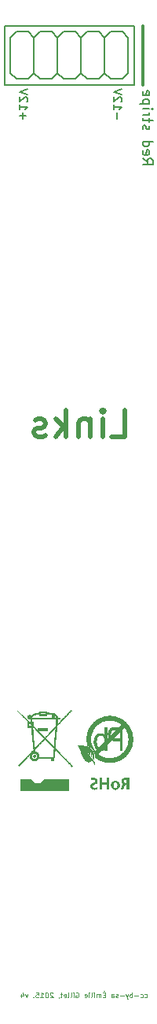
<source format=gbr>
%TF.GenerationSoftware,KiCad,Pcbnew,7.0.5-0*%
%TF.CreationDate,2023-09-10T13:20:23+02:00*%
%TF.ProjectId,links,6c696e6b-732e-46b6-9963-61645f706362,rev?*%
%TF.SameCoordinates,Original*%
%TF.FileFunction,Legend,Bot*%
%TF.FilePolarity,Positive*%
%FSLAX46Y46*%
G04 Gerber Fmt 4.6, Leading zero omitted, Abs format (unit mm)*
G04 Created by KiCad (PCBNEW 7.0.5-0) date 2023-09-10 13:20:23*
%MOMM*%
%LPD*%
G01*
G04 APERTURE LIST*
G04 Aperture macros list*
%AMFreePoly0*
4,1,25,0.301485,0.667973,0.306387,0.663482,0.663482,0.306387,0.685510,0.259146,0.685800,0.252505,0.685800,-0.252505,0.667973,-0.301485,0.663482,-0.306387,0.306387,-0.663482,0.259146,-0.685510,0.252505,-0.685800,-0.252505,-0.685800,-0.301485,-0.667973,-0.306387,-0.663482,-0.663482,-0.306387,-0.685510,-0.259146,-0.685800,-0.252505,-0.685800,0.252505,-0.667973,0.301485,-0.663482,0.306387,
-0.306387,0.663482,-0.259146,0.685510,-0.252505,0.685800,0.252505,0.685800,0.301485,0.667973,0.301485,0.667973,$1*%
%AMFreePoly1*
4,1,25,0.417216,0.947373,0.422118,0.942882,0.942882,0.422118,0.964910,0.374877,0.965200,0.368236,0.965200,-0.368236,0.947373,-0.417216,0.942882,-0.422118,0.422118,-0.942882,0.374877,-0.964910,0.368236,-0.965200,-0.368236,-0.965200,-0.417216,-0.947373,-0.422118,-0.942882,-0.942882,-0.422118,-0.964910,-0.374877,-0.965200,-0.368236,-0.965200,0.368236,-0.947373,0.417216,-0.942882,0.422118,
-0.422118,0.942882,-0.374877,0.964910,-0.368236,0.965200,0.368236,0.965200,0.417216,0.947373,0.417216,0.947373,$1*%
%AMFreePoly2*
4,1,25,0.438258,0.998173,0.443160,0.993682,0.993682,0.443160,1.015710,0.395919,1.016000,0.389278,1.016000,-0.389278,0.998173,-0.438258,0.993682,-0.443160,0.443160,-0.993682,0.395919,-1.015710,0.389278,-1.016000,-0.389278,-1.016000,-0.438258,-0.998173,-0.443160,-0.993682,-0.993682,-0.443160,-1.015710,-0.395919,-1.016000,-0.389278,-1.016000,0.389278,-0.998173,0.438258,-0.993682,0.443160,
-0.443160,0.993682,-0.395919,1.015710,-0.389278,1.016000,0.389278,1.016000,0.438258,0.998173,0.438258,0.998173,$1*%
G04 Aperture macros list end*
%ADD10C,0.152400*%
%ADD11C,0.304800*%
%ADD12C,0.095250*%
%ADD13C,0.510000*%
%ADD14C,0.190500*%
%ADD15C,0.203200*%
%ADD16FreePoly0,180.000000*%
%ADD17C,2.200000*%
%ADD18FreePoly1,180.000000*%
%ADD19FreePoly1,0.000000*%
%ADD20FreePoly2,0.000000*%
G04 APERTURE END LIST*
D10*
X141526100Y-57457850D02*
X155496100Y-57457850D01*
X141526100Y-51107850D02*
X155496100Y-51107850D01*
X155496100Y-51107850D02*
X155496100Y-57457850D01*
X141526100Y-51107850D02*
X141526100Y-57457850D01*
D11*
X156448600Y-57457850D02*
X156448600Y-51107850D01*
D12*
X156661102Y-155627540D02*
X156712507Y-155653242D01*
X156712507Y-155653242D02*
X156815316Y-155653242D01*
X156815316Y-155653242D02*
X156866721Y-155627540D01*
X156866721Y-155627540D02*
X156892424Y-155601837D01*
X156892424Y-155601837D02*
X156918126Y-155550432D01*
X156918126Y-155550432D02*
X156918126Y-155396218D01*
X156918126Y-155396218D02*
X156892424Y-155344813D01*
X156892424Y-155344813D02*
X156866721Y-155319111D01*
X156866721Y-155319111D02*
X156815316Y-155293409D01*
X156815316Y-155293409D02*
X156712507Y-155293409D01*
X156712507Y-155293409D02*
X156661102Y-155319111D01*
X156198459Y-155627540D02*
X156249864Y-155653242D01*
X156249864Y-155653242D02*
X156352673Y-155653242D01*
X156352673Y-155653242D02*
X156404078Y-155627540D01*
X156404078Y-155627540D02*
X156429781Y-155601837D01*
X156429781Y-155601837D02*
X156455483Y-155550432D01*
X156455483Y-155550432D02*
X156455483Y-155396218D01*
X156455483Y-155396218D02*
X156429781Y-155344813D01*
X156429781Y-155344813D02*
X156404078Y-155319111D01*
X156404078Y-155319111D02*
X156352673Y-155293409D01*
X156352673Y-155293409D02*
X156249864Y-155293409D01*
X156249864Y-155293409D02*
X156198459Y-155319111D01*
X155967138Y-155447623D02*
X155555900Y-155447623D01*
X155298876Y-155653242D02*
X155298876Y-155113492D01*
X155298876Y-155319111D02*
X155247471Y-155293409D01*
X155247471Y-155293409D02*
X155144661Y-155293409D01*
X155144661Y-155293409D02*
X155093257Y-155319111D01*
X155093257Y-155319111D02*
X155067554Y-155344813D01*
X155067554Y-155344813D02*
X155041852Y-155396218D01*
X155041852Y-155396218D02*
X155041852Y-155550432D01*
X155041852Y-155550432D02*
X155067554Y-155601837D01*
X155067554Y-155601837D02*
X155093257Y-155627540D01*
X155093257Y-155627540D02*
X155144661Y-155653242D01*
X155144661Y-155653242D02*
X155247471Y-155653242D01*
X155247471Y-155653242D02*
X155298876Y-155627540D01*
X154861935Y-155293409D02*
X154733423Y-155653242D01*
X154604912Y-155293409D02*
X154733423Y-155653242D01*
X154733423Y-155653242D02*
X154784828Y-155781754D01*
X154784828Y-155781754D02*
X154810531Y-155807456D01*
X154810531Y-155807456D02*
X154861935Y-155833159D01*
X154399293Y-155447623D02*
X153988055Y-155447623D01*
X153756733Y-155627540D02*
X153705328Y-155653242D01*
X153705328Y-155653242D02*
X153602519Y-155653242D01*
X153602519Y-155653242D02*
X153551114Y-155627540D01*
X153551114Y-155627540D02*
X153525412Y-155576135D01*
X153525412Y-155576135D02*
X153525412Y-155550432D01*
X153525412Y-155550432D02*
X153551114Y-155499028D01*
X153551114Y-155499028D02*
X153602519Y-155473325D01*
X153602519Y-155473325D02*
X153679626Y-155473325D01*
X153679626Y-155473325D02*
X153731031Y-155447623D01*
X153731031Y-155447623D02*
X153756733Y-155396218D01*
X153756733Y-155396218D02*
X153756733Y-155370516D01*
X153756733Y-155370516D02*
X153731031Y-155319111D01*
X153731031Y-155319111D02*
X153679626Y-155293409D01*
X153679626Y-155293409D02*
X153602519Y-155293409D01*
X153602519Y-155293409D02*
X153551114Y-155319111D01*
X153062769Y-155653242D02*
X153062769Y-155370516D01*
X153062769Y-155370516D02*
X153088472Y-155319111D01*
X153088472Y-155319111D02*
X153139876Y-155293409D01*
X153139876Y-155293409D02*
X153242686Y-155293409D01*
X153242686Y-155293409D02*
X153294091Y-155319111D01*
X153062769Y-155627540D02*
X153114174Y-155653242D01*
X153114174Y-155653242D02*
X153242686Y-155653242D01*
X153242686Y-155653242D02*
X153294091Y-155627540D01*
X153294091Y-155627540D02*
X153319793Y-155576135D01*
X153319793Y-155576135D02*
X153319793Y-155524730D01*
X153319793Y-155524730D02*
X153294091Y-155473325D01*
X153294091Y-155473325D02*
X153242686Y-155447623D01*
X153242686Y-155447623D02*
X153114174Y-155447623D01*
X153114174Y-155447623D02*
X153062769Y-155421920D01*
X152394508Y-155370516D02*
X152214591Y-155370516D01*
X152137484Y-155653242D02*
X152394508Y-155653242D01*
X152394508Y-155653242D02*
X152394508Y-155113492D01*
X152394508Y-155113492D02*
X152137484Y-155113492D01*
X152214591Y-154907873D02*
X152291698Y-154984980D01*
X151906163Y-155653242D02*
X151906163Y-155293409D01*
X151906163Y-155344813D02*
X151880460Y-155319111D01*
X151880460Y-155319111D02*
X151829055Y-155293409D01*
X151829055Y-155293409D02*
X151751948Y-155293409D01*
X151751948Y-155293409D02*
X151700544Y-155319111D01*
X151700544Y-155319111D02*
X151674841Y-155370516D01*
X151674841Y-155370516D02*
X151674841Y-155653242D01*
X151674841Y-155370516D02*
X151649139Y-155319111D01*
X151649139Y-155319111D02*
X151597734Y-155293409D01*
X151597734Y-155293409D02*
X151520627Y-155293409D01*
X151520627Y-155293409D02*
X151469222Y-155319111D01*
X151469222Y-155319111D02*
X151443520Y-155370516D01*
X151443520Y-155370516D02*
X151443520Y-155653242D01*
X151186496Y-155653242D02*
X151186496Y-155293409D01*
X151186496Y-155113492D02*
X151212198Y-155139194D01*
X151212198Y-155139194D02*
X151186496Y-155164897D01*
X151186496Y-155164897D02*
X151160793Y-155139194D01*
X151160793Y-155139194D02*
X151186496Y-155113492D01*
X151186496Y-155113492D02*
X151186496Y-155164897D01*
X150852364Y-155653242D02*
X150903769Y-155627540D01*
X150903769Y-155627540D02*
X150929472Y-155576135D01*
X150929472Y-155576135D02*
X150929472Y-155113492D01*
X150646746Y-155653242D02*
X150646746Y-155293409D01*
X150646746Y-155113492D02*
X150672448Y-155139194D01*
X150672448Y-155139194D02*
X150646746Y-155164897D01*
X150646746Y-155164897D02*
X150621043Y-155139194D01*
X150621043Y-155139194D02*
X150646746Y-155113492D01*
X150646746Y-155113492D02*
X150646746Y-155164897D01*
X150184103Y-155627540D02*
X150235507Y-155653242D01*
X150235507Y-155653242D02*
X150338317Y-155653242D01*
X150338317Y-155653242D02*
X150389722Y-155627540D01*
X150389722Y-155627540D02*
X150415424Y-155576135D01*
X150415424Y-155576135D02*
X150415424Y-155370516D01*
X150415424Y-155370516D02*
X150389722Y-155319111D01*
X150389722Y-155319111D02*
X150338317Y-155293409D01*
X150338317Y-155293409D02*
X150235507Y-155293409D01*
X150235507Y-155293409D02*
X150184103Y-155319111D01*
X150184103Y-155319111D02*
X150158400Y-155370516D01*
X150158400Y-155370516D02*
X150158400Y-155421920D01*
X150158400Y-155421920D02*
X150415424Y-155473325D01*
X149233114Y-155139194D02*
X149284519Y-155113492D01*
X149284519Y-155113492D02*
X149361626Y-155113492D01*
X149361626Y-155113492D02*
X149438733Y-155139194D01*
X149438733Y-155139194D02*
X149490138Y-155190599D01*
X149490138Y-155190599D02*
X149515841Y-155242004D01*
X149515841Y-155242004D02*
X149541543Y-155344813D01*
X149541543Y-155344813D02*
X149541543Y-155421920D01*
X149541543Y-155421920D02*
X149515841Y-155524730D01*
X149515841Y-155524730D02*
X149490138Y-155576135D01*
X149490138Y-155576135D02*
X149438733Y-155627540D01*
X149438733Y-155627540D02*
X149361626Y-155653242D01*
X149361626Y-155653242D02*
X149310222Y-155653242D01*
X149310222Y-155653242D02*
X149233114Y-155627540D01*
X149233114Y-155627540D02*
X149207412Y-155601837D01*
X149207412Y-155601837D02*
X149207412Y-155421920D01*
X149207412Y-155421920D02*
X149310222Y-155421920D01*
X148976091Y-155653242D02*
X148976091Y-155293409D01*
X148976091Y-155113492D02*
X149001793Y-155139194D01*
X149001793Y-155139194D02*
X148976091Y-155164897D01*
X148976091Y-155164897D02*
X148950388Y-155139194D01*
X148950388Y-155139194D02*
X148976091Y-155113492D01*
X148976091Y-155113492D02*
X148976091Y-155164897D01*
X148641959Y-155653242D02*
X148693364Y-155627540D01*
X148693364Y-155627540D02*
X148719067Y-155576135D01*
X148719067Y-155576135D02*
X148719067Y-155113492D01*
X148359233Y-155653242D02*
X148410638Y-155627540D01*
X148410638Y-155627540D02*
X148436341Y-155576135D01*
X148436341Y-155576135D02*
X148436341Y-155113492D01*
X147947996Y-155627540D02*
X147999400Y-155653242D01*
X147999400Y-155653242D02*
X148102210Y-155653242D01*
X148102210Y-155653242D02*
X148153615Y-155627540D01*
X148153615Y-155627540D02*
X148179317Y-155576135D01*
X148179317Y-155576135D02*
X148179317Y-155370516D01*
X148179317Y-155370516D02*
X148153615Y-155319111D01*
X148153615Y-155319111D02*
X148102210Y-155293409D01*
X148102210Y-155293409D02*
X147999400Y-155293409D01*
X147999400Y-155293409D02*
X147947996Y-155319111D01*
X147947996Y-155319111D02*
X147922293Y-155370516D01*
X147922293Y-155370516D02*
X147922293Y-155421920D01*
X147922293Y-155421920D02*
X148179317Y-155473325D01*
X147768079Y-155293409D02*
X147562460Y-155293409D01*
X147690972Y-155113492D02*
X147690972Y-155576135D01*
X147690972Y-155576135D02*
X147665269Y-155627540D01*
X147665269Y-155627540D02*
X147613864Y-155653242D01*
X147613864Y-155653242D02*
X147562460Y-155653242D01*
X147356840Y-155627540D02*
X147356840Y-155653242D01*
X147356840Y-155653242D02*
X147382543Y-155704647D01*
X147382543Y-155704647D02*
X147408245Y-155730349D01*
X146739983Y-155164897D02*
X146714281Y-155139194D01*
X146714281Y-155139194D02*
X146662876Y-155113492D01*
X146662876Y-155113492D02*
X146534364Y-155113492D01*
X146534364Y-155113492D02*
X146482959Y-155139194D01*
X146482959Y-155139194D02*
X146457257Y-155164897D01*
X146457257Y-155164897D02*
X146431554Y-155216301D01*
X146431554Y-155216301D02*
X146431554Y-155267706D01*
X146431554Y-155267706D02*
X146457257Y-155344813D01*
X146457257Y-155344813D02*
X146765685Y-155653242D01*
X146765685Y-155653242D02*
X146431554Y-155653242D01*
X146097423Y-155113492D02*
X146046018Y-155113492D01*
X146046018Y-155113492D02*
X145994614Y-155139194D01*
X145994614Y-155139194D02*
X145968911Y-155164897D01*
X145968911Y-155164897D02*
X145943209Y-155216301D01*
X145943209Y-155216301D02*
X145917506Y-155319111D01*
X145917506Y-155319111D02*
X145917506Y-155447623D01*
X145917506Y-155447623D02*
X145943209Y-155550432D01*
X145943209Y-155550432D02*
X145968911Y-155601837D01*
X145968911Y-155601837D02*
X145994614Y-155627540D01*
X145994614Y-155627540D02*
X146046018Y-155653242D01*
X146046018Y-155653242D02*
X146097423Y-155653242D01*
X146097423Y-155653242D02*
X146148828Y-155627540D01*
X146148828Y-155627540D02*
X146174530Y-155601837D01*
X146174530Y-155601837D02*
X146200233Y-155550432D01*
X146200233Y-155550432D02*
X146225935Y-155447623D01*
X146225935Y-155447623D02*
X146225935Y-155319111D01*
X146225935Y-155319111D02*
X146200233Y-155216301D01*
X146200233Y-155216301D02*
X146174530Y-155164897D01*
X146174530Y-155164897D02*
X146148828Y-155139194D01*
X146148828Y-155139194D02*
X146097423Y-155113492D01*
X145403458Y-155653242D02*
X145711887Y-155653242D01*
X145557673Y-155653242D02*
X145557673Y-155113492D01*
X145557673Y-155113492D02*
X145609077Y-155190599D01*
X145609077Y-155190599D02*
X145660482Y-155242004D01*
X145660482Y-155242004D02*
X145711887Y-155267706D01*
X144915113Y-155113492D02*
X145172137Y-155113492D01*
X145172137Y-155113492D02*
X145197839Y-155370516D01*
X145197839Y-155370516D02*
X145172137Y-155344813D01*
X145172137Y-155344813D02*
X145120732Y-155319111D01*
X145120732Y-155319111D02*
X144992220Y-155319111D01*
X144992220Y-155319111D02*
X144940815Y-155344813D01*
X144940815Y-155344813D02*
X144915113Y-155370516D01*
X144915113Y-155370516D02*
X144889410Y-155421920D01*
X144889410Y-155421920D02*
X144889410Y-155550432D01*
X144889410Y-155550432D02*
X144915113Y-155601837D01*
X144915113Y-155601837D02*
X144940815Y-155627540D01*
X144940815Y-155627540D02*
X144992220Y-155653242D01*
X144992220Y-155653242D02*
X145120732Y-155653242D01*
X145120732Y-155653242D02*
X145172137Y-155627540D01*
X145172137Y-155627540D02*
X145197839Y-155601837D01*
X144658089Y-155601837D02*
X144632386Y-155627540D01*
X144632386Y-155627540D02*
X144658089Y-155653242D01*
X144658089Y-155653242D02*
X144683791Y-155627540D01*
X144683791Y-155627540D02*
X144658089Y-155601837D01*
X144658089Y-155601837D02*
X144658089Y-155653242D01*
X144041231Y-155293409D02*
X143912719Y-155653242D01*
X143912719Y-155653242D02*
X143784208Y-155293409D01*
X143347267Y-155293409D02*
X143347267Y-155653242D01*
X143475779Y-155087790D02*
X143604291Y-155473325D01*
X143604291Y-155473325D02*
X143270160Y-155473325D01*
D13*
X153096388Y-95336649D02*
X154472578Y-95336649D01*
X154472578Y-95336649D02*
X154472578Y-92446649D01*
X152133054Y-95336649D02*
X152133054Y-93409982D01*
X152133054Y-92446649D02*
X152270673Y-92584268D01*
X152270673Y-92584268D02*
X152133054Y-92721887D01*
X152133054Y-92721887D02*
X151995435Y-92584268D01*
X151995435Y-92584268D02*
X152133054Y-92446649D01*
X152133054Y-92446649D02*
X152133054Y-92721887D01*
X150756864Y-93409982D02*
X150756864Y-95336649D01*
X150756864Y-93685220D02*
X150619245Y-93547601D01*
X150619245Y-93547601D02*
X150344007Y-93409982D01*
X150344007Y-93409982D02*
X149931150Y-93409982D01*
X149931150Y-93409982D02*
X149655912Y-93547601D01*
X149655912Y-93547601D02*
X149518293Y-93822839D01*
X149518293Y-93822839D02*
X149518293Y-95336649D01*
X148142102Y-95336649D02*
X148142102Y-92446649D01*
X147866864Y-94235696D02*
X147041150Y-95336649D01*
X147041150Y-93409982D02*
X148142102Y-94510934D01*
X145940197Y-95199030D02*
X145664959Y-95336649D01*
X145664959Y-95336649D02*
X145114483Y-95336649D01*
X145114483Y-95336649D02*
X144839245Y-95199030D01*
X144839245Y-95199030D02*
X144701626Y-94923791D01*
X144701626Y-94923791D02*
X144701626Y-94786172D01*
X144701626Y-94786172D02*
X144839245Y-94510934D01*
X144839245Y-94510934D02*
X145114483Y-94373315D01*
X145114483Y-94373315D02*
X145527340Y-94373315D01*
X145527340Y-94373315D02*
X145802578Y-94235696D01*
X145802578Y-94235696D02*
X145940197Y-93960458D01*
X145940197Y-93960458D02*
X145940197Y-93822839D01*
X145940197Y-93822839D02*
X145802578Y-93547601D01*
X145802578Y-93547601D02*
X145527340Y-93409982D01*
X145527340Y-93409982D02*
X145114483Y-93409982D01*
X145114483Y-93409982D02*
X144839245Y-93547601D01*
D14*
X156438801Y-65405873D02*
X156952848Y-65765706D01*
X156438801Y-66022730D02*
X157518301Y-66022730D01*
X157518301Y-66022730D02*
X157518301Y-65611492D01*
X157518301Y-65611492D02*
X157466896Y-65508682D01*
X157466896Y-65508682D02*
X157415491Y-65457277D01*
X157415491Y-65457277D02*
X157312682Y-65405873D01*
X157312682Y-65405873D02*
X157158467Y-65405873D01*
X157158467Y-65405873D02*
X157055658Y-65457277D01*
X157055658Y-65457277D02*
X157004253Y-65508682D01*
X157004253Y-65508682D02*
X156952848Y-65611492D01*
X156952848Y-65611492D02*
X156952848Y-66022730D01*
X156490206Y-64531992D02*
X156438801Y-64634801D01*
X156438801Y-64634801D02*
X156438801Y-64840420D01*
X156438801Y-64840420D02*
X156490206Y-64943230D01*
X156490206Y-64943230D02*
X156593015Y-64994634D01*
X156593015Y-64994634D02*
X157004253Y-64994634D01*
X157004253Y-64994634D02*
X157107063Y-64943230D01*
X157107063Y-64943230D02*
X157158467Y-64840420D01*
X157158467Y-64840420D02*
X157158467Y-64634801D01*
X157158467Y-64634801D02*
X157107063Y-64531992D01*
X157107063Y-64531992D02*
X157004253Y-64480587D01*
X157004253Y-64480587D02*
X156901444Y-64480587D01*
X156901444Y-64480587D02*
X156798634Y-64994634D01*
X156438801Y-63555301D02*
X157518301Y-63555301D01*
X156490206Y-63555301D02*
X156438801Y-63658110D01*
X156438801Y-63658110D02*
X156438801Y-63863729D01*
X156438801Y-63863729D02*
X156490206Y-63966539D01*
X156490206Y-63966539D02*
X156541610Y-64017944D01*
X156541610Y-64017944D02*
X156644420Y-64069348D01*
X156644420Y-64069348D02*
X156952848Y-64069348D01*
X156952848Y-64069348D02*
X157055658Y-64017944D01*
X157055658Y-64017944D02*
X157107063Y-63966539D01*
X157107063Y-63966539D02*
X157158467Y-63863729D01*
X157158467Y-63863729D02*
X157158467Y-63658110D01*
X157158467Y-63658110D02*
X157107063Y-63555301D01*
X156490206Y-62270182D02*
X156438801Y-62167373D01*
X156438801Y-62167373D02*
X156438801Y-61961754D01*
X156438801Y-61961754D02*
X156490206Y-61858944D01*
X156490206Y-61858944D02*
X156593015Y-61807540D01*
X156593015Y-61807540D02*
X156644420Y-61807540D01*
X156644420Y-61807540D02*
X156747229Y-61858944D01*
X156747229Y-61858944D02*
X156798634Y-61961754D01*
X156798634Y-61961754D02*
X156798634Y-62115968D01*
X156798634Y-62115968D02*
X156850039Y-62218778D01*
X156850039Y-62218778D02*
X156952848Y-62270182D01*
X156952848Y-62270182D02*
X157004253Y-62270182D01*
X157004253Y-62270182D02*
X157107063Y-62218778D01*
X157107063Y-62218778D02*
X157158467Y-62115968D01*
X157158467Y-62115968D02*
X157158467Y-61961754D01*
X157158467Y-61961754D02*
X157107063Y-61858944D01*
X157158467Y-61499111D02*
X157158467Y-61087873D01*
X157518301Y-61344897D02*
X156593015Y-61344897D01*
X156593015Y-61344897D02*
X156490206Y-61293492D01*
X156490206Y-61293492D02*
X156438801Y-61190682D01*
X156438801Y-61190682D02*
X156438801Y-61087873D01*
X156438801Y-60728040D02*
X157158467Y-60728040D01*
X156952848Y-60728040D02*
X157055658Y-60676635D01*
X157055658Y-60676635D02*
X157107063Y-60625230D01*
X157107063Y-60625230D02*
X157158467Y-60522421D01*
X157158467Y-60522421D02*
X157158467Y-60419611D01*
X156438801Y-60059778D02*
X157158467Y-60059778D01*
X157518301Y-60059778D02*
X157466896Y-60111182D01*
X157466896Y-60111182D02*
X157415491Y-60059778D01*
X157415491Y-60059778D02*
X157466896Y-60008373D01*
X157466896Y-60008373D02*
X157518301Y-60059778D01*
X157518301Y-60059778D02*
X157415491Y-60059778D01*
X157158467Y-59545730D02*
X156078967Y-59545730D01*
X157107063Y-59545730D02*
X157158467Y-59442920D01*
X157158467Y-59442920D02*
X157158467Y-59237301D01*
X157158467Y-59237301D02*
X157107063Y-59134492D01*
X157107063Y-59134492D02*
X157055658Y-59083087D01*
X157055658Y-59083087D02*
X156952848Y-59031682D01*
X156952848Y-59031682D02*
X156644420Y-59031682D01*
X156644420Y-59031682D02*
X156541610Y-59083087D01*
X156541610Y-59083087D02*
X156490206Y-59134492D01*
X156490206Y-59134492D02*
X156438801Y-59237301D01*
X156438801Y-59237301D02*
X156438801Y-59442920D01*
X156438801Y-59442920D02*
X156490206Y-59545730D01*
X156490206Y-58157802D02*
X156438801Y-58260611D01*
X156438801Y-58260611D02*
X156438801Y-58466230D01*
X156438801Y-58466230D02*
X156490206Y-58569040D01*
X156490206Y-58569040D02*
X156593015Y-58620444D01*
X156593015Y-58620444D02*
X157004253Y-58620444D01*
X157004253Y-58620444D02*
X157107063Y-58569040D01*
X157107063Y-58569040D02*
X157158467Y-58466230D01*
X157158467Y-58466230D02*
X157158467Y-58260611D01*
X157158467Y-58260611D02*
X157107063Y-58157802D01*
X157107063Y-58157802D02*
X157004253Y-58106397D01*
X157004253Y-58106397D02*
X156901444Y-58106397D01*
X156901444Y-58106397D02*
X156798634Y-58620444D01*
D10*
X153658291Y-61124593D02*
X153658291Y-60466613D01*
X153329301Y-59603013D02*
X153329301Y-60096498D01*
X153329301Y-59849755D02*
X154192901Y-59849755D01*
X154192901Y-59849755D02*
X154069529Y-59932003D01*
X154069529Y-59932003D02*
X153987282Y-60014251D01*
X153987282Y-60014251D02*
X153946158Y-60096498D01*
X154110653Y-59274022D02*
X154151777Y-59232898D01*
X154151777Y-59232898D02*
X154192901Y-59150651D01*
X154192901Y-59150651D02*
X154192901Y-58945032D01*
X154192901Y-58945032D02*
X154151777Y-58862784D01*
X154151777Y-58862784D02*
X154110653Y-58821660D01*
X154110653Y-58821660D02*
X154028405Y-58780537D01*
X154028405Y-58780537D02*
X153946158Y-58780537D01*
X153946158Y-58780537D02*
X153822786Y-58821660D01*
X153822786Y-58821660D02*
X153329301Y-59315146D01*
X153329301Y-59315146D02*
X153329301Y-58780537D01*
X154192901Y-58533794D02*
X153329301Y-58245927D01*
X153329301Y-58245927D02*
X154192901Y-57958061D01*
X143498291Y-61124593D02*
X143498291Y-60466613D01*
X143169301Y-60795603D02*
X143827282Y-60795603D01*
X143169301Y-59603013D02*
X143169301Y-60096498D01*
X143169301Y-59849755D02*
X144032901Y-59849755D01*
X144032901Y-59849755D02*
X143909529Y-59932003D01*
X143909529Y-59932003D02*
X143827282Y-60014251D01*
X143827282Y-60014251D02*
X143786158Y-60096498D01*
X143950653Y-59274022D02*
X143991777Y-59232898D01*
X143991777Y-59232898D02*
X144032901Y-59150651D01*
X144032901Y-59150651D02*
X144032901Y-58945032D01*
X144032901Y-58945032D02*
X143991777Y-58862784D01*
X143991777Y-58862784D02*
X143950653Y-58821660D01*
X143950653Y-58821660D02*
X143868405Y-58780537D01*
X143868405Y-58780537D02*
X143786158Y-58780537D01*
X143786158Y-58780537D02*
X143662786Y-58821660D01*
X143662786Y-58821660D02*
X143169301Y-59315146D01*
X143169301Y-59315146D02*
X143169301Y-58780537D01*
X144032901Y-58533794D02*
X143169301Y-58245927D01*
X143169301Y-58245927D02*
X144032901Y-57958061D01*
%TO.C,U$2*%
G36*
X155418600Y-128196950D02*
G01*
X154885200Y-128196950D01*
X154885200Y-128161350D01*
X155418600Y-128161350D01*
X155418600Y-128196950D01*
G37*
G36*
X155418600Y-128161350D02*
G01*
X154885200Y-128161350D01*
X154885200Y-128125850D01*
X155418600Y-128125850D01*
X155418600Y-128161350D01*
G37*
G36*
X155418600Y-128125850D02*
G01*
X154885200Y-128125850D01*
X154885200Y-128090250D01*
X155418600Y-128090250D01*
X155418600Y-128125850D01*
G37*
G36*
X155418600Y-128090250D02*
G01*
X154885200Y-128090250D01*
X154885200Y-128054750D01*
X155418600Y-128054750D01*
X155418600Y-128090250D01*
G37*
G36*
X155418600Y-128054750D02*
G01*
X154885200Y-128054750D01*
X154885200Y-128019150D01*
X155418600Y-128019150D01*
X155418600Y-128054750D01*
G37*
G36*
X155418600Y-128019150D02*
G01*
X154920700Y-128019150D01*
X154920700Y-127983550D01*
X155418600Y-127983550D01*
X155418600Y-128019150D01*
G37*
G36*
X155418600Y-127983550D02*
G01*
X154920700Y-127983550D01*
X154920700Y-127948050D01*
X155418600Y-127948050D01*
X155418600Y-127983550D01*
G37*
G36*
X155418600Y-127948050D02*
G01*
X154920700Y-127948050D01*
X154920700Y-127912450D01*
X155418600Y-127912450D01*
X155418600Y-127948050D01*
G37*
G36*
X155418600Y-127912450D02*
G01*
X154920700Y-127912450D01*
X154920700Y-127876950D01*
X155418600Y-127876950D01*
X155418600Y-127912450D01*
G37*
G36*
X155418600Y-127876950D02*
G01*
X154920700Y-127876950D01*
X154920700Y-127841350D01*
X155418600Y-127841350D01*
X155418600Y-127876950D01*
G37*
G36*
X155418600Y-127841350D02*
G01*
X154920700Y-127841350D01*
X154920700Y-127805750D01*
X155418600Y-127805750D01*
X155418600Y-127841350D01*
G37*
G36*
X155418600Y-127805750D02*
G01*
X154920700Y-127805750D01*
X154920700Y-127770250D01*
X155418600Y-127770250D01*
X155418600Y-127805750D01*
G37*
G36*
X155418600Y-127770250D02*
G01*
X154885200Y-127770250D01*
X154885200Y-127734650D01*
X155418600Y-127734650D01*
X155418600Y-127770250D01*
G37*
G36*
X155418600Y-127734650D02*
G01*
X154885200Y-127734650D01*
X154885200Y-127699150D01*
X155418600Y-127699150D01*
X155418600Y-127734650D01*
G37*
G36*
X155418600Y-127699150D02*
G01*
X154885200Y-127699150D01*
X154885200Y-127663550D01*
X155418600Y-127663550D01*
X155418600Y-127699150D01*
G37*
G36*
X155418600Y-127663550D02*
G01*
X154885200Y-127663550D01*
X154885200Y-127627950D01*
X155418600Y-127627950D01*
X155418600Y-127663550D01*
G37*
G36*
X155418600Y-127627950D02*
G01*
X154885200Y-127627950D01*
X154885200Y-127592450D01*
X155418600Y-127592450D01*
X155418600Y-127627950D01*
G37*
G36*
X155383000Y-128410350D02*
G01*
X154849600Y-128410350D01*
X154849600Y-128374750D01*
X155383000Y-128374750D01*
X155383000Y-128410350D01*
G37*
G36*
X155383000Y-128374750D02*
G01*
X154849600Y-128374750D01*
X154849600Y-128339150D01*
X155383000Y-128339150D01*
X155383000Y-128374750D01*
G37*
G36*
X155383000Y-128339150D02*
G01*
X154849600Y-128339150D01*
X154849600Y-128303650D01*
X155383000Y-128303650D01*
X155383000Y-128339150D01*
G37*
G36*
X155383000Y-128303650D02*
G01*
X154849600Y-128303650D01*
X154849600Y-128268050D01*
X155383000Y-128268050D01*
X155383000Y-128303650D01*
G37*
G36*
X155383000Y-128268050D02*
G01*
X154885200Y-128268050D01*
X154885200Y-128232550D01*
X155383000Y-128232550D01*
X155383000Y-128268050D01*
G37*
G36*
X155383000Y-128232550D02*
G01*
X154885200Y-128232550D01*
X154885200Y-128196950D01*
X155383000Y-128196950D01*
X155383000Y-128232550D01*
G37*
G36*
X155383000Y-127592450D02*
G01*
X154885200Y-127592450D01*
X154885200Y-127556850D01*
X155383000Y-127556850D01*
X155383000Y-127592450D01*
G37*
G36*
X155383000Y-127556850D02*
G01*
X154885200Y-127556850D01*
X154885200Y-127521350D01*
X155383000Y-127521350D01*
X155383000Y-127556850D01*
G37*
G36*
X155383000Y-127521350D02*
G01*
X154849600Y-127521350D01*
X154849600Y-127485750D01*
X155383000Y-127485750D01*
X155383000Y-127521350D01*
G37*
G36*
X155383000Y-127485750D02*
G01*
X154849600Y-127485750D01*
X154849600Y-127450150D01*
X155383000Y-127450150D01*
X155383000Y-127485750D01*
G37*
G36*
X155383000Y-127450150D02*
G01*
X154849600Y-127450150D01*
X154849600Y-127414650D01*
X155383000Y-127414650D01*
X155383000Y-127450150D01*
G37*
G36*
X155383000Y-127414650D02*
G01*
X154849600Y-127414650D01*
X154849600Y-127379050D01*
X155383000Y-127379050D01*
X155383000Y-127414650D01*
G37*
G36*
X155383000Y-127379050D02*
G01*
X154849600Y-127379050D01*
X154849600Y-127343550D01*
X155383000Y-127343550D01*
X155383000Y-127379050D01*
G37*
G36*
X155347500Y-128552550D02*
G01*
X154814100Y-128552550D01*
X154814100Y-128516950D01*
X155347500Y-128516950D01*
X155347500Y-128552550D01*
G37*
G36*
X155347500Y-128516950D02*
G01*
X154814100Y-128516950D01*
X154814100Y-128481450D01*
X155347500Y-128481450D01*
X155347500Y-128516950D01*
G37*
G36*
X155347500Y-128481450D02*
G01*
X154814100Y-128481450D01*
X154814100Y-128445850D01*
X155347500Y-128445850D01*
X155347500Y-128481450D01*
G37*
G36*
X155347500Y-128445850D02*
G01*
X154814100Y-128445850D01*
X154814100Y-128410350D01*
X155347500Y-128410350D01*
X155347500Y-128445850D01*
G37*
G36*
X155347500Y-127343550D02*
G01*
X154814100Y-127343550D01*
X154814100Y-127307950D01*
X155347500Y-127307950D01*
X155347500Y-127343550D01*
G37*
G36*
X155347500Y-127307950D02*
G01*
X154814100Y-127307950D01*
X154814100Y-127272350D01*
X155347500Y-127272350D01*
X155347500Y-127307950D01*
G37*
G36*
X155347500Y-127272350D02*
G01*
X154814100Y-127272350D01*
X154814100Y-127236850D01*
X155347500Y-127236850D01*
X155347500Y-127272350D01*
G37*
G36*
X155347500Y-127236850D02*
G01*
X154778500Y-127236850D01*
X154778500Y-127201250D01*
X155347500Y-127201250D01*
X155347500Y-127236850D01*
G37*
G36*
X155311900Y-128694750D02*
G01*
X154742900Y-128694750D01*
X154742900Y-128659250D01*
X155311900Y-128659250D01*
X155311900Y-128694750D01*
G37*
G36*
X155311900Y-128659250D02*
G01*
X154742900Y-128659250D01*
X154742900Y-128623650D01*
X155311900Y-128623650D01*
X155311900Y-128659250D01*
G37*
G36*
X155311900Y-128623650D02*
G01*
X154778500Y-128623650D01*
X154778500Y-128588150D01*
X155311900Y-128588150D01*
X155311900Y-128623650D01*
G37*
G36*
X155311900Y-128588150D02*
G01*
X154778500Y-128588150D01*
X154778500Y-128552550D01*
X155311900Y-128552550D01*
X155311900Y-128588150D01*
G37*
G36*
X155311900Y-127201250D02*
G01*
X154778500Y-127201250D01*
X154778500Y-127165750D01*
X155311900Y-127165750D01*
X155311900Y-127201250D01*
G37*
G36*
X155311900Y-127165750D02*
G01*
X154742900Y-127165750D01*
X154742900Y-127130150D01*
X155311900Y-127130150D01*
X155311900Y-127165750D01*
G37*
G36*
X155311900Y-127130150D02*
G01*
X154742900Y-127130150D01*
X154742900Y-127094550D01*
X155311900Y-127094550D01*
X155311900Y-127130150D01*
G37*
G36*
X155276300Y-128801450D02*
G01*
X154707400Y-128801450D01*
X154707400Y-128765950D01*
X155276300Y-128765950D01*
X155276300Y-128801450D01*
G37*
G36*
X155276300Y-128765950D02*
G01*
X154707400Y-128765950D01*
X154707400Y-128730350D01*
X155276300Y-128730350D01*
X155276300Y-128765950D01*
G37*
G36*
X155276300Y-128730350D02*
G01*
X154742900Y-128730350D01*
X154742900Y-128694750D01*
X155276300Y-128694750D01*
X155276300Y-128730350D01*
G37*
G36*
X155276300Y-127094550D02*
G01*
X154742900Y-127094550D01*
X154742900Y-127059050D01*
X155276300Y-127059050D01*
X155276300Y-127094550D01*
G37*
G36*
X155276300Y-127059050D02*
G01*
X154707400Y-127059050D01*
X154707400Y-127023450D01*
X155276300Y-127023450D01*
X155276300Y-127059050D01*
G37*
G36*
X155276300Y-127023450D02*
G01*
X154707400Y-127023450D01*
X154707400Y-126987950D01*
X155276300Y-126987950D01*
X155276300Y-127023450D01*
G37*
G36*
X155240800Y-128872550D02*
G01*
X154671800Y-128872550D01*
X154671800Y-128837050D01*
X155240800Y-128837050D01*
X155240800Y-128872550D01*
G37*
G36*
X155240800Y-128837050D02*
G01*
X154671800Y-128837050D01*
X154671800Y-128801450D01*
X155240800Y-128801450D01*
X155240800Y-128837050D01*
G37*
G36*
X155240800Y-126987950D02*
G01*
X154671800Y-126987950D01*
X154671800Y-126952350D01*
X155240800Y-126952350D01*
X155240800Y-126987950D01*
G37*
G36*
X155240800Y-126952350D02*
G01*
X154671800Y-126952350D01*
X154671800Y-126916750D01*
X155240800Y-126916750D01*
X155240800Y-126952350D01*
G37*
G36*
X155205200Y-128943750D02*
G01*
X154600700Y-128943750D01*
X154600700Y-128908150D01*
X155205200Y-128908150D01*
X155205200Y-128943750D01*
G37*
G36*
X155205200Y-128908150D02*
G01*
X154636300Y-128908150D01*
X154636300Y-128872550D01*
X155205200Y-128872550D01*
X155205200Y-128908150D01*
G37*
G36*
X155205200Y-126916750D02*
G01*
X154636300Y-126916750D01*
X154636300Y-126881250D01*
X155205200Y-126881250D01*
X155205200Y-126916750D01*
G37*
G36*
X155205200Y-126881250D02*
G01*
X154600700Y-126881250D01*
X154600700Y-126845650D01*
X155205200Y-126845650D01*
X155205200Y-126881250D01*
G37*
G36*
X155205200Y-126845650D02*
G01*
X154600700Y-126845650D01*
X154600700Y-126810150D01*
X155205200Y-126810150D01*
X155205200Y-126845650D01*
G37*
G36*
X155169700Y-129050350D02*
G01*
X154529600Y-129050350D01*
X154529600Y-129014850D01*
X155169700Y-129014850D01*
X155169700Y-129050350D01*
G37*
G36*
X155169700Y-129014850D02*
G01*
X154565100Y-129014850D01*
X154565100Y-128979250D01*
X155169700Y-128979250D01*
X155169700Y-129014850D01*
G37*
G36*
X155169700Y-128979250D02*
G01*
X154600700Y-128979250D01*
X154600700Y-128943750D01*
X155169700Y-128943750D01*
X155169700Y-128979250D01*
G37*
G36*
X155169700Y-126810150D02*
G01*
X154565100Y-126810150D01*
X154565100Y-126774550D01*
X155169700Y-126774550D01*
X155169700Y-126810150D01*
G37*
G36*
X155169700Y-126774550D02*
G01*
X154565100Y-126774550D01*
X154565100Y-126738950D01*
X155169700Y-126738950D01*
X155169700Y-126774550D01*
G37*
G36*
X155134100Y-129085950D02*
G01*
X154529600Y-129085950D01*
X154529600Y-129050350D01*
X155134100Y-129050350D01*
X155134100Y-129085950D01*
G37*
G36*
X155134100Y-126738950D02*
G01*
X154529600Y-126738950D01*
X154529600Y-126703450D01*
X155134100Y-126703450D01*
X155134100Y-126738950D01*
G37*
G36*
X155134100Y-126703450D02*
G01*
X154494000Y-126703450D01*
X154494000Y-126667850D01*
X155134100Y-126667850D01*
X155134100Y-126703450D01*
G37*
G36*
X155098500Y-129157050D02*
G01*
X154458500Y-129157050D01*
X154458500Y-129121550D01*
X155098500Y-129121550D01*
X155098500Y-129157050D01*
G37*
G36*
X155098500Y-129121550D02*
G01*
X154494000Y-129121550D01*
X154494000Y-129085950D01*
X155098500Y-129085950D01*
X155098500Y-129121550D01*
G37*
G36*
X155098500Y-126667850D02*
G01*
X153000500Y-126667850D01*
X153000500Y-126632350D01*
X155098500Y-126632350D01*
X155098500Y-126667850D01*
G37*
G36*
X155063000Y-129228150D02*
G01*
X154422900Y-129228150D01*
X154422900Y-129192650D01*
X155063000Y-129192650D01*
X155063000Y-129228150D01*
G37*
G36*
X155063000Y-129192650D02*
G01*
X154422900Y-129192650D01*
X154422900Y-129157050D01*
X155063000Y-129157050D01*
X155063000Y-129192650D01*
G37*
G36*
X155063000Y-126632350D02*
G01*
X153107200Y-126632350D01*
X153107200Y-126596750D01*
X155063000Y-126596750D01*
X155063000Y-126632350D01*
G37*
G36*
X155063000Y-126596750D02*
G01*
X153285000Y-126596750D01*
X153285000Y-126561150D01*
X155063000Y-126561150D01*
X155063000Y-126596750D01*
G37*
G36*
X155027400Y-129263750D02*
G01*
X154387300Y-129263750D01*
X154387300Y-129228150D01*
X155027400Y-129228150D01*
X155027400Y-129263750D01*
G37*
G36*
X155027400Y-126561150D02*
G01*
X153889500Y-126561150D01*
X153889500Y-126525650D01*
X155027400Y-126525650D01*
X155027400Y-126561150D01*
G37*
G36*
X155027400Y-126525650D02*
G01*
X153925100Y-126525650D01*
X153925100Y-126490050D01*
X155027400Y-126490050D01*
X155027400Y-126525650D01*
G37*
G36*
X154991900Y-133282050D02*
G01*
X154707400Y-133282050D01*
X154707400Y-133246450D01*
X154991900Y-133246450D01*
X154991900Y-133282050D01*
G37*
G36*
X154991900Y-133246450D02*
G01*
X154707400Y-133246450D01*
X154707400Y-133210950D01*
X154991900Y-133210950D01*
X154991900Y-133246450D01*
G37*
G36*
X154991900Y-133210950D02*
G01*
X154707400Y-133210950D01*
X154707400Y-133175350D01*
X154991900Y-133175350D01*
X154991900Y-133210950D01*
G37*
G36*
X154991900Y-133175350D02*
G01*
X154707400Y-133175350D01*
X154707400Y-133139750D01*
X154991900Y-133139750D01*
X154991900Y-133175350D01*
G37*
G36*
X154991900Y-133139750D02*
G01*
X154707400Y-133139750D01*
X154707400Y-133104250D01*
X154991900Y-133104250D01*
X154991900Y-133139750D01*
G37*
G36*
X154991900Y-133104250D02*
G01*
X154707400Y-133104250D01*
X154707400Y-133068650D01*
X154991900Y-133068650D01*
X154991900Y-133104250D01*
G37*
G36*
X154991900Y-133068650D02*
G01*
X154707400Y-133068650D01*
X154707400Y-133033150D01*
X154991900Y-133033150D01*
X154991900Y-133068650D01*
G37*
G36*
X154991900Y-133033150D02*
G01*
X154707400Y-133033150D01*
X154707400Y-132997550D01*
X154991900Y-132997550D01*
X154991900Y-133033150D01*
G37*
G36*
X154991900Y-132997550D02*
G01*
X154707400Y-132997550D01*
X154707400Y-132961950D01*
X154991900Y-132961950D01*
X154991900Y-132997550D01*
G37*
G36*
X154991900Y-132961950D02*
G01*
X154707400Y-132961950D01*
X154707400Y-132926450D01*
X154991900Y-132926450D01*
X154991900Y-132961950D01*
G37*
G36*
X154991900Y-132926450D02*
G01*
X154707400Y-132926450D01*
X154707400Y-132890850D01*
X154991900Y-132890850D01*
X154991900Y-132926450D01*
G37*
G36*
X154991900Y-132890850D02*
G01*
X154707400Y-132890850D01*
X154707400Y-132855350D01*
X154991900Y-132855350D01*
X154991900Y-132890850D01*
G37*
G36*
X154991900Y-132855350D02*
G01*
X154707400Y-132855350D01*
X154707400Y-132819750D01*
X154991900Y-132819750D01*
X154991900Y-132855350D01*
G37*
G36*
X154991900Y-132819750D02*
G01*
X154707400Y-132819750D01*
X154707400Y-132784150D01*
X154991900Y-132784150D01*
X154991900Y-132819750D01*
G37*
G36*
X154991900Y-132784150D02*
G01*
X154280700Y-132784150D01*
X154280700Y-132748650D01*
X154991900Y-132748650D01*
X154991900Y-132784150D01*
G37*
G36*
X154991900Y-132748650D02*
G01*
X154280700Y-132748650D01*
X154280700Y-132713050D01*
X154991900Y-132713050D01*
X154991900Y-132748650D01*
G37*
G36*
X154991900Y-132713050D02*
G01*
X154316200Y-132713050D01*
X154316200Y-132677550D01*
X154991900Y-132677550D01*
X154991900Y-132713050D01*
G37*
G36*
X154991900Y-132677550D02*
G01*
X154316200Y-132677550D01*
X154316200Y-132641950D01*
X154991900Y-132641950D01*
X154991900Y-132677550D01*
G37*
G36*
X154991900Y-132641950D02*
G01*
X154245100Y-132641950D01*
X154245100Y-132606350D01*
X154991900Y-132606350D01*
X154991900Y-132641950D01*
G37*
G36*
X154991900Y-132606350D02*
G01*
X154209500Y-132606350D01*
X154209500Y-132570850D01*
X154991900Y-132570850D01*
X154991900Y-132606350D01*
G37*
G36*
X154991900Y-132570850D02*
G01*
X154707400Y-132570850D01*
X154707400Y-132535250D01*
X154991900Y-132535250D01*
X154991900Y-132570850D01*
G37*
G36*
X154991900Y-132535250D02*
G01*
X154707400Y-132535250D01*
X154707400Y-132499750D01*
X154991900Y-132499750D01*
X154991900Y-132535250D01*
G37*
G36*
X154991900Y-132499750D02*
G01*
X154707400Y-132499750D01*
X154707400Y-132464150D01*
X154991900Y-132464150D01*
X154991900Y-132499750D01*
G37*
G36*
X154991900Y-132464150D02*
G01*
X154707400Y-132464150D01*
X154707400Y-132428550D01*
X154991900Y-132428550D01*
X154991900Y-132464150D01*
G37*
G36*
X154991900Y-132428550D02*
G01*
X154707400Y-132428550D01*
X154707400Y-132393050D01*
X154991900Y-132393050D01*
X154991900Y-132428550D01*
G37*
G36*
X154991900Y-132393050D02*
G01*
X154707400Y-132393050D01*
X154707400Y-132357450D01*
X154991900Y-132357450D01*
X154991900Y-132393050D01*
G37*
G36*
X154991900Y-132357450D02*
G01*
X154707400Y-132357450D01*
X154707400Y-132321950D01*
X154991900Y-132321950D01*
X154991900Y-132357450D01*
G37*
G36*
X154991900Y-132321950D02*
G01*
X154707400Y-132321950D01*
X154707400Y-132286350D01*
X154991900Y-132286350D01*
X154991900Y-132321950D01*
G37*
G36*
X154991900Y-132286350D02*
G01*
X154707400Y-132286350D01*
X154707400Y-132250750D01*
X154991900Y-132250750D01*
X154991900Y-132286350D01*
G37*
G36*
X154991900Y-132250750D02*
G01*
X154138400Y-132250750D01*
X154138400Y-132215250D01*
X154991900Y-132215250D01*
X154991900Y-132250750D01*
G37*
G36*
X154991900Y-132215250D02*
G01*
X154174000Y-132215250D01*
X154174000Y-132179650D01*
X154991900Y-132179650D01*
X154991900Y-132215250D01*
G37*
G36*
X154991900Y-132179650D02*
G01*
X154209500Y-132179650D01*
X154209500Y-132144150D01*
X154991900Y-132144150D01*
X154991900Y-132179650D01*
G37*
G36*
X154991900Y-132144150D02*
G01*
X154245100Y-132144150D01*
X154245100Y-132108550D01*
X154991900Y-132108550D01*
X154991900Y-132144150D01*
G37*
G36*
X154991900Y-132108550D02*
G01*
X154316200Y-132108550D01*
X154316200Y-132072950D01*
X154991900Y-132072950D01*
X154991900Y-132108550D01*
G37*
G36*
X154991900Y-132072950D02*
G01*
X154458500Y-132072950D01*
X154458500Y-132037450D01*
X154991900Y-132037450D01*
X154991900Y-132072950D01*
G37*
G36*
X154991900Y-129334850D02*
G01*
X154316200Y-129334850D01*
X154316200Y-129299350D01*
X154991900Y-129299350D01*
X154991900Y-129334850D01*
G37*
G36*
X154991900Y-129299350D02*
G01*
X154351800Y-129299350D01*
X154351800Y-129263750D01*
X154991900Y-129263750D01*
X154991900Y-129299350D01*
G37*
G36*
X154991900Y-126490050D02*
G01*
X153960600Y-126490050D01*
X153960600Y-126454550D01*
X154991900Y-126454550D01*
X154991900Y-126490050D01*
G37*
G36*
X154956300Y-129370450D02*
G01*
X154280700Y-129370450D01*
X154280700Y-129334850D01*
X154956300Y-129334850D01*
X154956300Y-129370450D01*
G37*
G36*
X154956300Y-126454550D02*
G01*
X153996200Y-126454550D01*
X153996200Y-126418950D01*
X154956300Y-126418950D01*
X154956300Y-126454550D01*
G37*
G36*
X154956300Y-126418950D02*
G01*
X154031700Y-126418950D01*
X154031700Y-126383350D01*
X154956300Y-126383350D01*
X154956300Y-126418950D01*
G37*
G36*
X154920700Y-129441550D02*
G01*
X154174000Y-129441550D01*
X154174000Y-129405950D01*
X154920700Y-129405950D01*
X154920700Y-129441550D01*
G37*
G36*
X154920700Y-129405950D02*
G01*
X154245100Y-129405950D01*
X154245100Y-129370450D01*
X154920700Y-129370450D01*
X154920700Y-129405950D01*
G37*
G36*
X154920700Y-126383350D02*
G01*
X154067300Y-126383350D01*
X154067300Y-126347850D01*
X154920700Y-126347850D01*
X154920700Y-126383350D01*
G37*
G36*
X154885200Y-129477150D02*
G01*
X154138400Y-129477150D01*
X154138400Y-129441550D01*
X154885200Y-129441550D01*
X154885200Y-129477150D01*
G37*
G36*
X154885200Y-126347850D02*
G01*
X154102900Y-126347850D01*
X154102900Y-126312250D01*
X154885200Y-126312250D01*
X154885200Y-126347850D01*
G37*
G36*
X154849600Y-129512650D02*
G01*
X154102900Y-129512650D01*
X154102900Y-129477150D01*
X154849600Y-129477150D01*
X154849600Y-129512650D01*
G37*
G36*
X154849600Y-126312250D02*
G01*
X154102900Y-126312250D01*
X154102900Y-126276750D01*
X154849600Y-126276750D01*
X154849600Y-126312250D01*
G37*
G36*
X154814100Y-129548250D02*
G01*
X154067300Y-129548250D01*
X154067300Y-129512650D01*
X154814100Y-129512650D01*
X154814100Y-129548250D01*
G37*
G36*
X154814100Y-126276750D02*
G01*
X154067300Y-126276750D01*
X154067300Y-126241150D01*
X154814100Y-126241150D01*
X154814100Y-126276750D01*
G37*
G36*
X154814100Y-126241150D02*
G01*
X153996200Y-126241150D01*
X153996200Y-126205550D01*
X154814100Y-126205550D01*
X154814100Y-126241150D01*
G37*
G36*
X154778500Y-129583750D02*
G01*
X153996200Y-129583750D01*
X153996200Y-129548250D01*
X154778500Y-129548250D01*
X154778500Y-129583750D01*
G37*
G36*
X154778500Y-126205550D02*
G01*
X153960600Y-126205550D01*
X153960600Y-126170050D01*
X154778500Y-126170050D01*
X154778500Y-126205550D01*
G37*
G36*
X154742900Y-129654950D02*
G01*
X153889500Y-129654950D01*
X153889500Y-129619350D01*
X154742900Y-129619350D01*
X154742900Y-129654950D01*
G37*
G36*
X154742900Y-129619350D02*
G01*
X153960600Y-129619350D01*
X153960600Y-129583750D01*
X154742900Y-129583750D01*
X154742900Y-129619350D01*
G37*
G36*
X154742900Y-126170050D02*
G01*
X153889500Y-126170050D01*
X153889500Y-126134450D01*
X154742900Y-126134450D01*
X154742900Y-126170050D01*
G37*
G36*
X154707400Y-129690450D02*
G01*
X153818400Y-129690450D01*
X153818400Y-129654950D01*
X154707400Y-129654950D01*
X154707400Y-129690450D01*
G37*
G36*
X154707400Y-126134450D02*
G01*
X153818400Y-126134450D01*
X153818400Y-126098950D01*
X154707400Y-126098950D01*
X154707400Y-126134450D01*
G37*
G36*
X154671800Y-129726050D02*
G01*
X153747300Y-129726050D01*
X153747300Y-129690450D01*
X154671800Y-129690450D01*
X154671800Y-129726050D01*
G37*
G36*
X154671800Y-126098950D02*
G01*
X153782800Y-126098950D01*
X153782800Y-126063350D01*
X154671800Y-126063350D01*
X154671800Y-126098950D01*
G37*
G36*
X154636300Y-129761550D02*
G01*
X153676100Y-129761550D01*
X153676100Y-129726050D01*
X154636300Y-129726050D01*
X154636300Y-129761550D01*
G37*
G36*
X154636300Y-126063350D02*
G01*
X153676100Y-126063350D01*
X153676100Y-126027750D01*
X154636300Y-126027750D01*
X154636300Y-126063350D01*
G37*
G36*
X154600700Y-126027750D02*
G01*
X153605000Y-126027750D01*
X153605000Y-125992250D01*
X154600700Y-125992250D01*
X154600700Y-126027750D01*
G37*
G36*
X154565100Y-132819750D02*
G01*
X154245100Y-132819750D01*
X154245100Y-132784150D01*
X154565100Y-132784150D01*
X154565100Y-132819750D01*
G37*
G36*
X154565100Y-129797150D02*
G01*
X153569500Y-129797150D01*
X153569500Y-129761550D01*
X154565100Y-129761550D01*
X154565100Y-129797150D01*
G37*
G36*
X154565100Y-125992250D02*
G01*
X153498300Y-125992250D01*
X153498300Y-125956650D01*
X154565100Y-125956650D01*
X154565100Y-125992250D01*
G37*
G36*
X154529600Y-132855350D02*
G01*
X154245100Y-132855350D01*
X154245100Y-132819750D01*
X154529600Y-132819750D01*
X154529600Y-132855350D01*
G37*
G36*
X154529600Y-132570850D02*
G01*
X154174000Y-132570850D01*
X154174000Y-132535250D01*
X154529600Y-132535250D01*
X154529600Y-132570850D01*
G37*
G36*
X154529600Y-129832750D02*
G01*
X153462800Y-129832750D01*
X153462800Y-129797150D01*
X154529600Y-129797150D01*
X154529600Y-129832750D01*
G37*
G36*
X154494000Y-132926450D02*
G01*
X154209500Y-132926450D01*
X154209500Y-132890850D01*
X154494000Y-132890850D01*
X154494000Y-132926450D01*
G37*
G36*
X154494000Y-132890850D02*
G01*
X154209500Y-132890850D01*
X154209500Y-132855350D01*
X154494000Y-132855350D01*
X154494000Y-132890850D01*
G37*
G36*
X154494000Y-132286350D02*
G01*
X154138400Y-132286350D01*
X154138400Y-132250750D01*
X154494000Y-132250750D01*
X154494000Y-132286350D01*
G37*
G36*
X154494000Y-129868250D02*
G01*
X153356100Y-129868250D01*
X153356100Y-129832750D01*
X154494000Y-129832750D01*
X154494000Y-129868250D01*
G37*
G36*
X154494000Y-125956650D02*
G01*
X153391700Y-125956650D01*
X153391700Y-125921150D01*
X154494000Y-125921150D01*
X154494000Y-125956650D01*
G37*
G36*
X154458500Y-133033150D02*
G01*
X154174000Y-133033150D01*
X154174000Y-132997550D01*
X154458500Y-132997550D01*
X154458500Y-133033150D01*
G37*
G36*
X154458500Y-132997550D02*
G01*
X154174000Y-132997550D01*
X154174000Y-132961950D01*
X154458500Y-132961950D01*
X154458500Y-132997550D01*
G37*
G36*
X154458500Y-132961950D02*
G01*
X154174000Y-132961950D01*
X154174000Y-132926450D01*
X154458500Y-132926450D01*
X154458500Y-132961950D01*
G37*
G36*
X154458500Y-132535250D02*
G01*
X154174000Y-132535250D01*
X154174000Y-132499750D01*
X154458500Y-132499750D01*
X154458500Y-132535250D01*
G37*
G36*
X154458500Y-129903850D02*
G01*
X153178300Y-129903850D01*
X153178300Y-129868250D01*
X154458500Y-129868250D01*
X154458500Y-129903850D01*
G37*
G36*
X154458500Y-125921150D02*
G01*
X153213900Y-125921150D01*
X153213900Y-125885550D01*
X154458500Y-125885550D01*
X154458500Y-125921150D01*
G37*
G36*
X154422900Y-133104250D02*
G01*
X154138400Y-133104250D01*
X154138400Y-133068650D01*
X154422900Y-133068650D01*
X154422900Y-133104250D01*
G37*
G36*
X154422900Y-133068650D02*
G01*
X154138400Y-133068650D01*
X154138400Y-133033150D01*
X154422900Y-133033150D01*
X154422900Y-133068650D01*
G37*
G36*
X154422900Y-132499750D02*
G01*
X154138400Y-132499750D01*
X154138400Y-132464150D01*
X154422900Y-132464150D01*
X154422900Y-132499750D01*
G37*
G36*
X154422900Y-132357450D02*
G01*
X154138400Y-132357450D01*
X154138400Y-132321950D01*
X154422900Y-132321950D01*
X154422900Y-132357450D01*
G37*
G36*
X154422900Y-132321950D02*
G01*
X154138400Y-132321950D01*
X154138400Y-132286350D01*
X154422900Y-132286350D01*
X154422900Y-132321950D01*
G37*
G36*
X154422900Y-129939350D02*
G01*
X151364700Y-129939350D01*
X151364700Y-129903850D01*
X154422900Y-129903850D01*
X154422900Y-129939350D01*
G37*
G36*
X154422900Y-126703450D02*
G01*
X152964900Y-126703450D01*
X152964900Y-126667850D01*
X154422900Y-126667850D01*
X154422900Y-126703450D01*
G37*
G36*
X154422900Y-125885550D02*
G01*
X151364700Y-125885550D01*
X151364700Y-125849950D01*
X154422900Y-125849950D01*
X154422900Y-125885550D01*
G37*
G36*
X154387300Y-133210950D02*
G01*
X154102900Y-133210950D01*
X154102900Y-133175350D01*
X154387300Y-133175350D01*
X154387300Y-133210950D01*
G37*
G36*
X154387300Y-133175350D02*
G01*
X154102900Y-133175350D01*
X154102900Y-133139750D01*
X154387300Y-133139750D01*
X154387300Y-133175350D01*
G37*
G36*
X154387300Y-133139750D02*
G01*
X154102900Y-133139750D01*
X154102900Y-133104250D01*
X154387300Y-133104250D01*
X154387300Y-133139750D01*
G37*
G36*
X154387300Y-132464150D02*
G01*
X154138400Y-132464150D01*
X154138400Y-132428550D01*
X154387300Y-132428550D01*
X154387300Y-132464150D01*
G37*
G36*
X154387300Y-132428550D02*
G01*
X154138400Y-132428550D01*
X154138400Y-132393050D01*
X154387300Y-132393050D01*
X154387300Y-132428550D01*
G37*
G36*
X154387300Y-132393050D02*
G01*
X154138400Y-132393050D01*
X154138400Y-132357450D01*
X154387300Y-132357450D01*
X154387300Y-132393050D01*
G37*
G36*
X154387300Y-126738950D02*
G01*
X152929400Y-126738950D01*
X152929400Y-126703450D01*
X154387300Y-126703450D01*
X154387300Y-126738950D01*
G37*
G36*
X154351800Y-133282050D02*
G01*
X154067300Y-133282050D01*
X154067300Y-133246450D01*
X154351800Y-133246450D01*
X154351800Y-133282050D01*
G37*
G36*
X154351800Y-133246450D02*
G01*
X154067300Y-133246450D01*
X154067300Y-133210950D01*
X154351800Y-133210950D01*
X154351800Y-133246450D01*
G37*
G36*
X154351800Y-129974950D02*
G01*
X151435900Y-129974950D01*
X151435900Y-129939350D01*
X154351800Y-129939350D01*
X154351800Y-129974950D01*
G37*
G36*
X154351800Y-126774550D02*
G01*
X152858300Y-126774550D01*
X152858300Y-126738950D01*
X154351800Y-126738950D01*
X154351800Y-126774550D01*
G37*
G36*
X154351800Y-125849950D02*
G01*
X151400300Y-125849950D01*
X151400300Y-125814450D01*
X154351800Y-125814450D01*
X154351800Y-125849950D01*
G37*
G36*
X154316200Y-130010550D02*
G01*
X151471400Y-130010550D01*
X151471400Y-129974950D01*
X154316200Y-129974950D01*
X154316200Y-130010550D01*
G37*
G36*
X154316200Y-126810150D02*
G01*
X152858300Y-126810150D01*
X152858300Y-126774550D01*
X154316200Y-126774550D01*
X154316200Y-126810150D01*
G37*
G36*
X154316200Y-125814450D02*
G01*
X151471400Y-125814450D01*
X151471400Y-125778850D01*
X154316200Y-125778850D01*
X154316200Y-125814450D01*
G37*
G36*
X154280700Y-129085950D02*
G01*
X153996200Y-129085950D01*
X153996200Y-129050350D01*
X154280700Y-129050350D01*
X154280700Y-129085950D01*
G37*
G36*
X154280700Y-129050350D02*
G01*
X153996200Y-129050350D01*
X153996200Y-129014850D01*
X154280700Y-129014850D01*
X154280700Y-129050350D01*
G37*
G36*
X154280700Y-129014850D02*
G01*
X153996200Y-129014850D01*
X153996200Y-128979250D01*
X154280700Y-128979250D01*
X154280700Y-129014850D01*
G37*
G36*
X154280700Y-128979250D02*
G01*
X153996200Y-128979250D01*
X153996200Y-128943750D01*
X154280700Y-128943750D01*
X154280700Y-128979250D01*
G37*
G36*
X154280700Y-128943750D02*
G01*
X153996200Y-128943750D01*
X153996200Y-128908150D01*
X154280700Y-128908150D01*
X154280700Y-128943750D01*
G37*
G36*
X154280700Y-128908150D02*
G01*
X153996200Y-128908150D01*
X153996200Y-128872550D01*
X154280700Y-128872550D01*
X154280700Y-128908150D01*
G37*
G36*
X154280700Y-128872550D02*
G01*
X153996200Y-128872550D01*
X153996200Y-128837050D01*
X154280700Y-128837050D01*
X154280700Y-128872550D01*
G37*
G36*
X154280700Y-128837050D02*
G01*
X153996200Y-128837050D01*
X153996200Y-128801450D01*
X154280700Y-128801450D01*
X154280700Y-128837050D01*
G37*
G36*
X154280700Y-128801450D02*
G01*
X153996200Y-128801450D01*
X153996200Y-128765950D01*
X154280700Y-128765950D01*
X154280700Y-128801450D01*
G37*
G36*
X154280700Y-128765950D02*
G01*
X153996200Y-128765950D01*
X153996200Y-128730350D01*
X154280700Y-128730350D01*
X154280700Y-128765950D01*
G37*
G36*
X154280700Y-128730350D02*
G01*
X153996200Y-128730350D01*
X153996200Y-128694750D01*
X154280700Y-128694750D01*
X154280700Y-128730350D01*
G37*
G36*
X154280700Y-128694750D02*
G01*
X153996200Y-128694750D01*
X153996200Y-128659250D01*
X154280700Y-128659250D01*
X154280700Y-128694750D01*
G37*
G36*
X154280700Y-128659250D02*
G01*
X153996200Y-128659250D01*
X153996200Y-128623650D01*
X154280700Y-128623650D01*
X154280700Y-128659250D01*
G37*
G36*
X154280700Y-128623650D02*
G01*
X153996200Y-128623650D01*
X153996200Y-128588150D01*
X154280700Y-128588150D01*
X154280700Y-128623650D01*
G37*
G36*
X154280700Y-128588150D02*
G01*
X153996200Y-128588150D01*
X153996200Y-128552550D01*
X154280700Y-128552550D01*
X154280700Y-128588150D01*
G37*
G36*
X154280700Y-128552550D02*
G01*
X153996200Y-128552550D01*
X153996200Y-128516950D01*
X154280700Y-128516950D01*
X154280700Y-128552550D01*
G37*
G36*
X154280700Y-128516950D02*
G01*
X153996200Y-128516950D01*
X153996200Y-128481450D01*
X154280700Y-128481450D01*
X154280700Y-128516950D01*
G37*
G36*
X154280700Y-128481450D02*
G01*
X153996200Y-128481450D01*
X153996200Y-128445850D01*
X154280700Y-128445850D01*
X154280700Y-128481450D01*
G37*
G36*
X154280700Y-128445850D02*
G01*
X153996200Y-128445850D01*
X153996200Y-128410350D01*
X154280700Y-128410350D01*
X154280700Y-128445850D01*
G37*
G36*
X154280700Y-128410350D02*
G01*
X153996200Y-128410350D01*
X153996200Y-128374750D01*
X154280700Y-128374750D01*
X154280700Y-128410350D01*
G37*
G36*
X154280700Y-128374750D02*
G01*
X153996200Y-128374750D01*
X153996200Y-128339150D01*
X154280700Y-128339150D01*
X154280700Y-128374750D01*
G37*
G36*
X154280700Y-128339150D02*
G01*
X153996200Y-128339150D01*
X153996200Y-128303650D01*
X154280700Y-128303650D01*
X154280700Y-128339150D01*
G37*
G36*
X154280700Y-128303650D02*
G01*
X153996200Y-128303650D01*
X153996200Y-128268050D01*
X154280700Y-128268050D01*
X154280700Y-128303650D01*
G37*
G36*
X154280700Y-128268050D02*
G01*
X153996200Y-128268050D01*
X153996200Y-128232550D01*
X154280700Y-128232550D01*
X154280700Y-128268050D01*
G37*
G36*
X154280700Y-128232550D02*
G01*
X153996200Y-128232550D01*
X153996200Y-128196950D01*
X154280700Y-128196950D01*
X154280700Y-128232550D01*
G37*
G36*
X154280700Y-128196950D02*
G01*
X153996200Y-128196950D01*
X153996200Y-128161350D01*
X154280700Y-128161350D01*
X154280700Y-128196950D01*
G37*
G36*
X154280700Y-128161350D02*
G01*
X153996200Y-128161350D01*
X153996200Y-128125850D01*
X154280700Y-128125850D01*
X154280700Y-128161350D01*
G37*
G36*
X154280700Y-128125850D02*
G01*
X153996200Y-128125850D01*
X153996200Y-128090250D01*
X154280700Y-128090250D01*
X154280700Y-128125850D01*
G37*
G36*
X154280700Y-128090250D02*
G01*
X153249400Y-128090250D01*
X153249400Y-128054750D01*
X154280700Y-128054750D01*
X154280700Y-128090250D01*
G37*
G36*
X154280700Y-128054750D02*
G01*
X153107200Y-128054750D01*
X153107200Y-128019150D01*
X154280700Y-128019150D01*
X154280700Y-128054750D01*
G37*
G36*
X154280700Y-128019150D02*
G01*
X152324900Y-128019150D01*
X152324900Y-127983550D01*
X154280700Y-127983550D01*
X154280700Y-128019150D01*
G37*
G36*
X154280700Y-127983550D02*
G01*
X152324900Y-127983550D01*
X152324900Y-127948050D01*
X154280700Y-127948050D01*
X154280700Y-127983550D01*
G37*
G36*
X154280700Y-127948050D02*
G01*
X152324900Y-127948050D01*
X152324900Y-127912450D01*
X154280700Y-127912450D01*
X154280700Y-127948050D01*
G37*
G36*
X154280700Y-127912450D02*
G01*
X152324900Y-127912450D01*
X152324900Y-127876950D01*
X154280700Y-127876950D01*
X154280700Y-127912450D01*
G37*
G36*
X154280700Y-127876950D02*
G01*
X152289300Y-127876950D01*
X152289300Y-127841350D01*
X154280700Y-127841350D01*
X154280700Y-127876950D01*
G37*
G36*
X154280700Y-127841350D02*
G01*
X152289300Y-127841350D01*
X152289300Y-127805750D01*
X154280700Y-127805750D01*
X154280700Y-127841350D01*
G37*
G36*
X154280700Y-127805750D02*
G01*
X152289300Y-127805750D01*
X152289300Y-127770250D01*
X154280700Y-127770250D01*
X154280700Y-127805750D01*
G37*
G36*
X154280700Y-127770250D02*
G01*
X153996200Y-127770250D01*
X153996200Y-127734650D01*
X154280700Y-127734650D01*
X154280700Y-127770250D01*
G37*
G36*
X154280700Y-127734650D02*
G01*
X153996200Y-127734650D01*
X153996200Y-127699150D01*
X154280700Y-127699150D01*
X154280700Y-127734650D01*
G37*
G36*
X154280700Y-127699150D02*
G01*
X153996200Y-127699150D01*
X153996200Y-127663550D01*
X154280700Y-127663550D01*
X154280700Y-127699150D01*
G37*
G36*
X154280700Y-127663550D02*
G01*
X153996200Y-127663550D01*
X153996200Y-127627950D01*
X154280700Y-127627950D01*
X154280700Y-127663550D01*
G37*
G36*
X154280700Y-127627950D02*
G01*
X153996200Y-127627950D01*
X153996200Y-127592450D01*
X154280700Y-127592450D01*
X154280700Y-127627950D01*
G37*
G36*
X154280700Y-127592450D02*
G01*
X153996200Y-127592450D01*
X153996200Y-127556850D01*
X154280700Y-127556850D01*
X154280700Y-127592450D01*
G37*
G36*
X154280700Y-127556850D02*
G01*
X153996200Y-127556850D01*
X153996200Y-127521350D01*
X154280700Y-127521350D01*
X154280700Y-127556850D01*
G37*
G36*
X154280700Y-127521350D02*
G01*
X153996200Y-127521350D01*
X153996200Y-127485750D01*
X154280700Y-127485750D01*
X154280700Y-127521350D01*
G37*
G36*
X154280700Y-127485750D02*
G01*
X153996200Y-127485750D01*
X153996200Y-127450150D01*
X154280700Y-127450150D01*
X154280700Y-127485750D01*
G37*
G36*
X154280700Y-127450150D02*
G01*
X153996200Y-127450150D01*
X153996200Y-127414650D01*
X154280700Y-127414650D01*
X154280700Y-127450150D01*
G37*
G36*
X154280700Y-127414650D02*
G01*
X153996200Y-127414650D01*
X153996200Y-127379050D01*
X154280700Y-127379050D01*
X154280700Y-127414650D01*
G37*
G36*
X154280700Y-127379050D02*
G01*
X153996200Y-127379050D01*
X153996200Y-127343550D01*
X154280700Y-127343550D01*
X154280700Y-127379050D01*
G37*
G36*
X154280700Y-127343550D02*
G01*
X153996200Y-127343550D01*
X153996200Y-127307950D01*
X154280700Y-127307950D01*
X154280700Y-127343550D01*
G37*
G36*
X154280700Y-127307950D02*
G01*
X153996200Y-127307950D01*
X153996200Y-127272350D01*
X154280700Y-127272350D01*
X154280700Y-127307950D01*
G37*
G36*
X154280700Y-127272350D02*
G01*
X153996200Y-127272350D01*
X153996200Y-127236850D01*
X154280700Y-127236850D01*
X154280700Y-127272350D01*
G37*
G36*
X154280700Y-127236850D02*
G01*
X153996200Y-127236850D01*
X153996200Y-127201250D01*
X154280700Y-127201250D01*
X154280700Y-127236850D01*
G37*
G36*
X154280700Y-127201250D02*
G01*
X153996200Y-127201250D01*
X153996200Y-127165750D01*
X154280700Y-127165750D01*
X154280700Y-127201250D01*
G37*
G36*
X154280700Y-127165750D02*
G01*
X153996200Y-127165750D01*
X153996200Y-127130150D01*
X154280700Y-127130150D01*
X154280700Y-127165750D01*
G37*
G36*
X154280700Y-127130150D02*
G01*
X153320500Y-127130150D01*
X153320500Y-127094550D01*
X154280700Y-127094550D01*
X154280700Y-127130150D01*
G37*
G36*
X154280700Y-127094550D02*
G01*
X153356100Y-127094550D01*
X153356100Y-127059050D01*
X154280700Y-127059050D01*
X154280700Y-127094550D01*
G37*
G36*
X154280700Y-127059050D02*
G01*
X153391700Y-127059050D01*
X153391700Y-127023450D01*
X154280700Y-127023450D01*
X154280700Y-127059050D01*
G37*
G36*
X154280700Y-127023450D02*
G01*
X153427200Y-127023450D01*
X153427200Y-126987950D01*
X154280700Y-126987950D01*
X154280700Y-127023450D01*
G37*
G36*
X154280700Y-126987950D02*
G01*
X153462800Y-126987950D01*
X153462800Y-126952350D01*
X154280700Y-126952350D01*
X154280700Y-126987950D01*
G37*
G36*
X154280700Y-126952350D02*
G01*
X153498300Y-126952350D01*
X153498300Y-126916750D01*
X154280700Y-126916750D01*
X154280700Y-126952350D01*
G37*
G36*
X154280700Y-126916750D02*
G01*
X152787100Y-126916750D01*
X152787100Y-126881250D01*
X154280700Y-126881250D01*
X154280700Y-126916750D01*
G37*
G36*
X154280700Y-126881250D02*
G01*
X152787100Y-126881250D01*
X152787100Y-126845650D01*
X154280700Y-126845650D01*
X154280700Y-126881250D01*
G37*
G36*
X154280700Y-126845650D02*
G01*
X152822700Y-126845650D01*
X152822700Y-126810150D01*
X154280700Y-126810150D01*
X154280700Y-126845650D01*
G37*
G36*
X154280700Y-125778850D02*
G01*
X151507000Y-125778850D01*
X151507000Y-125743350D01*
X154280700Y-125743350D01*
X154280700Y-125778850D01*
G37*
G36*
X154245100Y-130046050D02*
G01*
X151542500Y-130046050D01*
X151542500Y-130010550D01*
X154245100Y-130010550D01*
X154245100Y-130046050D01*
G37*
G36*
X154209500Y-130081650D02*
G01*
X151578100Y-130081650D01*
X151578100Y-130046050D01*
X154209500Y-130046050D01*
X154209500Y-130081650D01*
G37*
G36*
X154209500Y-125743350D02*
G01*
X151578100Y-125743350D01*
X151578100Y-125707750D01*
X154209500Y-125707750D01*
X154209500Y-125743350D01*
G37*
G36*
X154138400Y-130117150D02*
G01*
X151649200Y-130117150D01*
X151649200Y-130081650D01*
X154138400Y-130081650D01*
X154138400Y-130117150D01*
G37*
G36*
X154138400Y-125707750D02*
G01*
X151649200Y-125707750D01*
X151649200Y-125672150D01*
X154138400Y-125672150D01*
X154138400Y-125707750D01*
G37*
G36*
X154067300Y-130152750D02*
G01*
X151720300Y-130152750D01*
X151720300Y-130117150D01*
X154067300Y-130117150D01*
X154067300Y-130152750D01*
G37*
G36*
X154067300Y-125672150D02*
G01*
X151684800Y-125672150D01*
X151684800Y-125636650D01*
X154067300Y-125636650D01*
X154067300Y-125672150D01*
G37*
G36*
X153996200Y-130188350D02*
G01*
X151791500Y-130188350D01*
X151791500Y-130152750D01*
X153996200Y-130152750D01*
X153996200Y-130188350D01*
G37*
G36*
X153996200Y-125636650D02*
G01*
X151755900Y-125636650D01*
X151755900Y-125601050D01*
X153996200Y-125601050D01*
X153996200Y-125636650D01*
G37*
G36*
X153960600Y-132997550D02*
G01*
X153676100Y-132997550D01*
X153676100Y-132961950D01*
X153960600Y-132961950D01*
X153960600Y-132997550D01*
G37*
G36*
X153960600Y-132961950D02*
G01*
X153676100Y-132961950D01*
X153676100Y-132926450D01*
X153960600Y-132926450D01*
X153960600Y-132961950D01*
G37*
G36*
X153960600Y-132926450D02*
G01*
X153676100Y-132926450D01*
X153676100Y-132890850D01*
X153960600Y-132890850D01*
X153960600Y-132926450D01*
G37*
G36*
X153960600Y-132890850D02*
G01*
X153711700Y-132890850D01*
X153711700Y-132855350D01*
X153960600Y-132855350D01*
X153960600Y-132890850D01*
G37*
G36*
X153960600Y-132855350D02*
G01*
X153711700Y-132855350D01*
X153711700Y-132819750D01*
X153960600Y-132819750D01*
X153960600Y-132855350D01*
G37*
G36*
X153960600Y-132819750D02*
G01*
X153711700Y-132819750D01*
X153711700Y-132784150D01*
X153960600Y-132784150D01*
X153960600Y-132819750D01*
G37*
G36*
X153960600Y-132784150D02*
G01*
X153711700Y-132784150D01*
X153711700Y-132748650D01*
X153960600Y-132748650D01*
X153960600Y-132784150D01*
G37*
G36*
X153960600Y-132748650D02*
G01*
X153676100Y-132748650D01*
X153676100Y-132713050D01*
X153960600Y-132713050D01*
X153960600Y-132748650D01*
G37*
G36*
X153960600Y-132713050D02*
G01*
X153676100Y-132713050D01*
X153676100Y-132677550D01*
X153960600Y-132677550D01*
X153960600Y-132713050D01*
G37*
G36*
X153960600Y-127165750D02*
G01*
X153285000Y-127165750D01*
X153285000Y-127130150D01*
X153960600Y-127130150D01*
X153960600Y-127165750D01*
G37*
G36*
X153925100Y-133068650D02*
G01*
X153640600Y-133068650D01*
X153640600Y-133033150D01*
X153925100Y-133033150D01*
X153925100Y-133068650D01*
G37*
G36*
X153925100Y-133033150D02*
G01*
X153640600Y-133033150D01*
X153640600Y-132997550D01*
X153925100Y-132997550D01*
X153925100Y-133033150D01*
G37*
G36*
X153925100Y-132677550D02*
G01*
X153676100Y-132677550D01*
X153676100Y-132641950D01*
X153925100Y-132641950D01*
X153925100Y-132677550D01*
G37*
G36*
X153925100Y-132641950D02*
G01*
X153640600Y-132641950D01*
X153640600Y-132606350D01*
X153925100Y-132606350D01*
X153925100Y-132641950D01*
G37*
G36*
X153925100Y-132606350D02*
G01*
X153605000Y-132606350D01*
X153605000Y-132570850D01*
X153925100Y-132570850D01*
X153925100Y-132606350D01*
G37*
G36*
X153925100Y-130223850D02*
G01*
X151862600Y-130223850D01*
X151862600Y-130188350D01*
X153925100Y-130188350D01*
X153925100Y-130223850D01*
G37*
G36*
X153925100Y-127201250D02*
G01*
X153249400Y-127201250D01*
X153249400Y-127165750D01*
X153925100Y-127165750D01*
X153925100Y-127201250D01*
G37*
G36*
X153925100Y-125601050D02*
G01*
X151862600Y-125601050D01*
X151862600Y-125565550D01*
X153925100Y-125565550D01*
X153925100Y-125601050D01*
G37*
G36*
X153889500Y-133139750D02*
G01*
X153107200Y-133139750D01*
X153107200Y-133104250D01*
X153889500Y-133104250D01*
X153889500Y-133139750D01*
G37*
G36*
X153889500Y-133104250D02*
G01*
X153569500Y-133104250D01*
X153569500Y-133068650D01*
X153889500Y-133068650D01*
X153889500Y-133104250D01*
G37*
G36*
X153889500Y-132570850D02*
G01*
X153533900Y-132570850D01*
X153533900Y-132535250D01*
X153889500Y-132535250D01*
X153889500Y-132570850D01*
G37*
G36*
X153889500Y-127236850D02*
G01*
X153213900Y-127236850D01*
X153213900Y-127201250D01*
X153889500Y-127201250D01*
X153889500Y-127236850D01*
G37*
G36*
X153853900Y-133175350D02*
G01*
X153142700Y-133175350D01*
X153142700Y-133139750D01*
X153853900Y-133139750D01*
X153853900Y-133175350D01*
G37*
G36*
X153853900Y-132535250D02*
G01*
X153107200Y-132535250D01*
X153107200Y-132499750D01*
X153853900Y-132499750D01*
X153853900Y-132535250D01*
G37*
G36*
X153853900Y-127272350D02*
G01*
X153178300Y-127272350D01*
X153178300Y-127236850D01*
X153853900Y-127236850D01*
X153853900Y-127272350D01*
G37*
G36*
X153853900Y-125565550D02*
G01*
X151933700Y-125565550D01*
X151933700Y-125529950D01*
X153853900Y-125529950D01*
X153853900Y-125565550D01*
G37*
G36*
X153818400Y-133210950D02*
G01*
X153178300Y-133210950D01*
X153178300Y-133175350D01*
X153818400Y-133175350D01*
X153818400Y-133210950D01*
G37*
G36*
X153818400Y-132499750D02*
G01*
X153142700Y-132499750D01*
X153142700Y-132464150D01*
X153818400Y-132464150D01*
X153818400Y-132499750D01*
G37*
G36*
X153818400Y-130259450D02*
G01*
X151933700Y-130259450D01*
X151933700Y-130223850D01*
X153818400Y-130223850D01*
X153818400Y-130259450D01*
G37*
G36*
X153818400Y-127307950D02*
G01*
X153142700Y-127307950D01*
X153142700Y-127272350D01*
X153818400Y-127272350D01*
X153818400Y-127307950D01*
G37*
G36*
X153782800Y-132464150D02*
G01*
X153178300Y-132464150D01*
X153178300Y-132428550D01*
X153782800Y-132428550D01*
X153782800Y-132464150D01*
G37*
G36*
X153782800Y-127343550D02*
G01*
X153107200Y-127343550D01*
X153107200Y-127307950D01*
X153782800Y-127307950D01*
X153782800Y-127343550D01*
G37*
G36*
X153747300Y-133246450D02*
G01*
X153213900Y-133246450D01*
X153213900Y-133210950D01*
X153747300Y-133210950D01*
X153747300Y-133246450D01*
G37*
G36*
X153747300Y-132428550D02*
G01*
X153213900Y-132428550D01*
X153213900Y-132393050D01*
X153747300Y-132393050D01*
X153747300Y-132428550D01*
G37*
G36*
X153747300Y-130294950D02*
G01*
X152040400Y-130294950D01*
X152040400Y-130259450D01*
X153747300Y-130259450D01*
X153747300Y-130294950D01*
G37*
G36*
X153747300Y-127379050D02*
G01*
X153071600Y-127379050D01*
X153071600Y-127343550D01*
X153747300Y-127343550D01*
X153747300Y-127379050D01*
G37*
G36*
X153747300Y-125529950D02*
G01*
X152040400Y-125529950D01*
X152040400Y-125494350D01*
X153747300Y-125494350D01*
X153747300Y-125529950D01*
G37*
G36*
X153711700Y-127414650D02*
G01*
X153036100Y-127414650D01*
X153036100Y-127379050D01*
X153711700Y-127379050D01*
X153711700Y-127414650D01*
G37*
G36*
X153676100Y-133282050D02*
G01*
X153285000Y-133282050D01*
X153285000Y-133246450D01*
X153676100Y-133246450D01*
X153676100Y-133282050D01*
G37*
G36*
X153676100Y-132393050D02*
G01*
X153320500Y-132393050D01*
X153320500Y-132357450D01*
X153676100Y-132357450D01*
X153676100Y-132393050D01*
G37*
G36*
X153676100Y-127450150D02*
G01*
X152680500Y-127450150D01*
X152680500Y-127414650D01*
X153676100Y-127414650D01*
X153676100Y-127450150D01*
G37*
G36*
X153640600Y-130330550D02*
G01*
X152147100Y-130330550D01*
X152147100Y-130294950D01*
X153640600Y-130294950D01*
X153640600Y-130330550D01*
G37*
G36*
X153640600Y-127485750D02*
G01*
X152716000Y-127485750D01*
X152716000Y-127450150D01*
X153640600Y-127450150D01*
X153640600Y-127485750D01*
G37*
G36*
X153640600Y-125494350D02*
G01*
X152111500Y-125494350D01*
X152111500Y-125458850D01*
X153640600Y-125458850D01*
X153640600Y-125494350D01*
G37*
G36*
X153605000Y-127521350D02*
G01*
X152716000Y-127521350D01*
X152716000Y-127485750D01*
X153605000Y-127485750D01*
X153605000Y-127521350D01*
G37*
G36*
X153569500Y-127556850D02*
G01*
X152716000Y-127556850D01*
X152716000Y-127521350D01*
X153569500Y-127521350D01*
X153569500Y-127556850D01*
G37*
G36*
X153533900Y-133317550D02*
G01*
X153427200Y-133317550D01*
X153427200Y-133282050D01*
X153533900Y-133282050D01*
X153533900Y-133317550D01*
G37*
G36*
X153533900Y-127592450D02*
G01*
X152716000Y-127592450D01*
X152716000Y-127556850D01*
X153533900Y-127556850D01*
X153533900Y-127592450D01*
G37*
G36*
X153533900Y-125458850D02*
G01*
X152253700Y-125458850D01*
X152253700Y-125423250D01*
X153533900Y-125423250D01*
X153533900Y-125458850D01*
G37*
G36*
X153498300Y-130366150D02*
G01*
X152289300Y-130366150D01*
X152289300Y-130330550D01*
X153498300Y-130330550D01*
X153498300Y-130366150D01*
G37*
G36*
X153498300Y-127627950D02*
G01*
X152716000Y-127627950D01*
X152716000Y-127592450D01*
X153498300Y-127592450D01*
X153498300Y-127627950D01*
G37*
G36*
X153462800Y-127663550D02*
G01*
X152751600Y-127663550D01*
X152751600Y-127627950D01*
X153462800Y-127627950D01*
X153462800Y-127663550D01*
G37*
G36*
X153427200Y-132570850D02*
G01*
X153071600Y-132570850D01*
X153071600Y-132535250D01*
X153427200Y-132535250D01*
X153427200Y-132570850D01*
G37*
G36*
X153427200Y-127699150D02*
G01*
X152751600Y-127699150D01*
X152751600Y-127663550D01*
X153427200Y-127663550D01*
X153427200Y-127699150D01*
G37*
G36*
X153391700Y-133104250D02*
G01*
X153071600Y-133104250D01*
X153071600Y-133068650D01*
X153391700Y-133068650D01*
X153391700Y-133104250D01*
G37*
G36*
X153391700Y-127770250D02*
G01*
X152680500Y-127770250D01*
X152680500Y-127734650D01*
X153391700Y-127734650D01*
X153391700Y-127770250D01*
G37*
G36*
X153391700Y-127734650D02*
G01*
X152716000Y-127734650D01*
X152716000Y-127699150D01*
X153391700Y-127699150D01*
X153391700Y-127734650D01*
G37*
G36*
X153356100Y-133068650D02*
G01*
X153036100Y-133068650D01*
X153036100Y-133033150D01*
X153356100Y-133033150D01*
X153356100Y-133068650D01*
G37*
G36*
X153356100Y-132606350D02*
G01*
X153071600Y-132606350D01*
X153071600Y-132570850D01*
X153356100Y-132570850D01*
X153356100Y-132606350D01*
G37*
G36*
X153356100Y-125423250D02*
G01*
X152431500Y-125423250D01*
X152431500Y-125387750D01*
X153356100Y-125387750D01*
X153356100Y-125423250D01*
G37*
G36*
X153320500Y-133033150D02*
G01*
X153036100Y-133033150D01*
X153036100Y-132997550D01*
X153320500Y-132997550D01*
X153320500Y-133033150D01*
G37*
G36*
X153320500Y-132641950D02*
G01*
X153036100Y-132641950D01*
X153036100Y-132606350D01*
X153320500Y-132606350D01*
X153320500Y-132641950D01*
G37*
G36*
X153320500Y-130401650D02*
G01*
X152467100Y-130401650D01*
X152467100Y-130366150D01*
X153320500Y-130366150D01*
X153320500Y-130401650D01*
G37*
G36*
X153285000Y-132997550D02*
G01*
X153036100Y-132997550D01*
X153036100Y-132961950D01*
X153285000Y-132961950D01*
X153285000Y-132997550D01*
G37*
G36*
X153285000Y-132961950D02*
G01*
X153000500Y-132961950D01*
X153000500Y-132926450D01*
X153285000Y-132926450D01*
X153285000Y-132961950D01*
G37*
G36*
X153285000Y-132926450D02*
G01*
X153000500Y-132926450D01*
X153000500Y-132890850D01*
X153285000Y-132890850D01*
X153285000Y-132926450D01*
G37*
G36*
X153285000Y-132890850D02*
G01*
X153000500Y-132890850D01*
X153000500Y-132855350D01*
X153285000Y-132855350D01*
X153285000Y-132890850D01*
G37*
G36*
X153285000Y-132855350D02*
G01*
X153000500Y-132855350D01*
X153000500Y-132819750D01*
X153285000Y-132819750D01*
X153285000Y-132855350D01*
G37*
G36*
X153285000Y-132819750D02*
G01*
X153000500Y-132819750D01*
X153000500Y-132784150D01*
X153285000Y-132784150D01*
X153285000Y-132819750D01*
G37*
G36*
X153285000Y-132784150D02*
G01*
X153000500Y-132784150D01*
X153000500Y-132748650D01*
X153285000Y-132748650D01*
X153285000Y-132784150D01*
G37*
G36*
X153285000Y-132748650D02*
G01*
X153000500Y-132748650D01*
X153000500Y-132713050D01*
X153285000Y-132713050D01*
X153285000Y-132748650D01*
G37*
G36*
X153285000Y-132713050D02*
G01*
X153000500Y-132713050D01*
X153000500Y-132677550D01*
X153285000Y-132677550D01*
X153285000Y-132713050D01*
G37*
G36*
X153285000Y-132677550D02*
G01*
X153036100Y-132677550D01*
X153036100Y-132641950D01*
X153285000Y-132641950D01*
X153285000Y-132677550D01*
G37*
G36*
X153213900Y-126952350D02*
G01*
X152751600Y-126952350D01*
X152751600Y-126916750D01*
X153213900Y-126916750D01*
X153213900Y-126952350D01*
G37*
G36*
X153142700Y-126987950D02*
G01*
X152751600Y-126987950D01*
X152751600Y-126952350D01*
X153142700Y-126952350D01*
X153142700Y-126987950D01*
G37*
G36*
X153107200Y-127059050D02*
G01*
X152716000Y-127059050D01*
X152716000Y-127023450D01*
X153107200Y-127023450D01*
X153107200Y-127059050D01*
G37*
G36*
X153107200Y-127023450D02*
G01*
X152716000Y-127023450D01*
X152716000Y-126987950D01*
X153107200Y-126987950D01*
X153107200Y-127023450D01*
G37*
G36*
X153071600Y-128054750D02*
G01*
X152324900Y-128054750D01*
X152324900Y-128019150D01*
X153071600Y-128019150D01*
X153071600Y-128054750D01*
G37*
G36*
X153071600Y-127094550D02*
G01*
X152716000Y-127094550D01*
X152716000Y-127059050D01*
X153071600Y-127059050D01*
X153071600Y-127094550D01*
G37*
G36*
X153071600Y-125387750D02*
G01*
X152716000Y-125387750D01*
X152716000Y-125352150D01*
X153071600Y-125352150D01*
X153071600Y-125387750D01*
G37*
G36*
X153036100Y-128090250D02*
G01*
X152324900Y-128090250D01*
X152324900Y-128054750D01*
X153036100Y-128054750D01*
X153036100Y-128090250D01*
G37*
G36*
X153036100Y-127236850D02*
G01*
X152680500Y-127236850D01*
X152680500Y-127201250D01*
X153036100Y-127201250D01*
X153036100Y-127236850D01*
G37*
G36*
X153036100Y-127201250D02*
G01*
X152680500Y-127201250D01*
X152680500Y-127165750D01*
X153036100Y-127165750D01*
X153036100Y-127201250D01*
G37*
G36*
X153036100Y-127165750D02*
G01*
X152716000Y-127165750D01*
X152716000Y-127130150D01*
X153036100Y-127130150D01*
X153036100Y-127165750D01*
G37*
G36*
X153036100Y-127130150D02*
G01*
X152716000Y-127130150D01*
X152716000Y-127094550D01*
X153036100Y-127094550D01*
X153036100Y-127130150D01*
G37*
G36*
X153000500Y-128125850D02*
G01*
X152324900Y-128125850D01*
X152324900Y-128090250D01*
X153000500Y-128090250D01*
X153000500Y-128125850D01*
G37*
G36*
X153000500Y-127414650D02*
G01*
X152680500Y-127414650D01*
X152680500Y-127379050D01*
X153000500Y-127379050D01*
X153000500Y-127414650D01*
G37*
G36*
X153000500Y-127379050D02*
G01*
X152680500Y-127379050D01*
X152680500Y-127343550D01*
X153000500Y-127343550D01*
X153000500Y-127379050D01*
G37*
G36*
X153000500Y-127343550D02*
G01*
X152680500Y-127343550D01*
X152680500Y-127307950D01*
X153000500Y-127307950D01*
X153000500Y-127343550D01*
G37*
G36*
X153000500Y-127307950D02*
G01*
X152680500Y-127307950D01*
X152680500Y-127272350D01*
X153000500Y-127272350D01*
X153000500Y-127307950D01*
G37*
G36*
X153000500Y-127272350D02*
G01*
X152680500Y-127272350D01*
X152680500Y-127236850D01*
X153000500Y-127236850D01*
X153000500Y-127272350D01*
G37*
G36*
X152964900Y-128161350D02*
G01*
X152289300Y-128161350D01*
X152289300Y-128125850D01*
X152964900Y-128125850D01*
X152964900Y-128161350D01*
G37*
G36*
X152929400Y-128196950D02*
G01*
X152253700Y-128196950D01*
X152253700Y-128161350D01*
X152929400Y-128161350D01*
X152929400Y-128196950D01*
G37*
G36*
X152893800Y-128232550D02*
G01*
X152218200Y-128232550D01*
X152218200Y-128196950D01*
X152893800Y-128196950D01*
X152893800Y-128232550D01*
G37*
G36*
X152858300Y-128268050D02*
G01*
X152182600Y-128268050D01*
X152182600Y-128232550D01*
X152858300Y-128232550D01*
X152858300Y-128268050D01*
G37*
G36*
X152822700Y-133282050D02*
G01*
X152538200Y-133282050D01*
X152538200Y-133246450D01*
X152822700Y-133246450D01*
X152822700Y-133282050D01*
G37*
G36*
X152822700Y-133246450D02*
G01*
X152538200Y-133246450D01*
X152538200Y-133210950D01*
X152822700Y-133210950D01*
X152822700Y-133246450D01*
G37*
G36*
X152822700Y-133210950D02*
G01*
X152538200Y-133210950D01*
X152538200Y-133175350D01*
X152822700Y-133175350D01*
X152822700Y-133210950D01*
G37*
G36*
X152822700Y-133175350D02*
G01*
X152538200Y-133175350D01*
X152538200Y-133139750D01*
X152822700Y-133139750D01*
X152822700Y-133175350D01*
G37*
G36*
X152822700Y-133139750D02*
G01*
X152538200Y-133139750D01*
X152538200Y-133104250D01*
X152822700Y-133104250D01*
X152822700Y-133139750D01*
G37*
G36*
X152822700Y-133104250D02*
G01*
X152538200Y-133104250D01*
X152538200Y-133068650D01*
X152822700Y-133068650D01*
X152822700Y-133104250D01*
G37*
G36*
X152822700Y-133068650D02*
G01*
X152538200Y-133068650D01*
X152538200Y-133033150D01*
X152822700Y-133033150D01*
X152822700Y-133068650D01*
G37*
G36*
X152822700Y-133033150D02*
G01*
X152538200Y-133033150D01*
X152538200Y-132997550D01*
X152822700Y-132997550D01*
X152822700Y-133033150D01*
G37*
G36*
X152822700Y-132997550D02*
G01*
X152538200Y-132997550D01*
X152538200Y-132961950D01*
X152822700Y-132961950D01*
X152822700Y-132997550D01*
G37*
G36*
X152822700Y-132961950D02*
G01*
X152538200Y-132961950D01*
X152538200Y-132926450D01*
X152822700Y-132926450D01*
X152822700Y-132961950D01*
G37*
G36*
X152822700Y-132926450D02*
G01*
X152538200Y-132926450D01*
X152538200Y-132890850D01*
X152822700Y-132890850D01*
X152822700Y-132926450D01*
G37*
G36*
X152822700Y-132890850D02*
G01*
X152538200Y-132890850D01*
X152538200Y-132855350D01*
X152822700Y-132855350D01*
X152822700Y-132890850D01*
G37*
G36*
X152822700Y-132855350D02*
G01*
X152538200Y-132855350D01*
X152538200Y-132819750D01*
X152822700Y-132819750D01*
X152822700Y-132855350D01*
G37*
G36*
X152822700Y-132819750D02*
G01*
X152538200Y-132819750D01*
X152538200Y-132784150D01*
X152822700Y-132784150D01*
X152822700Y-132819750D01*
G37*
G36*
X152822700Y-132784150D02*
G01*
X152538200Y-132784150D01*
X152538200Y-132748650D01*
X152822700Y-132748650D01*
X152822700Y-132784150D01*
G37*
G36*
X152822700Y-132748650D02*
G01*
X151791500Y-132748650D01*
X151791500Y-132713050D01*
X152822700Y-132713050D01*
X152822700Y-132748650D01*
G37*
G36*
X152822700Y-132713050D02*
G01*
X151791500Y-132713050D01*
X151791500Y-132677550D01*
X152822700Y-132677550D01*
X152822700Y-132713050D01*
G37*
G36*
X152822700Y-132677550D02*
G01*
X151791500Y-132677550D01*
X151791500Y-132641950D01*
X152822700Y-132641950D01*
X152822700Y-132677550D01*
G37*
G36*
X152822700Y-132641950D02*
G01*
X151791500Y-132641950D01*
X151791500Y-132606350D01*
X152822700Y-132606350D01*
X152822700Y-132641950D01*
G37*
G36*
X152822700Y-132606350D02*
G01*
X151791500Y-132606350D01*
X151791500Y-132570850D01*
X152822700Y-132570850D01*
X152822700Y-132606350D01*
G37*
G36*
X152822700Y-132570850D02*
G01*
X151791500Y-132570850D01*
X151791500Y-132535250D01*
X152822700Y-132535250D01*
X152822700Y-132570850D01*
G37*
G36*
X152822700Y-132535250D02*
G01*
X152538200Y-132535250D01*
X152538200Y-132499750D01*
X152822700Y-132499750D01*
X152822700Y-132535250D01*
G37*
G36*
X152822700Y-132499750D02*
G01*
X152538200Y-132499750D01*
X152538200Y-132464150D01*
X152822700Y-132464150D01*
X152822700Y-132499750D01*
G37*
G36*
X152822700Y-132464150D02*
G01*
X152538200Y-132464150D01*
X152538200Y-132428550D01*
X152822700Y-132428550D01*
X152822700Y-132464150D01*
G37*
G36*
X152822700Y-132428550D02*
G01*
X152538200Y-132428550D01*
X152538200Y-132393050D01*
X152822700Y-132393050D01*
X152822700Y-132428550D01*
G37*
G36*
X152822700Y-132393050D02*
G01*
X152538200Y-132393050D01*
X152538200Y-132357450D01*
X152822700Y-132357450D01*
X152822700Y-132393050D01*
G37*
G36*
X152822700Y-132357450D02*
G01*
X152538200Y-132357450D01*
X152538200Y-132321950D01*
X152822700Y-132321950D01*
X152822700Y-132357450D01*
G37*
G36*
X152822700Y-132321950D02*
G01*
X152538200Y-132321950D01*
X152538200Y-132286350D01*
X152822700Y-132286350D01*
X152822700Y-132321950D01*
G37*
G36*
X152822700Y-132286350D02*
G01*
X152538200Y-132286350D01*
X152538200Y-132250750D01*
X152822700Y-132250750D01*
X152822700Y-132286350D01*
G37*
G36*
X152822700Y-132250750D02*
G01*
X152538200Y-132250750D01*
X152538200Y-132215250D01*
X152822700Y-132215250D01*
X152822700Y-132250750D01*
G37*
G36*
X152822700Y-132215250D02*
G01*
X152538200Y-132215250D01*
X152538200Y-132179650D01*
X152822700Y-132179650D01*
X152822700Y-132215250D01*
G37*
G36*
X152822700Y-132179650D02*
G01*
X152538200Y-132179650D01*
X152538200Y-132144150D01*
X152822700Y-132144150D01*
X152822700Y-132179650D01*
G37*
G36*
X152822700Y-132144150D02*
G01*
X152538200Y-132144150D01*
X152538200Y-132108550D01*
X152822700Y-132108550D01*
X152822700Y-132144150D01*
G37*
G36*
X152822700Y-132108550D02*
G01*
X152538200Y-132108550D01*
X152538200Y-132072950D01*
X152822700Y-132072950D01*
X152822700Y-132108550D01*
G37*
G36*
X152822700Y-128303650D02*
G01*
X152147100Y-128303650D01*
X152147100Y-128268050D01*
X152822700Y-128268050D01*
X152822700Y-128303650D01*
G37*
G36*
X152787100Y-132072950D02*
G01*
X152573800Y-132072950D01*
X152573800Y-132037450D01*
X152787100Y-132037450D01*
X152787100Y-132072950D01*
G37*
G36*
X152787100Y-128339150D02*
G01*
X152111500Y-128339150D01*
X152111500Y-128303650D01*
X152787100Y-128303650D01*
X152787100Y-128339150D01*
G37*
G36*
X152751600Y-128374750D02*
G01*
X152075900Y-128374750D01*
X152075900Y-128339150D01*
X152751600Y-128339150D01*
X152751600Y-128374750D01*
G37*
G36*
X152716000Y-128410350D02*
G01*
X152040400Y-128410350D01*
X152040400Y-128374750D01*
X152716000Y-128374750D01*
X152716000Y-128410350D01*
G37*
G36*
X152680500Y-128445850D02*
G01*
X152004800Y-128445850D01*
X152004800Y-128410350D01*
X152680500Y-128410350D01*
X152680500Y-128445850D01*
G37*
G36*
X152644900Y-129085950D02*
G01*
X152324900Y-129085950D01*
X152324900Y-129050350D01*
X152644900Y-129050350D01*
X152644900Y-129085950D01*
G37*
G36*
X152644900Y-129050350D02*
G01*
X152324900Y-129050350D01*
X152324900Y-129014850D01*
X152644900Y-129014850D01*
X152644900Y-129050350D01*
G37*
G36*
X152644900Y-129014850D02*
G01*
X152324900Y-129014850D01*
X152324900Y-128979250D01*
X152644900Y-128979250D01*
X152644900Y-129014850D01*
G37*
G36*
X152644900Y-128979250D02*
G01*
X151435900Y-128979250D01*
X151435900Y-128943750D01*
X152644900Y-128943750D01*
X152644900Y-128979250D01*
G37*
G36*
X152644900Y-128943750D02*
G01*
X151400300Y-128943750D01*
X151400300Y-128908150D01*
X152644900Y-128908150D01*
X152644900Y-128943750D01*
G37*
G36*
X152644900Y-128908150D02*
G01*
X151364700Y-128908150D01*
X151364700Y-128872550D01*
X152644900Y-128872550D01*
X152644900Y-128908150D01*
G37*
G36*
X152644900Y-128872550D02*
G01*
X151329200Y-128872550D01*
X151329200Y-128837050D01*
X152644900Y-128837050D01*
X152644900Y-128872550D01*
G37*
G36*
X152644900Y-128837050D02*
G01*
X151329200Y-128837050D01*
X151329200Y-128801450D01*
X152644900Y-128801450D01*
X152644900Y-128837050D01*
G37*
G36*
X152644900Y-128801450D02*
G01*
X151293600Y-128801450D01*
X151293600Y-128765950D01*
X152644900Y-128765950D01*
X152644900Y-128801450D01*
G37*
G36*
X152644900Y-128765950D02*
G01*
X151293600Y-128765950D01*
X151293600Y-128730350D01*
X152644900Y-128730350D01*
X152644900Y-128765950D01*
G37*
G36*
X152644900Y-128730350D02*
G01*
X151720300Y-128730350D01*
X151720300Y-128694750D01*
X152644900Y-128694750D01*
X152644900Y-128730350D01*
G37*
G36*
X152644900Y-128694750D02*
G01*
X151755900Y-128694750D01*
X151755900Y-128659250D01*
X152644900Y-128659250D01*
X152644900Y-128694750D01*
G37*
G36*
X152644900Y-128659250D02*
G01*
X151791500Y-128659250D01*
X151791500Y-128623650D01*
X152644900Y-128623650D01*
X152644900Y-128659250D01*
G37*
G36*
X152644900Y-128623650D02*
G01*
X151827000Y-128623650D01*
X151827000Y-128588150D01*
X152644900Y-128588150D01*
X152644900Y-128623650D01*
G37*
G36*
X152644900Y-128588150D02*
G01*
X151862600Y-128588150D01*
X151862600Y-128552550D01*
X152644900Y-128552550D01*
X152644900Y-128588150D01*
G37*
G36*
X152644900Y-128552550D02*
G01*
X151898100Y-128552550D01*
X151898100Y-128516950D01*
X152644900Y-128516950D01*
X152644900Y-128552550D01*
G37*
G36*
X152644900Y-128516950D02*
G01*
X151933700Y-128516950D01*
X151933700Y-128481450D01*
X152644900Y-128481450D01*
X152644900Y-128516950D01*
G37*
G36*
X152644900Y-128481450D02*
G01*
X151969300Y-128481450D01*
X151969300Y-128445850D01*
X152644900Y-128445850D01*
X152644900Y-128481450D01*
G37*
G36*
X152644900Y-127770250D02*
G01*
X152253700Y-127770250D01*
X152253700Y-127734650D01*
X152644900Y-127734650D01*
X152644900Y-127770250D01*
G37*
G36*
X152644900Y-127734650D02*
G01*
X152218200Y-127734650D01*
X152218200Y-127699150D01*
X152644900Y-127699150D01*
X152644900Y-127734650D01*
G37*
G36*
X152644900Y-127699150D02*
G01*
X152218200Y-127699150D01*
X152218200Y-127663550D01*
X152644900Y-127663550D01*
X152644900Y-127699150D01*
G37*
G36*
X152644900Y-127663550D02*
G01*
X152182600Y-127663550D01*
X152182600Y-127627950D01*
X152644900Y-127627950D01*
X152644900Y-127663550D01*
G37*
G36*
X152644900Y-127627950D02*
G01*
X152147100Y-127627950D01*
X152147100Y-127592450D01*
X152644900Y-127592450D01*
X152644900Y-127627950D01*
G37*
G36*
X152644900Y-127592450D02*
G01*
X152111500Y-127592450D01*
X152111500Y-127556850D01*
X152644900Y-127556850D01*
X152644900Y-127592450D01*
G37*
G36*
X152644900Y-127556850D02*
G01*
X152040400Y-127556850D01*
X152040400Y-127521350D01*
X152644900Y-127521350D01*
X152644900Y-127556850D01*
G37*
G36*
X152644900Y-127521350D02*
G01*
X151329200Y-127521350D01*
X151329200Y-127485750D01*
X152644900Y-127485750D01*
X152644900Y-127521350D01*
G37*
G36*
X152644900Y-127485750D02*
G01*
X151364700Y-127485750D01*
X151364700Y-127450150D01*
X152644900Y-127450150D01*
X152644900Y-127485750D01*
G37*
G36*
X152644900Y-127450150D02*
G01*
X151400300Y-127450150D01*
X151400300Y-127414650D01*
X152644900Y-127414650D01*
X152644900Y-127450150D01*
G37*
G36*
X152644900Y-127414650D02*
G01*
X152324900Y-127414650D01*
X152324900Y-127379050D01*
X152644900Y-127379050D01*
X152644900Y-127414650D01*
G37*
G36*
X152644900Y-127379050D02*
G01*
X152324900Y-127379050D01*
X152324900Y-127343550D01*
X152644900Y-127343550D01*
X152644900Y-127379050D01*
G37*
G36*
X152644900Y-127343550D02*
G01*
X152324900Y-127343550D01*
X152324900Y-127307950D01*
X152644900Y-127307950D01*
X152644900Y-127343550D01*
G37*
G36*
X152644900Y-127307950D02*
G01*
X152324900Y-127307950D01*
X152324900Y-127272350D01*
X152644900Y-127272350D01*
X152644900Y-127307950D01*
G37*
G36*
X152644900Y-127272350D02*
G01*
X152324900Y-127272350D01*
X152324900Y-127236850D01*
X152644900Y-127236850D01*
X152644900Y-127272350D01*
G37*
G36*
X152644900Y-127236850D02*
G01*
X152324900Y-127236850D01*
X152324900Y-127201250D01*
X152644900Y-127201250D01*
X152644900Y-127236850D01*
G37*
G36*
X152644900Y-127201250D02*
G01*
X152324900Y-127201250D01*
X152324900Y-127165750D01*
X152644900Y-127165750D01*
X152644900Y-127201250D01*
G37*
G36*
X152644900Y-127165750D02*
G01*
X152324900Y-127165750D01*
X152324900Y-127130150D01*
X152644900Y-127130150D01*
X152644900Y-127165750D01*
G37*
G36*
X152644900Y-127130150D02*
G01*
X152324900Y-127130150D01*
X152324900Y-127094550D01*
X152644900Y-127094550D01*
X152644900Y-127130150D01*
G37*
G36*
X152644900Y-127094550D02*
G01*
X152324900Y-127094550D01*
X152324900Y-127059050D01*
X152644900Y-127059050D01*
X152644900Y-127094550D01*
G37*
G36*
X152644900Y-127059050D02*
G01*
X152324900Y-127059050D01*
X152324900Y-127023450D01*
X152644900Y-127023450D01*
X152644900Y-127059050D01*
G37*
G36*
X152644900Y-127023450D02*
G01*
X152324900Y-127023450D01*
X152324900Y-126987950D01*
X152644900Y-126987950D01*
X152644900Y-127023450D01*
G37*
G36*
X152644900Y-126987950D02*
G01*
X152324900Y-126987950D01*
X152324900Y-126952350D01*
X152644900Y-126952350D01*
X152644900Y-126987950D01*
G37*
G36*
X152644900Y-126952350D02*
G01*
X152324900Y-126952350D01*
X152324900Y-126916750D01*
X152644900Y-126916750D01*
X152644900Y-126952350D01*
G37*
G36*
X152644900Y-126916750D02*
G01*
X152324900Y-126916750D01*
X152324900Y-126881250D01*
X152644900Y-126881250D01*
X152644900Y-126916750D01*
G37*
G36*
X152644900Y-126881250D02*
G01*
X152324900Y-126881250D01*
X152324900Y-126845650D01*
X152644900Y-126845650D01*
X152644900Y-126881250D01*
G37*
G36*
X152644900Y-126845650D02*
G01*
X152324900Y-126845650D01*
X152324900Y-126810150D01*
X152644900Y-126810150D01*
X152644900Y-126845650D01*
G37*
G36*
X152644900Y-126810150D02*
G01*
X152324900Y-126810150D01*
X152324900Y-126774550D01*
X152644900Y-126774550D01*
X152644900Y-126810150D01*
G37*
G36*
X152644900Y-126774550D02*
G01*
X152324900Y-126774550D01*
X152324900Y-126738950D01*
X152644900Y-126738950D01*
X152644900Y-126774550D01*
G37*
G36*
X152644900Y-126738950D02*
G01*
X152324900Y-126738950D01*
X152324900Y-126703450D01*
X152644900Y-126703450D01*
X152644900Y-126738950D01*
G37*
G36*
X152644900Y-126703450D02*
G01*
X152324900Y-126703450D01*
X152324900Y-126667850D01*
X152644900Y-126667850D01*
X152644900Y-126703450D01*
G37*
G36*
X152644900Y-126667850D02*
G01*
X152324900Y-126667850D01*
X152324900Y-126632350D01*
X152644900Y-126632350D01*
X152644900Y-126667850D01*
G37*
G36*
X152644900Y-126632350D02*
G01*
X152324900Y-126632350D01*
X152324900Y-126596750D01*
X152644900Y-126596750D01*
X152644900Y-126632350D01*
G37*
G36*
X152644900Y-126596750D02*
G01*
X152324900Y-126596750D01*
X152324900Y-126561150D01*
X152644900Y-126561150D01*
X152644900Y-126596750D01*
G37*
G36*
X152609300Y-129903850D02*
G01*
X151329200Y-129903850D01*
X151329200Y-129868250D01*
X152609300Y-129868250D01*
X152609300Y-129903850D01*
G37*
G36*
X152573800Y-125921150D02*
G01*
X151329200Y-125921150D01*
X151329200Y-125885550D01*
X152573800Y-125885550D01*
X152573800Y-125921150D01*
G37*
G36*
X152431500Y-129868250D02*
G01*
X151293600Y-129868250D01*
X151293600Y-129832750D01*
X152431500Y-129832750D01*
X152431500Y-129868250D01*
G37*
G36*
X152396000Y-125956650D02*
G01*
X151258100Y-125956650D01*
X151258100Y-125921150D01*
X152396000Y-125921150D01*
X152396000Y-125956650D01*
G37*
G36*
X152289300Y-129832750D02*
G01*
X151293600Y-129832750D01*
X151293600Y-129797150D01*
X152289300Y-129797150D01*
X152289300Y-129832750D01*
G37*
G36*
X152289300Y-129014850D02*
G01*
X151435900Y-129014850D01*
X151435900Y-128979250D01*
X152289300Y-128979250D01*
X152289300Y-129014850D01*
G37*
G36*
X152289300Y-127414650D02*
G01*
X151435900Y-127414650D01*
X151435900Y-127379050D01*
X152289300Y-127379050D01*
X152289300Y-127414650D01*
G37*
G36*
X152289300Y-125992250D02*
G01*
X151222500Y-125992250D01*
X151222500Y-125956650D01*
X152289300Y-125956650D01*
X152289300Y-125992250D01*
G37*
G36*
X152253700Y-129050350D02*
G01*
X151400300Y-129050350D01*
X151400300Y-129014850D01*
X152253700Y-129014850D01*
X152253700Y-129050350D01*
G37*
G36*
X152253700Y-127379050D02*
G01*
X151471400Y-127379050D01*
X151471400Y-127343550D01*
X152253700Y-127343550D01*
X152253700Y-127379050D01*
G37*
G36*
X152218200Y-129797150D02*
G01*
X151293600Y-129797150D01*
X151293600Y-129761550D01*
X152218200Y-129761550D01*
X152218200Y-129797150D01*
G37*
G36*
X152218200Y-127343550D02*
G01*
X151507000Y-127343550D01*
X151507000Y-127307950D01*
X152218200Y-127307950D01*
X152218200Y-127343550D01*
G37*
G36*
X152182600Y-129085950D02*
G01*
X151364700Y-129085950D01*
X151364700Y-129050350D01*
X152182600Y-129050350D01*
X152182600Y-129085950D01*
G37*
G36*
X152182600Y-127307950D02*
G01*
X151578100Y-127307950D01*
X151578100Y-127272350D01*
X152182600Y-127272350D01*
X152182600Y-127307950D01*
G37*
G36*
X152182600Y-126027750D02*
G01*
X151186900Y-126027750D01*
X151186900Y-125992250D01*
X152182600Y-125992250D01*
X152182600Y-126027750D01*
G37*
G36*
X152111500Y-129761550D02*
G01*
X151258100Y-129761550D01*
X151258100Y-129726050D01*
X152111500Y-129726050D01*
X152111500Y-129761550D01*
G37*
G36*
X152111500Y-129121550D02*
G01*
X151329200Y-129121550D01*
X151329200Y-129085950D01*
X152111500Y-129085950D01*
X152111500Y-129121550D01*
G37*
G36*
X152111500Y-127272350D02*
G01*
X151649200Y-127272350D01*
X151649200Y-127236850D01*
X152111500Y-127236850D01*
X152111500Y-127272350D01*
G37*
G36*
X152075900Y-133282050D02*
G01*
X151827000Y-133282050D01*
X151827000Y-133246450D01*
X152075900Y-133246450D01*
X152075900Y-133282050D01*
G37*
G36*
X152075900Y-133246450D02*
G01*
X151791500Y-133246450D01*
X151791500Y-133210950D01*
X152075900Y-133210950D01*
X152075900Y-133246450D01*
G37*
G36*
X152075900Y-133210950D02*
G01*
X151791500Y-133210950D01*
X151791500Y-133175350D01*
X152075900Y-133175350D01*
X152075900Y-133210950D01*
G37*
G36*
X152075900Y-133175350D02*
G01*
X151791500Y-133175350D01*
X151791500Y-133139750D01*
X152075900Y-133139750D01*
X152075900Y-133175350D01*
G37*
G36*
X152075900Y-133139750D02*
G01*
X151791500Y-133139750D01*
X151791500Y-133104250D01*
X152075900Y-133104250D01*
X152075900Y-133139750D01*
G37*
G36*
X152075900Y-133104250D02*
G01*
X151791500Y-133104250D01*
X151791500Y-133068650D01*
X152075900Y-133068650D01*
X152075900Y-133104250D01*
G37*
G36*
X152075900Y-133068650D02*
G01*
X151791500Y-133068650D01*
X151791500Y-133033150D01*
X152075900Y-133033150D01*
X152075900Y-133068650D01*
G37*
G36*
X152075900Y-133033150D02*
G01*
X151791500Y-133033150D01*
X151791500Y-132997550D01*
X152075900Y-132997550D01*
X152075900Y-133033150D01*
G37*
G36*
X152075900Y-132997550D02*
G01*
X151791500Y-132997550D01*
X151791500Y-132961950D01*
X152075900Y-132961950D01*
X152075900Y-132997550D01*
G37*
G36*
X152075900Y-132961950D02*
G01*
X151791500Y-132961950D01*
X151791500Y-132926450D01*
X152075900Y-132926450D01*
X152075900Y-132961950D01*
G37*
G36*
X152075900Y-132926450D02*
G01*
X151791500Y-132926450D01*
X151791500Y-132890850D01*
X152075900Y-132890850D01*
X152075900Y-132926450D01*
G37*
G36*
X152075900Y-132890850D02*
G01*
X151791500Y-132890850D01*
X151791500Y-132855350D01*
X152075900Y-132855350D01*
X152075900Y-132890850D01*
G37*
G36*
X152075900Y-132855350D02*
G01*
X151791500Y-132855350D01*
X151791500Y-132819750D01*
X152075900Y-132819750D01*
X152075900Y-132855350D01*
G37*
G36*
X152075900Y-132819750D02*
G01*
X151791500Y-132819750D01*
X151791500Y-132784150D01*
X152075900Y-132784150D01*
X152075900Y-132819750D01*
G37*
G36*
X152075900Y-132784150D02*
G01*
X151791500Y-132784150D01*
X151791500Y-132748650D01*
X152075900Y-132748650D01*
X152075900Y-132784150D01*
G37*
G36*
X152075900Y-132535250D02*
G01*
X151791500Y-132535250D01*
X151791500Y-132499750D01*
X152075900Y-132499750D01*
X152075900Y-132535250D01*
G37*
G36*
X152075900Y-132499750D02*
G01*
X151791500Y-132499750D01*
X151791500Y-132464150D01*
X152075900Y-132464150D01*
X152075900Y-132499750D01*
G37*
G36*
X152075900Y-132464150D02*
G01*
X151791500Y-132464150D01*
X151791500Y-132428550D01*
X152075900Y-132428550D01*
X152075900Y-132464150D01*
G37*
G36*
X152075900Y-132428550D02*
G01*
X151791500Y-132428550D01*
X151791500Y-132393050D01*
X152075900Y-132393050D01*
X152075900Y-132428550D01*
G37*
G36*
X152075900Y-132393050D02*
G01*
X151791500Y-132393050D01*
X151791500Y-132357450D01*
X152075900Y-132357450D01*
X152075900Y-132393050D01*
G37*
G36*
X152075900Y-132357450D02*
G01*
X151791500Y-132357450D01*
X151791500Y-132321950D01*
X152075900Y-132321950D01*
X152075900Y-132357450D01*
G37*
G36*
X152075900Y-132321950D02*
G01*
X151791500Y-132321950D01*
X151791500Y-132286350D01*
X152075900Y-132286350D01*
X152075900Y-132321950D01*
G37*
G36*
X152075900Y-132286350D02*
G01*
X151791500Y-132286350D01*
X151791500Y-132250750D01*
X152075900Y-132250750D01*
X152075900Y-132286350D01*
G37*
G36*
X152075900Y-132250750D02*
G01*
X151791500Y-132250750D01*
X151791500Y-132215250D01*
X152075900Y-132215250D01*
X152075900Y-132250750D01*
G37*
G36*
X152075900Y-132215250D02*
G01*
X151791500Y-132215250D01*
X151791500Y-132179650D01*
X152075900Y-132179650D01*
X152075900Y-132215250D01*
G37*
G36*
X152075900Y-132179650D02*
G01*
X151791500Y-132179650D01*
X151791500Y-132144150D01*
X152075900Y-132144150D01*
X152075900Y-132179650D01*
G37*
G36*
X152075900Y-132144150D02*
G01*
X151791500Y-132144150D01*
X151791500Y-132108550D01*
X152075900Y-132108550D01*
X152075900Y-132144150D01*
G37*
G36*
X152075900Y-132108550D02*
G01*
X151791500Y-132108550D01*
X151791500Y-132072950D01*
X152075900Y-132072950D01*
X152075900Y-132108550D01*
G37*
G36*
X152075900Y-132072950D02*
G01*
X151827000Y-132072950D01*
X151827000Y-132037450D01*
X152075900Y-132037450D01*
X152075900Y-132072950D01*
G37*
G36*
X152075900Y-126063350D02*
G01*
X151151400Y-126063350D01*
X151151400Y-126027750D01*
X152075900Y-126027750D01*
X152075900Y-126063350D01*
G37*
G36*
X152040400Y-129726050D02*
G01*
X151258100Y-129726050D01*
X151258100Y-129690450D01*
X152040400Y-129690450D01*
X152040400Y-129726050D01*
G37*
G36*
X152004800Y-129157050D02*
G01*
X151115800Y-129157050D01*
X151115800Y-129121550D01*
X152004800Y-129121550D01*
X152004800Y-129157050D01*
G37*
G36*
X152004800Y-126098950D02*
G01*
X151115800Y-126098950D01*
X151115800Y-126063350D01*
X152004800Y-126063350D01*
X152004800Y-126098950D01*
G37*
G36*
X151969300Y-129690450D02*
G01*
X151258100Y-129690450D01*
X151258100Y-129654950D01*
X151969300Y-129654950D01*
X151969300Y-129690450D01*
G37*
G36*
X151933700Y-129192650D02*
G01*
X151115800Y-129192650D01*
X151115800Y-129157050D01*
X151933700Y-129157050D01*
X151933700Y-129192650D01*
G37*
G36*
X151933700Y-126134450D02*
G01*
X151080300Y-126134450D01*
X151080300Y-126098950D01*
X151933700Y-126098950D01*
X151933700Y-126134450D01*
G37*
G36*
X151898100Y-129654950D02*
G01*
X151258100Y-129654950D01*
X151258100Y-129619350D01*
X151898100Y-129619350D01*
X151898100Y-129654950D01*
G37*
G36*
X151898100Y-129228150D02*
G01*
X151151400Y-129228150D01*
X151151400Y-129192650D01*
X151898100Y-129192650D01*
X151898100Y-129228150D01*
G37*
G36*
X151898100Y-126170050D02*
G01*
X151044700Y-126170050D01*
X151044700Y-126134450D01*
X151898100Y-126134450D01*
X151898100Y-126170050D01*
G37*
G36*
X151862600Y-129263750D02*
G01*
X151151400Y-129263750D01*
X151151400Y-129228150D01*
X151862600Y-129228150D01*
X151862600Y-129263750D01*
G37*
G36*
X151827000Y-129619350D02*
G01*
X151258100Y-129619350D01*
X151258100Y-129583750D01*
X151827000Y-129583750D01*
X151827000Y-129619350D01*
G37*
G36*
X151827000Y-129299350D02*
G01*
X151186900Y-129299350D01*
X151186900Y-129263750D01*
X151827000Y-129263750D01*
X151827000Y-129299350D01*
G37*
G36*
X151827000Y-126205550D02*
G01*
X151009100Y-126205550D01*
X151009100Y-126170050D01*
X151827000Y-126170050D01*
X151827000Y-126205550D01*
G37*
G36*
X151791500Y-129583750D02*
G01*
X151258100Y-129583750D01*
X151258100Y-129548250D01*
X151791500Y-129548250D01*
X151791500Y-129583750D01*
G37*
G36*
X151791500Y-129334850D02*
G01*
X151186900Y-129334850D01*
X151186900Y-129299350D01*
X151791500Y-129299350D01*
X151791500Y-129334850D01*
G37*
G36*
X151791500Y-127556850D02*
G01*
X151293600Y-127556850D01*
X151293600Y-127521350D01*
X151791500Y-127521350D01*
X151791500Y-127556850D01*
G37*
G36*
X151755900Y-129370450D02*
G01*
X151222500Y-129370450D01*
X151222500Y-129334850D01*
X151755900Y-129334850D01*
X151755900Y-129370450D01*
G37*
G36*
X151755900Y-126241150D02*
G01*
X150973600Y-126241150D01*
X150973600Y-126205550D01*
X151755900Y-126205550D01*
X151755900Y-126241150D01*
G37*
G36*
X151720300Y-129548250D02*
G01*
X151258100Y-129548250D01*
X151258100Y-129512650D01*
X151720300Y-129512650D01*
X151720300Y-129548250D01*
G37*
G36*
X151720300Y-129405950D02*
G01*
X151222500Y-129405950D01*
X151222500Y-129370450D01*
X151720300Y-129370450D01*
X151720300Y-129405950D01*
G37*
G36*
X151720300Y-127592450D02*
G01*
X151293600Y-127592450D01*
X151293600Y-127556850D01*
X151720300Y-127556850D01*
X151720300Y-127592450D01*
G37*
G36*
X151720300Y-126276750D02*
G01*
X150938000Y-126276750D01*
X150938000Y-126241150D01*
X151720300Y-126241150D01*
X151720300Y-126276750D01*
G37*
G36*
X151684800Y-129512650D02*
G01*
X151258100Y-129512650D01*
X151258100Y-129477150D01*
X151684800Y-129477150D01*
X151684800Y-129512650D01*
G37*
G36*
X151684800Y-129441550D02*
G01*
X151222500Y-129441550D01*
X151222500Y-129405950D01*
X151684800Y-129405950D01*
X151684800Y-129441550D01*
G37*
G36*
X151684800Y-127627950D02*
G01*
X151258100Y-127627950D01*
X151258100Y-127592450D01*
X151684800Y-127592450D01*
X151684800Y-127627950D01*
G37*
G36*
X151684800Y-126312250D02*
G01*
X150938000Y-126312250D01*
X150938000Y-126276750D01*
X151684800Y-126276750D01*
X151684800Y-126312250D01*
G37*
G36*
X151649200Y-129477150D02*
G01*
X151222500Y-129477150D01*
X151222500Y-129441550D01*
X151649200Y-129441550D01*
X151649200Y-129477150D01*
G37*
G36*
X151649200Y-128730350D02*
G01*
X151258100Y-128730350D01*
X151258100Y-128694750D01*
X151649200Y-128694750D01*
X151649200Y-128730350D01*
G37*
G36*
X151649200Y-127663550D02*
G01*
X151258100Y-127663550D01*
X151258100Y-127627950D01*
X151649200Y-127627950D01*
X151649200Y-127663550D01*
G37*
G36*
X151613700Y-128694750D02*
G01*
X151258100Y-128694750D01*
X151258100Y-128659250D01*
X151613700Y-128659250D01*
X151613700Y-128694750D01*
G37*
G36*
X151613700Y-127699150D02*
G01*
X151222500Y-127699150D01*
X151222500Y-127663550D01*
X151613700Y-127663550D01*
X151613700Y-127699150D01*
G37*
G36*
X151613700Y-126347850D02*
G01*
X150902500Y-126347850D01*
X150902500Y-126312250D01*
X151613700Y-126312250D01*
X151613700Y-126347850D01*
G37*
G36*
X151578100Y-132535250D02*
G01*
X151186900Y-132535250D01*
X151186900Y-132499750D01*
X151578100Y-132499750D01*
X151578100Y-132535250D01*
G37*
G36*
X151578100Y-132499750D02*
G01*
X151258100Y-132499750D01*
X151258100Y-132464150D01*
X151578100Y-132464150D01*
X151578100Y-132499750D01*
G37*
G36*
X151578100Y-132464150D02*
G01*
X151293600Y-132464150D01*
X151293600Y-132428550D01*
X151578100Y-132428550D01*
X151578100Y-132464150D01*
G37*
G36*
X151578100Y-132428550D02*
G01*
X151293600Y-132428550D01*
X151293600Y-132393050D01*
X151578100Y-132393050D01*
X151578100Y-132428550D01*
G37*
G36*
X151578100Y-132393050D02*
G01*
X151293600Y-132393050D01*
X151293600Y-132357450D01*
X151578100Y-132357450D01*
X151578100Y-132393050D01*
G37*
G36*
X151578100Y-132357450D02*
G01*
X151293600Y-132357450D01*
X151293600Y-132321950D01*
X151578100Y-132321950D01*
X151578100Y-132357450D01*
G37*
G36*
X151578100Y-132321950D02*
G01*
X151293600Y-132321950D01*
X151293600Y-132286350D01*
X151578100Y-132286350D01*
X151578100Y-132321950D01*
G37*
G36*
X151578100Y-128659250D02*
G01*
X151222500Y-128659250D01*
X151222500Y-128623650D01*
X151578100Y-128623650D01*
X151578100Y-128659250D01*
G37*
G36*
X151578100Y-128623650D02*
G01*
X151222500Y-128623650D01*
X151222500Y-128588150D01*
X151578100Y-128588150D01*
X151578100Y-128623650D01*
G37*
G36*
X151578100Y-127770250D02*
G01*
X151222500Y-127770250D01*
X151222500Y-127734650D01*
X151578100Y-127734650D01*
X151578100Y-127770250D01*
G37*
G36*
X151578100Y-127734650D02*
G01*
X151222500Y-127734650D01*
X151222500Y-127699150D01*
X151578100Y-127699150D01*
X151578100Y-127734650D01*
G37*
G36*
X151578100Y-126383350D02*
G01*
X150866900Y-126383350D01*
X150866900Y-126347850D01*
X151578100Y-126347850D01*
X151578100Y-126383350D01*
G37*
G36*
X151542500Y-133246450D02*
G01*
X150938000Y-133246450D01*
X150938000Y-133210950D01*
X151542500Y-133210950D01*
X151542500Y-133246450D01*
G37*
G36*
X151542500Y-133210950D02*
G01*
X150866900Y-133210950D01*
X150866900Y-133175350D01*
X151542500Y-133175350D01*
X151542500Y-133210950D01*
G37*
G36*
X151542500Y-133175350D02*
G01*
X150831300Y-133175350D01*
X150831300Y-133139750D01*
X151542500Y-133139750D01*
X151542500Y-133175350D01*
G37*
G36*
X151542500Y-133139750D02*
G01*
X150831300Y-133139750D01*
X150831300Y-133104250D01*
X151542500Y-133104250D01*
X151542500Y-133139750D01*
G37*
G36*
X151542500Y-133104250D02*
G01*
X151329200Y-133104250D01*
X151329200Y-133068650D01*
X151542500Y-133068650D01*
X151542500Y-133104250D01*
G37*
G36*
X151542500Y-133068650D02*
G01*
X151471400Y-133068650D01*
X151471400Y-133033150D01*
X151542500Y-133033150D01*
X151542500Y-133068650D01*
G37*
G36*
X151542500Y-132606350D02*
G01*
X151009100Y-132606350D01*
X151009100Y-132570850D01*
X151542500Y-132570850D01*
X151542500Y-132606350D01*
G37*
G36*
X151542500Y-132570850D02*
G01*
X151115800Y-132570850D01*
X151115800Y-132535250D01*
X151542500Y-132535250D01*
X151542500Y-132570850D01*
G37*
G36*
X151542500Y-132286350D02*
G01*
X151258100Y-132286350D01*
X151258100Y-132250750D01*
X151542500Y-132250750D01*
X151542500Y-132286350D01*
G37*
G36*
X151542500Y-132250750D02*
G01*
X150866900Y-132250750D01*
X150866900Y-132215250D01*
X151542500Y-132215250D01*
X151542500Y-132250750D01*
G37*
G36*
X151542500Y-128588150D02*
G01*
X151222500Y-128588150D01*
X151222500Y-128552550D01*
X151542500Y-128552550D01*
X151542500Y-128588150D01*
G37*
G36*
X151542500Y-128552550D02*
G01*
X151186900Y-128552550D01*
X151186900Y-128516950D01*
X151542500Y-128516950D01*
X151542500Y-128552550D01*
G37*
G36*
X151542500Y-128516950D02*
G01*
X151186900Y-128516950D01*
X151186900Y-128481450D01*
X151542500Y-128481450D01*
X151542500Y-128516950D01*
G37*
G36*
X151542500Y-127841350D02*
G01*
X151186900Y-127841350D01*
X151186900Y-127805750D01*
X151542500Y-127805750D01*
X151542500Y-127841350D01*
G37*
G36*
X151542500Y-127805750D02*
G01*
X151186900Y-127805750D01*
X151186900Y-127770250D01*
X151542500Y-127770250D01*
X151542500Y-127805750D01*
G37*
G36*
X151542500Y-126418950D02*
G01*
X150831300Y-126418950D01*
X150831300Y-126383350D01*
X151542500Y-126383350D01*
X151542500Y-126418950D01*
G37*
G36*
X151507000Y-133282050D02*
G01*
X151009100Y-133282050D01*
X151009100Y-133246450D01*
X151507000Y-133246450D01*
X151507000Y-133282050D01*
G37*
G36*
X151507000Y-132641950D02*
G01*
X150938000Y-132641950D01*
X150938000Y-132606350D01*
X151507000Y-132606350D01*
X151507000Y-132641950D01*
G37*
G36*
X151507000Y-132215250D02*
G01*
X150866900Y-132215250D01*
X150866900Y-132179650D01*
X151507000Y-132179650D01*
X151507000Y-132215250D01*
G37*
G36*
X151507000Y-132179650D02*
G01*
X150866900Y-132179650D01*
X150866900Y-132144150D01*
X151507000Y-132144150D01*
X151507000Y-132179650D01*
G37*
G36*
X151507000Y-128481450D02*
G01*
X151186900Y-128481450D01*
X151186900Y-128445850D01*
X151507000Y-128445850D01*
X151507000Y-128481450D01*
G37*
G36*
X151507000Y-128445850D02*
G01*
X151186900Y-128445850D01*
X151186900Y-128410350D01*
X151507000Y-128410350D01*
X151507000Y-128445850D01*
G37*
G36*
X151507000Y-128410350D02*
G01*
X151186900Y-128410350D01*
X151186900Y-128374750D01*
X151507000Y-128374750D01*
X151507000Y-128410350D01*
G37*
G36*
X151507000Y-128374750D02*
G01*
X151186900Y-128374750D01*
X151186900Y-128339150D01*
X151507000Y-128339150D01*
X151507000Y-128374750D01*
G37*
G36*
X151507000Y-128339150D02*
G01*
X151151400Y-128339150D01*
X151151400Y-128303650D01*
X151507000Y-128303650D01*
X151507000Y-128339150D01*
G37*
G36*
X151507000Y-128054750D02*
G01*
X151151400Y-128054750D01*
X151151400Y-128019150D01*
X151507000Y-128019150D01*
X151507000Y-128054750D01*
G37*
G36*
X151507000Y-128019150D02*
G01*
X151151400Y-128019150D01*
X151151400Y-127983550D01*
X151507000Y-127983550D01*
X151507000Y-128019150D01*
G37*
G36*
X151507000Y-127983550D02*
G01*
X151186900Y-127983550D01*
X151186900Y-127948050D01*
X151507000Y-127948050D01*
X151507000Y-127983550D01*
G37*
G36*
X151507000Y-127948050D02*
G01*
X151186900Y-127948050D01*
X151186900Y-127912450D01*
X151507000Y-127912450D01*
X151507000Y-127948050D01*
G37*
G36*
X151507000Y-127912450D02*
G01*
X151186900Y-127912450D01*
X151186900Y-127876950D01*
X151507000Y-127876950D01*
X151507000Y-127912450D01*
G37*
G36*
X151507000Y-127876950D02*
G01*
X151186900Y-127876950D01*
X151186900Y-127841350D01*
X151507000Y-127841350D01*
X151507000Y-127876950D01*
G37*
G36*
X151507000Y-126454550D02*
G01*
X150831300Y-126454550D01*
X150831300Y-126418950D01*
X151507000Y-126418950D01*
X151507000Y-126454550D01*
G37*
G36*
X151471400Y-132677550D02*
G01*
X150902500Y-132677550D01*
X150902500Y-132641950D01*
X151471400Y-132641950D01*
X151471400Y-132677550D01*
G37*
G36*
X151471400Y-132144150D02*
G01*
X150831300Y-132144150D01*
X150831300Y-132108550D01*
X151471400Y-132108550D01*
X151471400Y-132144150D01*
G37*
G36*
X151471400Y-128303650D02*
G01*
X151151400Y-128303650D01*
X151151400Y-128268050D01*
X151471400Y-128268050D01*
X151471400Y-128303650D01*
G37*
G36*
X151471400Y-128268050D02*
G01*
X151151400Y-128268050D01*
X151151400Y-128232550D01*
X151471400Y-128232550D01*
X151471400Y-128268050D01*
G37*
G36*
X151471400Y-128232550D02*
G01*
X151151400Y-128232550D01*
X151151400Y-128196950D01*
X151471400Y-128196950D01*
X151471400Y-128232550D01*
G37*
G36*
X151471400Y-128196950D02*
G01*
X151151400Y-128196950D01*
X151151400Y-128161350D01*
X151471400Y-128161350D01*
X151471400Y-128196950D01*
G37*
G36*
X151471400Y-128161350D02*
G01*
X151151400Y-128161350D01*
X151151400Y-128125850D01*
X151471400Y-128125850D01*
X151471400Y-128161350D01*
G37*
G36*
X151471400Y-128125850D02*
G01*
X151151400Y-128125850D01*
X151151400Y-128090250D01*
X151471400Y-128090250D01*
X151471400Y-128125850D01*
G37*
G36*
X151471400Y-128090250D02*
G01*
X151151400Y-128090250D01*
X151151400Y-128054750D01*
X151471400Y-128054750D01*
X151471400Y-128090250D01*
G37*
G36*
X151471400Y-126490050D02*
G01*
X150795800Y-126490050D01*
X150795800Y-126454550D01*
X151471400Y-126454550D01*
X151471400Y-126490050D01*
G37*
G36*
X151435900Y-126525650D02*
G01*
X150760200Y-126525650D01*
X150760200Y-126490050D01*
X151435900Y-126490050D01*
X151435900Y-126525650D01*
G37*
G36*
X151400300Y-132713050D02*
G01*
X150866900Y-132713050D01*
X150866900Y-132677550D01*
X151400300Y-132677550D01*
X151400300Y-132713050D01*
G37*
G36*
X151400300Y-132108550D02*
G01*
X150831300Y-132108550D01*
X150831300Y-132072950D01*
X151400300Y-132072950D01*
X151400300Y-132108550D01*
G37*
G36*
X151400300Y-126561150D02*
G01*
X150760200Y-126561150D01*
X150760200Y-126525650D01*
X151400300Y-126525650D01*
X151400300Y-126561150D01*
G37*
G36*
X151364700Y-126596750D02*
G01*
X150724700Y-126596750D01*
X150724700Y-126561150D01*
X151364700Y-126561150D01*
X151364700Y-126596750D01*
G37*
G36*
X151329200Y-133317550D02*
G01*
X151186900Y-133317550D01*
X151186900Y-133282050D01*
X151329200Y-133282050D01*
X151329200Y-133317550D01*
G37*
G36*
X151329200Y-132748650D02*
G01*
X150831300Y-132748650D01*
X150831300Y-132713050D01*
X151329200Y-132713050D01*
X151329200Y-132748650D01*
G37*
G36*
X151329200Y-132072950D02*
G01*
X150902500Y-132072950D01*
X150902500Y-132037450D01*
X151329200Y-132037450D01*
X151329200Y-132072950D01*
G37*
G36*
X151329200Y-130615050D02*
G01*
X151186900Y-130615050D01*
X151186900Y-130579450D01*
X151329200Y-130579450D01*
X151329200Y-130615050D01*
G37*
G36*
X151329200Y-130579450D02*
G01*
X151186900Y-130579450D01*
X151186900Y-130543950D01*
X151329200Y-130543950D01*
X151329200Y-130579450D01*
G37*
G36*
X151329200Y-130543950D02*
G01*
X151186900Y-130543950D01*
X151186900Y-130508350D01*
X151329200Y-130508350D01*
X151329200Y-130543950D01*
G37*
G36*
X151329200Y-126632350D02*
G01*
X150689100Y-126632350D01*
X150689100Y-126596750D01*
X151329200Y-126596750D01*
X151329200Y-126632350D01*
G37*
G36*
X151293600Y-130650550D02*
G01*
X151222500Y-130650550D01*
X151222500Y-130615050D01*
X151293600Y-130615050D01*
X151293600Y-130650550D01*
G37*
G36*
X151293600Y-130508350D02*
G01*
X151151400Y-130508350D01*
X151151400Y-130472750D01*
X151293600Y-130472750D01*
X151293600Y-130508350D01*
G37*
G36*
X151293600Y-130472750D02*
G01*
X151151400Y-130472750D01*
X151151400Y-130437250D01*
X151293600Y-130437250D01*
X151293600Y-130472750D01*
G37*
G36*
X151293600Y-130437250D02*
G01*
X151115800Y-130437250D01*
X151115800Y-130401650D01*
X151293600Y-130401650D01*
X151293600Y-130437250D01*
G37*
G36*
X151293600Y-129121550D02*
G01*
X151080300Y-129121550D01*
X151080300Y-129085950D01*
X151293600Y-129085950D01*
X151293600Y-129121550D01*
G37*
G36*
X151293600Y-126703450D02*
G01*
X150653500Y-126703450D01*
X150653500Y-126667850D01*
X151293600Y-126667850D01*
X151293600Y-126703450D01*
G37*
G36*
X151293600Y-126667850D02*
G01*
X150689100Y-126667850D01*
X150689100Y-126632350D01*
X151293600Y-126632350D01*
X151293600Y-126667850D01*
G37*
G36*
X151258100Y-132784150D02*
G01*
X150795800Y-132784150D01*
X150795800Y-132748650D01*
X151258100Y-132748650D01*
X151258100Y-132784150D01*
G37*
G36*
X151258100Y-130401650D02*
G01*
X151115800Y-130401650D01*
X151115800Y-130366150D01*
X151258100Y-130366150D01*
X151258100Y-130401650D01*
G37*
G36*
X151258100Y-130366150D02*
G01*
X151080300Y-130366150D01*
X151080300Y-130330550D01*
X151258100Y-130330550D01*
X151258100Y-130366150D01*
G37*
G36*
X151258100Y-129085950D02*
G01*
X151080300Y-129085950D01*
X151080300Y-129050350D01*
X151258100Y-129050350D01*
X151258100Y-129085950D01*
G37*
G36*
X151258100Y-126738950D02*
G01*
X150653500Y-126738950D01*
X150653500Y-126703450D01*
X151258100Y-126703450D01*
X151258100Y-126738950D01*
G37*
G36*
X151222500Y-130330550D02*
G01*
X151080300Y-130330550D01*
X151080300Y-130294950D01*
X151222500Y-130294950D01*
X151222500Y-130330550D01*
G37*
G36*
X151222500Y-130010550D02*
G01*
X151044700Y-130010550D01*
X151044700Y-129974950D01*
X151222500Y-129974950D01*
X151222500Y-130010550D01*
G37*
G36*
X151222500Y-129974950D02*
G01*
X151009100Y-129974950D01*
X151009100Y-129939350D01*
X151222500Y-129939350D01*
X151222500Y-129974950D01*
G37*
G36*
X151222500Y-129939350D02*
G01*
X151009100Y-129939350D01*
X151009100Y-129903850D01*
X151222500Y-129903850D01*
X151222500Y-129939350D01*
G37*
G36*
X151222500Y-129903850D02*
G01*
X151009100Y-129903850D01*
X151009100Y-129868250D01*
X151222500Y-129868250D01*
X151222500Y-129903850D01*
G37*
G36*
X151222500Y-129868250D02*
G01*
X151009100Y-129868250D01*
X151009100Y-129832750D01*
X151222500Y-129832750D01*
X151222500Y-129868250D01*
G37*
G36*
X151222500Y-129832750D02*
G01*
X151009100Y-129832750D01*
X151009100Y-129797150D01*
X151222500Y-129797150D01*
X151222500Y-129832750D01*
G37*
G36*
X151222500Y-129797150D02*
G01*
X151009100Y-129797150D01*
X151009100Y-129761550D01*
X151222500Y-129761550D01*
X151222500Y-129797150D01*
G37*
G36*
X151222500Y-129761550D02*
G01*
X151009100Y-129761550D01*
X151009100Y-129726050D01*
X151222500Y-129726050D01*
X151222500Y-129761550D01*
G37*
G36*
X151222500Y-129726050D02*
G01*
X151009100Y-129726050D01*
X151009100Y-129690450D01*
X151222500Y-129690450D01*
X151222500Y-129726050D01*
G37*
G36*
X151222500Y-129690450D02*
G01*
X151009100Y-129690450D01*
X151009100Y-129654950D01*
X151222500Y-129654950D01*
X151222500Y-129690450D01*
G37*
G36*
X151222500Y-129654950D02*
G01*
X151009100Y-129654950D01*
X151009100Y-129619350D01*
X151222500Y-129619350D01*
X151222500Y-129654950D01*
G37*
G36*
X151222500Y-129619350D02*
G01*
X151009100Y-129619350D01*
X151009100Y-129583750D01*
X151222500Y-129583750D01*
X151222500Y-129619350D01*
G37*
G36*
X151222500Y-129583750D02*
G01*
X151009100Y-129583750D01*
X151009100Y-129548250D01*
X151222500Y-129548250D01*
X151222500Y-129583750D01*
G37*
G36*
X151222500Y-129548250D02*
G01*
X150831300Y-129548250D01*
X150831300Y-129512650D01*
X151222500Y-129512650D01*
X151222500Y-129548250D01*
G37*
G36*
X151222500Y-129050350D02*
G01*
X151044700Y-129050350D01*
X151044700Y-129014850D01*
X151222500Y-129014850D01*
X151222500Y-129050350D01*
G37*
G36*
X151222500Y-129014850D02*
G01*
X151009100Y-129014850D01*
X151009100Y-128979250D01*
X151222500Y-128979250D01*
X151222500Y-129014850D01*
G37*
G36*
X151222500Y-126810150D02*
G01*
X150618000Y-126810150D01*
X150618000Y-126774550D01*
X151222500Y-126774550D01*
X151222500Y-126810150D01*
G37*
G36*
X151222500Y-126774550D02*
G01*
X150618000Y-126774550D01*
X150618000Y-126738950D01*
X151222500Y-126738950D01*
X151222500Y-126774550D01*
G37*
G36*
X151186900Y-133104250D02*
G01*
X150795800Y-133104250D01*
X150795800Y-133068650D01*
X151186900Y-133068650D01*
X151186900Y-133104250D01*
G37*
G36*
X151186900Y-132819750D02*
G01*
X150795800Y-132819750D01*
X150795800Y-132784150D01*
X151186900Y-132784150D01*
X151186900Y-132819750D01*
G37*
G36*
X151186900Y-130294950D02*
G01*
X151044700Y-130294950D01*
X151044700Y-130259450D01*
X151186900Y-130259450D01*
X151186900Y-130294950D01*
G37*
G36*
X151186900Y-130259450D02*
G01*
X151044700Y-130259450D01*
X151044700Y-130223850D01*
X151186900Y-130223850D01*
X151186900Y-130259450D01*
G37*
G36*
X151186900Y-130046050D02*
G01*
X151080300Y-130046050D01*
X151080300Y-130010550D01*
X151186900Y-130010550D01*
X151186900Y-130046050D01*
G37*
G36*
X151186900Y-129512650D02*
G01*
X150831300Y-129512650D01*
X150831300Y-129477150D01*
X151186900Y-129477150D01*
X151186900Y-129512650D01*
G37*
G36*
X151186900Y-129477150D02*
G01*
X150831300Y-129477150D01*
X150831300Y-129441550D01*
X151186900Y-129441550D01*
X151186900Y-129477150D01*
G37*
G36*
X151186900Y-129441550D02*
G01*
X150831300Y-129441550D01*
X150831300Y-129405950D01*
X151186900Y-129405950D01*
X151186900Y-129441550D01*
G37*
G36*
X151186900Y-129405950D02*
G01*
X150831300Y-129405950D01*
X150831300Y-129370450D01*
X151186900Y-129370450D01*
X151186900Y-129405950D01*
G37*
G36*
X151186900Y-128979250D02*
G01*
X150973600Y-128979250D01*
X150973600Y-128943750D01*
X151186900Y-128943750D01*
X151186900Y-128979250D01*
G37*
G36*
X151186900Y-128943750D02*
G01*
X150938000Y-128943750D01*
X150938000Y-128908150D01*
X151186900Y-128908150D01*
X151186900Y-128943750D01*
G37*
G36*
X151186900Y-126845650D02*
G01*
X150582400Y-126845650D01*
X150582400Y-126810150D01*
X151186900Y-126810150D01*
X151186900Y-126845650D01*
G37*
G36*
X151151400Y-130223850D02*
G01*
X150262400Y-130223850D01*
X150262400Y-130188350D01*
X151151400Y-130188350D01*
X151151400Y-130223850D01*
G37*
G36*
X151151400Y-130188350D02*
G01*
X150226800Y-130188350D01*
X150226800Y-130152750D01*
X151151400Y-130152750D01*
X151151400Y-130188350D01*
G37*
G36*
X151151400Y-130081650D02*
G01*
X151115800Y-130081650D01*
X151115800Y-130046050D01*
X151151400Y-130046050D01*
X151151400Y-130081650D01*
G37*
G36*
X151151400Y-129370450D02*
G01*
X150831300Y-129370450D01*
X150831300Y-129334850D01*
X151151400Y-129334850D01*
X151151400Y-129370450D01*
G37*
G36*
X151151400Y-129334850D02*
G01*
X150618000Y-129334850D01*
X150618000Y-129299350D01*
X151151400Y-129299350D01*
X151151400Y-129334850D01*
G37*
G36*
X151151400Y-129299350D02*
G01*
X149764500Y-129299350D01*
X149764500Y-129263750D01*
X151151400Y-129263750D01*
X151151400Y-129299350D01*
G37*
G36*
X151151400Y-128908150D02*
G01*
X150902500Y-128908150D01*
X150902500Y-128872550D01*
X151151400Y-128872550D01*
X151151400Y-128908150D01*
G37*
G36*
X151151400Y-126916750D02*
G01*
X150546900Y-126916750D01*
X150546900Y-126881250D01*
X151151400Y-126881250D01*
X151151400Y-126916750D01*
G37*
G36*
X151151400Y-126881250D02*
G01*
X150582400Y-126881250D01*
X150582400Y-126845650D01*
X151151400Y-126845650D01*
X151151400Y-126881250D01*
G37*
G36*
X151115800Y-133068650D02*
G01*
X150795800Y-133068650D01*
X150795800Y-133033150D01*
X151115800Y-133033150D01*
X151115800Y-133068650D01*
G37*
G36*
X151115800Y-132855350D02*
G01*
X150795800Y-132855350D01*
X150795800Y-132819750D01*
X151115800Y-132819750D01*
X151115800Y-132855350D01*
G37*
G36*
X151115800Y-130152750D02*
G01*
X150191300Y-130152750D01*
X150191300Y-130117150D01*
X151115800Y-130117150D01*
X151115800Y-130152750D01*
G37*
G36*
X151115800Y-129263750D02*
G01*
X149729000Y-129263750D01*
X149729000Y-129228150D01*
X151115800Y-129228150D01*
X151115800Y-129263750D01*
G37*
G36*
X151115800Y-129228150D02*
G01*
X149729000Y-129228150D01*
X149729000Y-129192650D01*
X151115800Y-129192650D01*
X151115800Y-129228150D01*
G37*
G36*
X151115800Y-128872550D02*
G01*
X150866900Y-128872550D01*
X150866900Y-128837050D01*
X151115800Y-128837050D01*
X151115800Y-128872550D01*
G37*
G36*
X151115800Y-128837050D02*
G01*
X150831300Y-128837050D01*
X150831300Y-128801450D01*
X151115800Y-128801450D01*
X151115800Y-128837050D01*
G37*
G36*
X151115800Y-126987950D02*
G01*
X150546900Y-126987950D01*
X150546900Y-126952350D01*
X151115800Y-126952350D01*
X151115800Y-126987950D01*
G37*
G36*
X151115800Y-126952350D02*
G01*
X150546900Y-126952350D01*
X150546900Y-126916750D01*
X151115800Y-126916750D01*
X151115800Y-126952350D01*
G37*
G36*
X151080300Y-133033150D02*
G01*
X150795800Y-133033150D01*
X150795800Y-132997550D01*
X151080300Y-132997550D01*
X151080300Y-133033150D01*
G37*
G36*
X151080300Y-132890850D02*
G01*
X150760200Y-132890850D01*
X150760200Y-132855350D01*
X151080300Y-132855350D01*
X151080300Y-132890850D01*
G37*
G36*
X151080300Y-130117150D02*
G01*
X150155700Y-130117150D01*
X150155700Y-130081650D01*
X151080300Y-130081650D01*
X151080300Y-130117150D01*
G37*
G36*
X151080300Y-130081650D02*
G01*
X150120100Y-130081650D01*
X150120100Y-130046050D01*
X151080300Y-130046050D01*
X151080300Y-130081650D01*
G37*
G36*
X151080300Y-129192650D02*
G01*
X149729000Y-129192650D01*
X149729000Y-129157050D01*
X151080300Y-129157050D01*
X151080300Y-129192650D01*
G37*
G36*
X151080300Y-129157050D02*
G01*
X149693400Y-129157050D01*
X149693400Y-129121550D01*
X151080300Y-129121550D01*
X151080300Y-129157050D01*
G37*
G36*
X151080300Y-128801450D02*
G01*
X150795800Y-128801450D01*
X150795800Y-128765950D01*
X151080300Y-128765950D01*
X151080300Y-128801450D01*
G37*
G36*
X151080300Y-128765950D02*
G01*
X150724700Y-128765950D01*
X150724700Y-128730350D01*
X151080300Y-128730350D01*
X151080300Y-128765950D01*
G37*
G36*
X151080300Y-127059050D02*
G01*
X150511300Y-127059050D01*
X150511300Y-127023450D01*
X151080300Y-127023450D01*
X151080300Y-127059050D01*
G37*
G36*
X151080300Y-127023450D02*
G01*
X150511300Y-127023450D01*
X150511300Y-126987950D01*
X151080300Y-126987950D01*
X151080300Y-127023450D01*
G37*
G36*
X151044700Y-132997550D02*
G01*
X150760200Y-132997550D01*
X150760200Y-132961950D01*
X151044700Y-132961950D01*
X151044700Y-132997550D01*
G37*
G36*
X151044700Y-132961950D02*
G01*
X150760200Y-132961950D01*
X150760200Y-132926450D01*
X151044700Y-132926450D01*
X151044700Y-132961950D01*
G37*
G36*
X151044700Y-132926450D02*
G01*
X150760200Y-132926450D01*
X150760200Y-132890850D01*
X151044700Y-132890850D01*
X151044700Y-132926450D01*
G37*
G36*
X151044700Y-130046050D02*
G01*
X150084600Y-130046050D01*
X150084600Y-130010550D01*
X151044700Y-130010550D01*
X151044700Y-130046050D01*
G37*
G36*
X151044700Y-129121550D02*
G01*
X149693400Y-129121550D01*
X149693400Y-129085950D01*
X151044700Y-129085950D01*
X151044700Y-129121550D01*
G37*
G36*
X151044700Y-128730350D02*
G01*
X150689100Y-128730350D01*
X150689100Y-128694750D01*
X151044700Y-128694750D01*
X151044700Y-128730350D01*
G37*
G36*
X151044700Y-128694750D02*
G01*
X150618000Y-128694750D01*
X150618000Y-128659250D01*
X151044700Y-128659250D01*
X151044700Y-128694750D01*
G37*
G36*
X151044700Y-127130150D02*
G01*
X150475700Y-127130150D01*
X150475700Y-127094550D01*
X151044700Y-127094550D01*
X151044700Y-127130150D01*
G37*
G36*
X151044700Y-127094550D02*
G01*
X150511300Y-127094550D01*
X150511300Y-127059050D01*
X151044700Y-127059050D01*
X151044700Y-127094550D01*
G37*
G36*
X151009100Y-130010550D02*
G01*
X150084600Y-130010550D01*
X150084600Y-129974950D01*
X151009100Y-129974950D01*
X151009100Y-130010550D01*
G37*
G36*
X151009100Y-129085950D02*
G01*
X149693400Y-129085950D01*
X149693400Y-129050350D01*
X151009100Y-129050350D01*
X151009100Y-129085950D01*
G37*
G36*
X151009100Y-129050350D02*
G01*
X149657900Y-129050350D01*
X149657900Y-129014850D01*
X151009100Y-129014850D01*
X151009100Y-129050350D01*
G37*
G36*
X151009100Y-128659250D02*
G01*
X150546900Y-128659250D01*
X150546900Y-128623650D01*
X151009100Y-128623650D01*
X151009100Y-128659250D01*
G37*
G36*
X151009100Y-128623650D02*
G01*
X150475700Y-128623650D01*
X150475700Y-128588150D01*
X151009100Y-128588150D01*
X151009100Y-128623650D01*
G37*
G36*
X151009100Y-128588150D02*
G01*
X150440200Y-128588150D01*
X150440200Y-128552550D01*
X151009100Y-128552550D01*
X151009100Y-128588150D01*
G37*
G36*
X151009100Y-127236850D02*
G01*
X150440200Y-127236850D01*
X150440200Y-127201250D01*
X151009100Y-127201250D01*
X151009100Y-127236850D01*
G37*
G36*
X151009100Y-127201250D02*
G01*
X150475700Y-127201250D01*
X150475700Y-127165750D01*
X151009100Y-127165750D01*
X151009100Y-127201250D01*
G37*
G36*
X151009100Y-127165750D02*
G01*
X150475700Y-127165750D01*
X150475700Y-127130150D01*
X151009100Y-127130150D01*
X151009100Y-127165750D01*
G37*
G36*
X150973600Y-129974950D02*
G01*
X150049000Y-129974950D01*
X150049000Y-129939350D01*
X150973600Y-129939350D01*
X150973600Y-129974950D01*
G37*
G36*
X150973600Y-129939350D02*
G01*
X150013500Y-129939350D01*
X150013500Y-129903850D01*
X150973600Y-129903850D01*
X150973600Y-129939350D01*
G37*
G36*
X150973600Y-129797150D02*
G01*
X150902500Y-129797150D01*
X150902500Y-129761550D01*
X150973600Y-129761550D01*
X150973600Y-129797150D01*
G37*
G36*
X150973600Y-129761550D02*
G01*
X150866900Y-129761550D01*
X150866900Y-129726050D01*
X150973600Y-129726050D01*
X150973600Y-129761550D01*
G37*
G36*
X150973600Y-129726050D02*
G01*
X150831300Y-129726050D01*
X150831300Y-129690450D01*
X150973600Y-129690450D01*
X150973600Y-129726050D01*
G37*
G36*
X150973600Y-129690450D02*
G01*
X150831300Y-129690450D01*
X150831300Y-129654950D01*
X150973600Y-129654950D01*
X150973600Y-129690450D01*
G37*
G36*
X150973600Y-129654950D02*
G01*
X150831300Y-129654950D01*
X150831300Y-129619350D01*
X150973600Y-129619350D01*
X150973600Y-129654950D01*
G37*
G36*
X150973600Y-129619350D02*
G01*
X150831300Y-129619350D01*
X150831300Y-129583750D01*
X150973600Y-129583750D01*
X150973600Y-129619350D01*
G37*
G36*
X150973600Y-129583750D02*
G01*
X150831300Y-129583750D01*
X150831300Y-129548250D01*
X150973600Y-129548250D01*
X150973600Y-129583750D01*
G37*
G36*
X150973600Y-129014850D02*
G01*
X149657900Y-129014850D01*
X149657900Y-128979250D01*
X150973600Y-128979250D01*
X150973600Y-129014850D01*
G37*
G36*
X150973600Y-128552550D02*
G01*
X150440200Y-128552550D01*
X150440200Y-128516950D01*
X150973600Y-128516950D01*
X150973600Y-128552550D01*
G37*
G36*
X150973600Y-128516950D02*
G01*
X150440200Y-128516950D01*
X150440200Y-128481450D01*
X150973600Y-128481450D01*
X150973600Y-128516950D01*
G37*
G36*
X150973600Y-128481450D02*
G01*
X150440200Y-128481450D01*
X150440200Y-128445850D01*
X150973600Y-128445850D01*
X150973600Y-128481450D01*
G37*
G36*
X150973600Y-127343550D02*
G01*
X150440200Y-127343550D01*
X150440200Y-127307950D01*
X150973600Y-127307950D01*
X150973600Y-127343550D01*
G37*
G36*
X150973600Y-127307950D02*
G01*
X150440200Y-127307950D01*
X150440200Y-127272350D01*
X150973600Y-127272350D01*
X150973600Y-127307950D01*
G37*
G36*
X150973600Y-127272350D02*
G01*
X150440200Y-127272350D01*
X150440200Y-127236850D01*
X150973600Y-127236850D01*
X150973600Y-127272350D01*
G37*
G36*
X150938000Y-132286350D02*
G01*
X150866900Y-132286350D01*
X150866900Y-132250750D01*
X150938000Y-132250750D01*
X150938000Y-132286350D01*
G37*
G36*
X150938000Y-130259450D02*
G01*
X150297900Y-130259450D01*
X150297900Y-130223850D01*
X150938000Y-130223850D01*
X150938000Y-130259450D01*
G37*
G36*
X150938000Y-129903850D02*
G01*
X150013500Y-129903850D01*
X150013500Y-129868250D01*
X150938000Y-129868250D01*
X150938000Y-129903850D01*
G37*
G36*
X150938000Y-128979250D02*
G01*
X149657900Y-128979250D01*
X149657900Y-128943750D01*
X150938000Y-128943750D01*
X150938000Y-128979250D01*
G37*
G36*
X150938000Y-128445850D02*
G01*
X150404600Y-128445850D01*
X150404600Y-128410350D01*
X150938000Y-128410350D01*
X150938000Y-128445850D01*
G37*
G36*
X150938000Y-128410350D02*
G01*
X150404600Y-128410350D01*
X150404600Y-128374750D01*
X150938000Y-128374750D01*
X150938000Y-128410350D01*
G37*
G36*
X150938000Y-128374750D02*
G01*
X150404600Y-128374750D01*
X150404600Y-128339150D01*
X150938000Y-128339150D01*
X150938000Y-128374750D01*
G37*
G36*
X150938000Y-128339150D02*
G01*
X150404600Y-128339150D01*
X150404600Y-128303650D01*
X150938000Y-128303650D01*
X150938000Y-128339150D01*
G37*
G36*
X150938000Y-127485750D02*
G01*
X150404600Y-127485750D01*
X150404600Y-127450150D01*
X150938000Y-127450150D01*
X150938000Y-127485750D01*
G37*
G36*
X150938000Y-127450150D02*
G01*
X150404600Y-127450150D01*
X150404600Y-127414650D01*
X150938000Y-127414650D01*
X150938000Y-127450150D01*
G37*
G36*
X150938000Y-127414650D02*
G01*
X150404600Y-127414650D01*
X150404600Y-127379050D01*
X150938000Y-127379050D01*
X150938000Y-127414650D01*
G37*
G36*
X150938000Y-127379050D02*
G01*
X150404600Y-127379050D01*
X150404600Y-127343550D01*
X150938000Y-127343550D01*
X150938000Y-127379050D01*
G37*
G36*
X150902500Y-129868250D02*
G01*
X149977900Y-129868250D01*
X149977900Y-129832750D01*
X150902500Y-129832750D01*
X150902500Y-129868250D01*
G37*
G36*
X150902500Y-128943750D02*
G01*
X149622300Y-128943750D01*
X149622300Y-128908150D01*
X150902500Y-128908150D01*
X150902500Y-128943750D01*
G37*
G36*
X150902500Y-128303650D02*
G01*
X150404600Y-128303650D01*
X150404600Y-128268050D01*
X150902500Y-128268050D01*
X150902500Y-128303650D01*
G37*
G36*
X150902500Y-128268050D02*
G01*
X150404600Y-128268050D01*
X150404600Y-128232550D01*
X150902500Y-128232550D01*
X150902500Y-128268050D01*
G37*
G36*
X150902500Y-128232550D02*
G01*
X150369100Y-128232550D01*
X150369100Y-128196950D01*
X150902500Y-128196950D01*
X150902500Y-128232550D01*
G37*
G36*
X150902500Y-128196950D02*
G01*
X150369100Y-128196950D01*
X150369100Y-128161350D01*
X150902500Y-128161350D01*
X150902500Y-128196950D01*
G37*
G36*
X150902500Y-128161350D02*
G01*
X150369100Y-128161350D01*
X150369100Y-128125850D01*
X150902500Y-128125850D01*
X150902500Y-128161350D01*
G37*
G36*
X150902500Y-128125850D02*
G01*
X150369100Y-128125850D01*
X150369100Y-128090250D01*
X150902500Y-128090250D01*
X150902500Y-128125850D01*
G37*
G36*
X150902500Y-128090250D02*
G01*
X150369100Y-128090250D01*
X150369100Y-128054750D01*
X150902500Y-128054750D01*
X150902500Y-128090250D01*
G37*
G36*
X150902500Y-127699150D02*
G01*
X150369100Y-127699150D01*
X150369100Y-127663550D01*
X150902500Y-127663550D01*
X150902500Y-127699150D01*
G37*
G36*
X150902500Y-127663550D02*
G01*
X150369100Y-127663550D01*
X150369100Y-127627950D01*
X150902500Y-127627950D01*
X150902500Y-127663550D01*
G37*
G36*
X150902500Y-127627950D02*
G01*
X150369100Y-127627950D01*
X150369100Y-127592450D01*
X150902500Y-127592450D01*
X150902500Y-127627950D01*
G37*
G36*
X150902500Y-127592450D02*
G01*
X150369100Y-127592450D01*
X150369100Y-127556850D01*
X150902500Y-127556850D01*
X150902500Y-127592450D01*
G37*
G36*
X150902500Y-127556850D02*
G01*
X150404600Y-127556850D01*
X150404600Y-127521350D01*
X150902500Y-127521350D01*
X150902500Y-127556850D01*
G37*
G36*
X150902500Y-127521350D02*
G01*
X150404600Y-127521350D01*
X150404600Y-127485750D01*
X150902500Y-127485750D01*
X150902500Y-127521350D01*
G37*
G36*
X150866900Y-130294950D02*
G01*
X150333500Y-130294950D01*
X150333500Y-130259450D01*
X150866900Y-130259450D01*
X150866900Y-130294950D01*
G37*
G36*
X150866900Y-129832750D02*
G01*
X149977900Y-129832750D01*
X149977900Y-129797150D01*
X150866900Y-129797150D01*
X150866900Y-129832750D01*
G37*
G36*
X150866900Y-128908150D02*
G01*
X149622300Y-128908150D01*
X149622300Y-128872550D01*
X150866900Y-128872550D01*
X150866900Y-128908150D01*
G37*
G36*
X150866900Y-128054750D02*
G01*
X150369100Y-128054750D01*
X150369100Y-128019150D01*
X150866900Y-128019150D01*
X150866900Y-128054750D01*
G37*
G36*
X150866900Y-128019150D02*
G01*
X150369100Y-128019150D01*
X150369100Y-127983550D01*
X150866900Y-127983550D01*
X150866900Y-128019150D01*
G37*
G36*
X150866900Y-127983550D02*
G01*
X150369100Y-127983550D01*
X150369100Y-127948050D01*
X150866900Y-127948050D01*
X150866900Y-127983550D01*
G37*
G36*
X150866900Y-127948050D02*
G01*
X150369100Y-127948050D01*
X150369100Y-127912450D01*
X150866900Y-127912450D01*
X150866900Y-127948050D01*
G37*
G36*
X150866900Y-127912450D02*
G01*
X150369100Y-127912450D01*
X150369100Y-127876950D01*
X150866900Y-127876950D01*
X150866900Y-127912450D01*
G37*
G36*
X150866900Y-127876950D02*
G01*
X150369100Y-127876950D01*
X150369100Y-127841350D01*
X150866900Y-127841350D01*
X150866900Y-127876950D01*
G37*
G36*
X150866900Y-127841350D02*
G01*
X150369100Y-127841350D01*
X150369100Y-127805750D01*
X150866900Y-127805750D01*
X150866900Y-127841350D01*
G37*
G36*
X150866900Y-127805750D02*
G01*
X150369100Y-127805750D01*
X150369100Y-127770250D01*
X150866900Y-127770250D01*
X150866900Y-127805750D01*
G37*
G36*
X150866900Y-127770250D02*
G01*
X150369100Y-127770250D01*
X150369100Y-127734650D01*
X150866900Y-127734650D01*
X150866900Y-127770250D01*
G37*
G36*
X150866900Y-127734650D02*
G01*
X150369100Y-127734650D01*
X150369100Y-127699150D01*
X150866900Y-127699150D01*
X150866900Y-127734650D01*
G37*
G36*
X150831300Y-129797150D02*
G01*
X149942300Y-129797150D01*
X149942300Y-129761550D01*
X150831300Y-129761550D01*
X150831300Y-129797150D01*
G37*
G36*
X150831300Y-128872550D02*
G01*
X149622300Y-128872550D01*
X149622300Y-128837050D01*
X150831300Y-128837050D01*
X150831300Y-128872550D01*
G37*
G36*
X150795800Y-130330550D02*
G01*
X150404600Y-130330550D01*
X150404600Y-130294950D01*
X150795800Y-130294950D01*
X150795800Y-130330550D01*
G37*
G36*
X150795800Y-129761550D02*
G01*
X149942300Y-129761550D01*
X149942300Y-129726050D01*
X150795800Y-129726050D01*
X150795800Y-129761550D01*
G37*
G36*
X150795800Y-129583750D02*
G01*
X150724700Y-129583750D01*
X150724700Y-129548250D01*
X150795800Y-129548250D01*
X150795800Y-129583750D01*
G37*
G36*
X150795800Y-129548250D02*
G01*
X150689100Y-129548250D01*
X150689100Y-129512650D01*
X150795800Y-129512650D01*
X150795800Y-129548250D01*
G37*
G36*
X150795800Y-129512650D02*
G01*
X150653500Y-129512650D01*
X150653500Y-129477150D01*
X150795800Y-129477150D01*
X150795800Y-129512650D01*
G37*
G36*
X150795800Y-129477150D02*
G01*
X150618000Y-129477150D01*
X150618000Y-129441550D01*
X150795800Y-129441550D01*
X150795800Y-129477150D01*
G37*
G36*
X150795800Y-129441550D02*
G01*
X150582400Y-129441550D01*
X150582400Y-129405950D01*
X150795800Y-129405950D01*
X150795800Y-129441550D01*
G37*
G36*
X150795800Y-129405950D02*
G01*
X150511300Y-129405950D01*
X150511300Y-129370450D01*
X150795800Y-129370450D01*
X150795800Y-129405950D01*
G37*
G36*
X150795800Y-129370450D02*
G01*
X150618000Y-129370450D01*
X150618000Y-129334850D01*
X150795800Y-129334850D01*
X150795800Y-129370450D01*
G37*
G36*
X150795800Y-128837050D02*
G01*
X149586700Y-128837050D01*
X149586700Y-128801450D01*
X150795800Y-128801450D01*
X150795800Y-128837050D01*
G37*
G36*
X150760200Y-129726050D02*
G01*
X149906800Y-129726050D01*
X149906800Y-129690450D01*
X150760200Y-129690450D01*
X150760200Y-129726050D01*
G37*
G36*
X150760200Y-129690450D02*
G01*
X149906800Y-129690450D01*
X149906800Y-129654950D01*
X150760200Y-129654950D01*
X150760200Y-129690450D01*
G37*
G36*
X150724700Y-130366150D02*
G01*
X150511300Y-130366150D01*
X150511300Y-130330550D01*
X150724700Y-130330550D01*
X150724700Y-130366150D01*
G37*
G36*
X150724700Y-129654950D02*
G01*
X149871200Y-129654950D01*
X149871200Y-129619350D01*
X150724700Y-129619350D01*
X150724700Y-129654950D01*
G37*
G36*
X150724700Y-128801450D02*
G01*
X149551200Y-128801450D01*
X149551200Y-128765950D01*
X150724700Y-128765950D01*
X150724700Y-128801450D01*
G37*
G36*
X150689100Y-129619350D02*
G01*
X149871200Y-129619350D01*
X149871200Y-129583750D01*
X150689100Y-129583750D01*
X150689100Y-129619350D01*
G37*
G36*
X150689100Y-128765950D02*
G01*
X149551200Y-128765950D01*
X149551200Y-128730350D01*
X150689100Y-128730350D01*
X150689100Y-128765950D01*
G37*
G36*
X150653500Y-129583750D02*
G01*
X149835700Y-129583750D01*
X149835700Y-129548250D01*
X150653500Y-129548250D01*
X150653500Y-129583750D01*
G37*
G36*
X150618000Y-129548250D02*
G01*
X149835700Y-129548250D01*
X149835700Y-129512650D01*
X150618000Y-129512650D01*
X150618000Y-129548250D01*
G37*
G36*
X150618000Y-128730350D02*
G01*
X149515600Y-128730350D01*
X149515600Y-128694750D01*
X150618000Y-128694750D01*
X150618000Y-128730350D01*
G37*
G36*
X150582400Y-129512650D02*
G01*
X149835700Y-129512650D01*
X149835700Y-129477150D01*
X150582400Y-129477150D01*
X150582400Y-129512650D01*
G37*
G36*
X150582400Y-129370450D02*
G01*
X149764500Y-129370450D01*
X149764500Y-129334850D01*
X150582400Y-129334850D01*
X150582400Y-129370450D01*
G37*
G36*
X150582400Y-129334850D02*
G01*
X149764500Y-129334850D01*
X149764500Y-129299350D01*
X150582400Y-129299350D01*
X150582400Y-129334850D01*
G37*
G36*
X150546900Y-129477150D02*
G01*
X149800100Y-129477150D01*
X149800100Y-129441550D01*
X150546900Y-129441550D01*
X150546900Y-129477150D01*
G37*
G36*
X150511300Y-129441550D02*
G01*
X149800100Y-129441550D01*
X149800100Y-129405950D01*
X150511300Y-129405950D01*
X150511300Y-129441550D01*
G37*
G36*
X150511300Y-128694750D02*
G01*
X149480100Y-128694750D01*
X149480100Y-128659250D01*
X150511300Y-128659250D01*
X150511300Y-128694750D01*
G37*
G36*
X150475700Y-129405950D02*
G01*
X149764500Y-129405950D01*
X149764500Y-129370450D01*
X150475700Y-129370450D01*
X150475700Y-129405950D01*
G37*
G36*
X150440200Y-128659250D02*
G01*
X149444500Y-128659250D01*
X149444500Y-128623650D01*
X150440200Y-128623650D01*
X150440200Y-128659250D01*
G37*
G36*
X150297900Y-128623650D02*
G01*
X149444500Y-128623650D01*
X149444500Y-128588150D01*
X150297900Y-128588150D01*
X150297900Y-128623650D01*
G37*
G36*
X150120100Y-128588150D02*
G01*
X149444500Y-128588150D01*
X149444500Y-128552550D01*
X150120100Y-128552550D01*
X150120100Y-128588150D01*
G37*
G36*
X148911100Y-130792850D02*
G01*
X148697700Y-130792850D01*
X148697700Y-130757250D01*
X148911100Y-130757250D01*
X148911100Y-130792850D01*
G37*
G36*
X148911100Y-130757250D02*
G01*
X148662200Y-130757250D01*
X148662200Y-130721750D01*
X148911100Y-130721750D01*
X148911100Y-130757250D01*
G37*
G36*
X148875500Y-130721750D02*
G01*
X148626600Y-130721750D01*
X148626600Y-130686150D01*
X148875500Y-130686150D01*
X148875500Y-130721750D01*
G37*
G36*
X148840000Y-130828350D02*
G01*
X148733300Y-130828350D01*
X148733300Y-130792850D01*
X148840000Y-130792850D01*
X148840000Y-130828350D01*
G37*
G36*
X148840000Y-130686150D02*
G01*
X148591100Y-130686150D01*
X148591100Y-130650550D01*
X148840000Y-130650550D01*
X148840000Y-130686150D01*
G37*
G36*
X148804400Y-130863950D02*
G01*
X148768900Y-130863950D01*
X148768900Y-130828350D01*
X148804400Y-130828350D01*
X148804400Y-130863950D01*
G37*
G36*
X148804400Y-130650550D02*
G01*
X148555500Y-130650550D01*
X148555500Y-130615050D01*
X148804400Y-130615050D01*
X148804400Y-130650550D01*
G37*
G36*
X148804400Y-124854350D02*
G01*
X148591100Y-124854350D01*
X148591100Y-124818750D01*
X148804400Y-124818750D01*
X148804400Y-124854350D01*
G37*
G36*
X148804400Y-124818750D02*
G01*
X148626600Y-124818750D01*
X148626600Y-124783150D01*
X148804400Y-124783150D01*
X148804400Y-124818750D01*
G37*
G36*
X148768900Y-130615050D02*
G01*
X148555500Y-130615050D01*
X148555500Y-130579450D01*
X148768900Y-130579450D01*
X148768900Y-130615050D01*
G37*
G36*
X148768900Y-124889850D02*
G01*
X148555500Y-124889850D01*
X148555500Y-124854350D01*
X148768900Y-124854350D01*
X148768900Y-124889850D01*
G37*
G36*
X148768900Y-124783150D02*
G01*
X148662200Y-124783150D01*
X148662200Y-124747650D01*
X148768900Y-124747650D01*
X148768900Y-124783150D01*
G37*
G36*
X148733300Y-130579450D02*
G01*
X148484400Y-130579450D01*
X148484400Y-130543950D01*
X148733300Y-130543950D01*
X148733300Y-130579450D01*
G37*
G36*
X148733300Y-124925450D02*
G01*
X148519900Y-124925450D01*
X148519900Y-124889850D01*
X148733300Y-124889850D01*
X148733300Y-124925450D01*
G37*
G36*
X148733300Y-124747650D02*
G01*
X148697700Y-124747650D01*
X148697700Y-124712050D01*
X148733300Y-124712050D01*
X148733300Y-124747650D01*
G37*
G36*
X148697700Y-130543950D02*
G01*
X148448800Y-130543950D01*
X148448800Y-130508350D01*
X148697700Y-130508350D01*
X148697700Y-130543950D01*
G37*
G36*
X148697700Y-124960950D02*
G01*
X148484400Y-124960950D01*
X148484400Y-124925450D01*
X148697700Y-124925450D01*
X148697700Y-124960950D01*
G37*
G36*
X148662200Y-130508350D02*
G01*
X148413300Y-130508350D01*
X148413300Y-130472750D01*
X148662200Y-130472750D01*
X148662200Y-130508350D01*
G37*
G36*
X148662200Y-124996550D02*
G01*
X148448800Y-124996550D01*
X148448800Y-124960950D01*
X148662200Y-124960950D01*
X148662200Y-124996550D01*
G37*
G36*
X148626600Y-130472750D02*
G01*
X148377700Y-130472750D01*
X148377700Y-130437250D01*
X148626600Y-130437250D01*
X148626600Y-130472750D01*
G37*
G36*
X148626600Y-125032150D02*
G01*
X148413300Y-125032150D01*
X148413300Y-124996550D01*
X148626600Y-124996550D01*
X148626600Y-125032150D01*
G37*
G36*
X148591100Y-130437250D02*
G01*
X148377700Y-130437250D01*
X148377700Y-130401650D01*
X148591100Y-130401650D01*
X148591100Y-130437250D01*
G37*
G36*
X148591100Y-125067650D02*
G01*
X148377700Y-125067650D01*
X148377700Y-125032150D01*
X148591100Y-125032150D01*
X148591100Y-125067650D01*
G37*
G36*
X148555500Y-130401650D02*
G01*
X148342100Y-130401650D01*
X148342100Y-130366150D01*
X148555500Y-130366150D01*
X148555500Y-130401650D01*
G37*
G36*
X148555500Y-125103250D02*
G01*
X148342100Y-125103250D01*
X148342100Y-125067650D01*
X148555500Y-125067650D01*
X148555500Y-125103250D01*
G37*
G36*
X148519900Y-133424250D02*
G01*
X143221500Y-133424250D01*
X143221500Y-133388750D01*
X148519900Y-133388750D01*
X148519900Y-133424250D01*
G37*
G36*
X148519900Y-133388750D02*
G01*
X143221500Y-133388750D01*
X143221500Y-133353150D01*
X148519900Y-133353150D01*
X148519900Y-133388750D01*
G37*
G36*
X148519900Y-133353150D02*
G01*
X143221500Y-133353150D01*
X143221500Y-133317550D01*
X148519900Y-133317550D01*
X148519900Y-133353150D01*
G37*
G36*
X148519900Y-133317550D02*
G01*
X143221500Y-133317550D01*
X143221500Y-133282050D01*
X148519900Y-133282050D01*
X148519900Y-133317550D01*
G37*
G36*
X148519900Y-133282050D02*
G01*
X143221500Y-133282050D01*
X143221500Y-133246450D01*
X148519900Y-133246450D01*
X148519900Y-133282050D01*
G37*
G36*
X148519900Y-133246450D02*
G01*
X143221500Y-133246450D01*
X143221500Y-133210950D01*
X148519900Y-133210950D01*
X148519900Y-133246450D01*
G37*
G36*
X148519900Y-133210950D02*
G01*
X143221500Y-133210950D01*
X143221500Y-133175350D01*
X148519900Y-133175350D01*
X148519900Y-133210950D01*
G37*
G36*
X148519900Y-133175350D02*
G01*
X143221500Y-133175350D01*
X143221500Y-133139750D01*
X148519900Y-133139750D01*
X148519900Y-133175350D01*
G37*
G36*
X148519900Y-133139750D02*
G01*
X143221500Y-133139750D01*
X143221500Y-133104250D01*
X148519900Y-133104250D01*
X148519900Y-133139750D01*
G37*
G36*
X148519900Y-133104250D02*
G01*
X143221500Y-133104250D01*
X143221500Y-133068650D01*
X148519900Y-133068650D01*
X148519900Y-133104250D01*
G37*
G36*
X148519900Y-133068650D02*
G01*
X143221500Y-133068650D01*
X143221500Y-133033150D01*
X148519900Y-133033150D01*
X148519900Y-133068650D01*
G37*
G36*
X148519900Y-133033150D02*
G01*
X143221500Y-133033150D01*
X143221500Y-132997550D01*
X148519900Y-132997550D01*
X148519900Y-133033150D01*
G37*
G36*
X148519900Y-132997550D02*
G01*
X143221500Y-132997550D01*
X143221500Y-132961950D01*
X148519900Y-132961950D01*
X148519900Y-132997550D01*
G37*
G36*
X148519900Y-132961950D02*
G01*
X143221500Y-132961950D01*
X143221500Y-132926450D01*
X148519900Y-132926450D01*
X148519900Y-132961950D01*
G37*
G36*
X148519900Y-132926450D02*
G01*
X143221500Y-132926450D01*
X143221500Y-132890850D01*
X148519900Y-132890850D01*
X148519900Y-132926450D01*
G37*
G36*
X148519900Y-132890850D02*
G01*
X143221500Y-132890850D01*
X143221500Y-132855350D01*
X148519900Y-132855350D01*
X148519900Y-132890850D01*
G37*
G36*
X148519900Y-132855350D02*
G01*
X143221500Y-132855350D01*
X143221500Y-132819750D01*
X148519900Y-132819750D01*
X148519900Y-132855350D01*
G37*
G36*
X148519900Y-132819750D02*
G01*
X143221500Y-132819750D01*
X143221500Y-132784150D01*
X148519900Y-132784150D01*
X148519900Y-132819750D01*
G37*
G36*
X148519900Y-132784150D02*
G01*
X143221500Y-132784150D01*
X143221500Y-132748650D01*
X148519900Y-132748650D01*
X148519900Y-132784150D01*
G37*
G36*
X148519900Y-132748650D02*
G01*
X143221500Y-132748650D01*
X143221500Y-132713050D01*
X148519900Y-132713050D01*
X148519900Y-132748650D01*
G37*
G36*
X148519900Y-132713050D02*
G01*
X143221500Y-132713050D01*
X143221500Y-132677550D01*
X148519900Y-132677550D01*
X148519900Y-132713050D01*
G37*
G36*
X148519900Y-132677550D02*
G01*
X143221500Y-132677550D01*
X143221500Y-132641950D01*
X148519900Y-132641950D01*
X148519900Y-132677550D01*
G37*
G36*
X148519900Y-132641950D02*
G01*
X143221500Y-132641950D01*
X143221500Y-132606350D01*
X148519900Y-132606350D01*
X148519900Y-132641950D01*
G37*
G36*
X148519900Y-132606350D02*
G01*
X143221500Y-132606350D01*
X143221500Y-132570850D01*
X148519900Y-132570850D01*
X148519900Y-132606350D01*
G37*
G36*
X148519900Y-132570850D02*
G01*
X143221500Y-132570850D01*
X143221500Y-132535250D01*
X148519900Y-132535250D01*
X148519900Y-132570850D01*
G37*
G36*
X148519900Y-132535250D02*
G01*
X143221500Y-132535250D01*
X143221500Y-132499750D01*
X148519900Y-132499750D01*
X148519900Y-132535250D01*
G37*
G36*
X148519900Y-132499750D02*
G01*
X143221500Y-132499750D01*
X143221500Y-132464150D01*
X148519900Y-132464150D01*
X148519900Y-132499750D01*
G37*
G36*
X148519900Y-132464150D02*
G01*
X143221500Y-132464150D01*
X143221500Y-132428550D01*
X148519900Y-132428550D01*
X148519900Y-132464150D01*
G37*
G36*
X148519900Y-132428550D02*
G01*
X143221500Y-132428550D01*
X143221500Y-132393050D01*
X148519900Y-132393050D01*
X148519900Y-132428550D01*
G37*
G36*
X148519900Y-132393050D02*
G01*
X143221500Y-132393050D01*
X143221500Y-132357450D01*
X148519900Y-132357450D01*
X148519900Y-132393050D01*
G37*
G36*
X148519900Y-132357450D02*
G01*
X143221500Y-132357450D01*
X143221500Y-132321950D01*
X148519900Y-132321950D01*
X148519900Y-132357450D01*
G37*
G36*
X148519900Y-132321950D02*
G01*
X143221500Y-132321950D01*
X143221500Y-132286350D01*
X148519900Y-132286350D01*
X148519900Y-132321950D01*
G37*
G36*
X148519900Y-132286350D02*
G01*
X143221500Y-132286350D01*
X143221500Y-132250750D01*
X148519900Y-132250750D01*
X148519900Y-132286350D01*
G37*
G36*
X148519900Y-132250750D02*
G01*
X143221500Y-132250750D01*
X143221500Y-132215250D01*
X148519900Y-132215250D01*
X148519900Y-132250750D01*
G37*
G36*
X148519900Y-132215250D02*
G01*
X143221500Y-132215250D01*
X143221500Y-132179650D01*
X148519900Y-132179650D01*
X148519900Y-132215250D01*
G37*
G36*
X148519900Y-132179650D02*
G01*
X143221500Y-132179650D01*
X143221500Y-132144150D01*
X148519900Y-132144150D01*
X148519900Y-132179650D01*
G37*
G36*
X148519900Y-130366150D02*
G01*
X148306600Y-130366150D01*
X148306600Y-130330550D01*
X148519900Y-130330550D01*
X148519900Y-130366150D01*
G37*
G36*
X148519900Y-125138750D02*
G01*
X148306600Y-125138750D01*
X148306600Y-125103250D01*
X148519900Y-125103250D01*
X148519900Y-125138750D01*
G37*
G36*
X148484400Y-130330550D02*
G01*
X148271000Y-130330550D01*
X148271000Y-130294950D01*
X148484400Y-130294950D01*
X148484400Y-130330550D01*
G37*
G36*
X148484400Y-125209950D02*
G01*
X148271000Y-125209950D01*
X148271000Y-125174350D01*
X148484400Y-125174350D01*
X148484400Y-125209950D01*
G37*
G36*
X148484400Y-125174350D02*
G01*
X148271000Y-125174350D01*
X148271000Y-125138750D01*
X148484400Y-125138750D01*
X148484400Y-125174350D01*
G37*
G36*
X148448800Y-130294950D02*
G01*
X148235500Y-130294950D01*
X148235500Y-130259450D01*
X148448800Y-130259450D01*
X148448800Y-130294950D01*
G37*
G36*
X148448800Y-125245450D02*
G01*
X148235500Y-125245450D01*
X148235500Y-125209950D01*
X148448800Y-125209950D01*
X148448800Y-125245450D01*
G37*
G36*
X148413300Y-130259450D02*
G01*
X148199900Y-130259450D01*
X148199900Y-130223850D01*
X148413300Y-130223850D01*
X148413300Y-130259450D01*
G37*
G36*
X148413300Y-125281050D02*
G01*
X148199900Y-125281050D01*
X148199900Y-125245450D01*
X148413300Y-125245450D01*
X148413300Y-125281050D01*
G37*
G36*
X148377700Y-130223850D02*
G01*
X148164300Y-130223850D01*
X148164300Y-130188350D01*
X148377700Y-130188350D01*
X148377700Y-130223850D01*
G37*
G36*
X148377700Y-125316550D02*
G01*
X148164300Y-125316550D01*
X148164300Y-125281050D01*
X148377700Y-125281050D01*
X148377700Y-125316550D01*
G37*
G36*
X148342100Y-130188350D02*
G01*
X148128800Y-130188350D01*
X148128800Y-130152750D01*
X148342100Y-130152750D01*
X148342100Y-130188350D01*
G37*
G36*
X148342100Y-125352150D02*
G01*
X148128800Y-125352150D01*
X148128800Y-125316550D01*
X148342100Y-125316550D01*
X148342100Y-125352150D01*
G37*
G36*
X148306600Y-130152750D02*
G01*
X148093200Y-130152750D01*
X148093200Y-130117150D01*
X148306600Y-130117150D01*
X148306600Y-130152750D01*
G37*
G36*
X148306600Y-125387750D02*
G01*
X148093200Y-125387750D01*
X148093200Y-125352150D01*
X148306600Y-125352150D01*
X148306600Y-125387750D01*
G37*
G36*
X148271000Y-130117150D02*
G01*
X148057700Y-130117150D01*
X148057700Y-130081650D01*
X148271000Y-130081650D01*
X148271000Y-130117150D01*
G37*
G36*
X148271000Y-125423250D02*
G01*
X148057700Y-125423250D01*
X148057700Y-125387750D01*
X148271000Y-125387750D01*
X148271000Y-125423250D01*
G37*
G36*
X148235500Y-130081650D02*
G01*
X148022100Y-130081650D01*
X148022100Y-130046050D01*
X148235500Y-130046050D01*
X148235500Y-130081650D01*
G37*
G36*
X148235500Y-125458850D02*
G01*
X148022100Y-125458850D01*
X148022100Y-125423250D01*
X148235500Y-125423250D01*
X148235500Y-125458850D01*
G37*
G36*
X148199900Y-130046050D02*
G01*
X147986500Y-130046050D01*
X147986500Y-130010550D01*
X148199900Y-130010550D01*
X148199900Y-130046050D01*
G37*
G36*
X148199900Y-125494350D02*
G01*
X147986500Y-125494350D01*
X147986500Y-125458850D01*
X148199900Y-125458850D01*
X148199900Y-125494350D01*
G37*
G36*
X148164300Y-130010550D02*
G01*
X147951000Y-130010550D01*
X147951000Y-129974950D01*
X148164300Y-129974950D01*
X148164300Y-130010550D01*
G37*
G36*
X148164300Y-125529950D02*
G01*
X147951000Y-125529950D01*
X147951000Y-125494350D01*
X148164300Y-125494350D01*
X148164300Y-125529950D01*
G37*
G36*
X148128800Y-129974950D02*
G01*
X147915400Y-129974950D01*
X147915400Y-129939350D01*
X148128800Y-129939350D01*
X148128800Y-129974950D01*
G37*
G36*
X148128800Y-125565550D02*
G01*
X147915400Y-125565550D01*
X147915400Y-125529950D01*
X148128800Y-125529950D01*
X148128800Y-125565550D01*
G37*
G36*
X148093200Y-129939350D02*
G01*
X147879900Y-129939350D01*
X147879900Y-129903850D01*
X148093200Y-129903850D01*
X148093200Y-129939350D01*
G37*
G36*
X148093200Y-125601050D02*
G01*
X147879900Y-125601050D01*
X147879900Y-125565550D01*
X148093200Y-125565550D01*
X148093200Y-125601050D01*
G37*
G36*
X148057700Y-129903850D02*
G01*
X147844300Y-129903850D01*
X147844300Y-129868250D01*
X148057700Y-129868250D01*
X148057700Y-129903850D01*
G37*
G36*
X148057700Y-125636650D02*
G01*
X147844300Y-125636650D01*
X147844300Y-125601050D01*
X148057700Y-125601050D01*
X148057700Y-125636650D01*
G37*
G36*
X148022100Y-129868250D02*
G01*
X147808700Y-129868250D01*
X147808700Y-129832750D01*
X148022100Y-129832750D01*
X148022100Y-129868250D01*
G37*
G36*
X148022100Y-125672150D02*
G01*
X147808700Y-125672150D01*
X147808700Y-125636650D01*
X148022100Y-125636650D01*
X148022100Y-125672150D01*
G37*
G36*
X147986500Y-129832750D02*
G01*
X147773200Y-129832750D01*
X147773200Y-129797150D01*
X147986500Y-129797150D01*
X147986500Y-129832750D01*
G37*
G36*
X147986500Y-125707750D02*
G01*
X147773200Y-125707750D01*
X147773200Y-125672150D01*
X147986500Y-125672150D01*
X147986500Y-125707750D01*
G37*
G36*
X147951000Y-129797150D02*
G01*
X147737600Y-129797150D01*
X147737600Y-129761550D01*
X147951000Y-129761550D01*
X147951000Y-129797150D01*
G37*
G36*
X147951000Y-125743350D02*
G01*
X147737600Y-125743350D01*
X147737600Y-125707750D01*
X147951000Y-125707750D01*
X147951000Y-125743350D01*
G37*
G36*
X147915400Y-129761550D02*
G01*
X147702100Y-129761550D01*
X147702100Y-129726050D01*
X147915400Y-129726050D01*
X147915400Y-129761550D01*
G37*
G36*
X147915400Y-125778850D02*
G01*
X147702100Y-125778850D01*
X147702100Y-125743350D01*
X147915400Y-125743350D01*
X147915400Y-125778850D01*
G37*
G36*
X147879900Y-129726050D02*
G01*
X147666500Y-129726050D01*
X147666500Y-129690450D01*
X147879900Y-129690450D01*
X147879900Y-129726050D01*
G37*
G36*
X147879900Y-125849950D02*
G01*
X147630900Y-125849950D01*
X147630900Y-125814450D01*
X147879900Y-125814450D01*
X147879900Y-125849950D01*
G37*
G36*
X147879900Y-125814450D02*
G01*
X147666500Y-125814450D01*
X147666500Y-125778850D01*
X147879900Y-125778850D01*
X147879900Y-125814450D01*
G37*
G36*
X147844300Y-129690450D02*
G01*
X147630900Y-129690450D01*
X147630900Y-129654950D01*
X147844300Y-129654950D01*
X147844300Y-129690450D01*
G37*
G36*
X147844300Y-125885550D02*
G01*
X147595400Y-125885550D01*
X147595400Y-125849950D01*
X147844300Y-125849950D01*
X147844300Y-125885550D01*
G37*
G36*
X147808700Y-129654950D02*
G01*
X147595400Y-129654950D01*
X147595400Y-129619350D01*
X147808700Y-129619350D01*
X147808700Y-129654950D01*
G37*
G36*
X147808700Y-125921150D02*
G01*
X147595400Y-125921150D01*
X147595400Y-125885550D01*
X147808700Y-125885550D01*
X147808700Y-125921150D01*
G37*
G36*
X147773200Y-129619350D02*
G01*
X147559800Y-129619350D01*
X147559800Y-129583750D01*
X147773200Y-129583750D01*
X147773200Y-129619350D01*
G37*
G36*
X147773200Y-125956650D02*
G01*
X147559800Y-125956650D01*
X147559800Y-125921150D01*
X147773200Y-125921150D01*
X147773200Y-125956650D01*
G37*
G36*
X147737600Y-129583750D02*
G01*
X147524300Y-129583750D01*
X147524300Y-129548250D01*
X147737600Y-129548250D01*
X147737600Y-129583750D01*
G37*
G36*
X147737600Y-125992250D02*
G01*
X147524300Y-125992250D01*
X147524300Y-125956650D01*
X147737600Y-125956650D01*
X147737600Y-125992250D01*
G37*
G36*
X147702100Y-129548250D02*
G01*
X147488700Y-129548250D01*
X147488700Y-129512650D01*
X147702100Y-129512650D01*
X147702100Y-129548250D01*
G37*
G36*
X147702100Y-126027750D02*
G01*
X147488700Y-126027750D01*
X147488700Y-125992250D01*
X147702100Y-125992250D01*
X147702100Y-126027750D01*
G37*
G36*
X147666500Y-129512650D02*
G01*
X147453100Y-129512650D01*
X147453100Y-129477150D01*
X147666500Y-129477150D01*
X147666500Y-129512650D01*
G37*
G36*
X147666500Y-126063350D02*
G01*
X147453100Y-126063350D01*
X147453100Y-126027750D01*
X147666500Y-126027750D01*
X147666500Y-126063350D01*
G37*
G36*
X147630900Y-129477150D02*
G01*
X147417600Y-129477150D01*
X147417600Y-129441550D01*
X147630900Y-129441550D01*
X147630900Y-129477150D01*
G37*
G36*
X147630900Y-126098950D02*
G01*
X147417600Y-126098950D01*
X147417600Y-126063350D01*
X147630900Y-126063350D01*
X147630900Y-126098950D01*
G37*
G36*
X147595400Y-129441550D02*
G01*
X147382000Y-129441550D01*
X147382000Y-129405950D01*
X147595400Y-129405950D01*
X147595400Y-129441550D01*
G37*
G36*
X147595400Y-126134450D02*
G01*
X147382000Y-126134450D01*
X147382000Y-126098950D01*
X147595400Y-126098950D01*
X147595400Y-126134450D01*
G37*
G36*
X147559800Y-129405950D02*
G01*
X147346500Y-129405950D01*
X147346500Y-129370450D01*
X147559800Y-129370450D01*
X147559800Y-129405950D01*
G37*
G36*
X147559800Y-129370450D02*
G01*
X147310900Y-129370450D01*
X147310900Y-129334850D01*
X147559800Y-129334850D01*
X147559800Y-129370450D01*
G37*
G36*
X147559800Y-126170050D02*
G01*
X147346500Y-126170050D01*
X147346500Y-126134450D01*
X147559800Y-126134450D01*
X147559800Y-126170050D01*
G37*
G36*
X147524300Y-129334850D02*
G01*
X147275300Y-129334850D01*
X147275300Y-129299350D01*
X147524300Y-129299350D01*
X147524300Y-129334850D01*
G37*
G36*
X147524300Y-126205550D02*
G01*
X147310900Y-126205550D01*
X147310900Y-126170050D01*
X147524300Y-126170050D01*
X147524300Y-126205550D01*
G37*
G36*
X147524300Y-125707750D02*
G01*
X144074900Y-125707750D01*
X144074900Y-125672150D01*
X147524300Y-125672150D01*
X147524300Y-125707750D01*
G37*
G36*
X147524300Y-125672150D02*
G01*
X144039400Y-125672150D01*
X144039400Y-125636650D01*
X147524300Y-125636650D01*
X147524300Y-125672150D01*
G37*
G36*
X147524300Y-125636650D02*
G01*
X144039400Y-125636650D01*
X144039400Y-125601050D01*
X147524300Y-125601050D01*
X147524300Y-125636650D01*
G37*
G36*
X147524300Y-125601050D02*
G01*
X144003800Y-125601050D01*
X144003800Y-125565550D01*
X147524300Y-125565550D01*
X147524300Y-125601050D01*
G37*
G36*
X147524300Y-125565550D02*
G01*
X144003800Y-125565550D01*
X144003800Y-125529950D01*
X147524300Y-125529950D01*
X147524300Y-125565550D01*
G37*
G36*
X147488700Y-129299350D02*
G01*
X147239800Y-129299350D01*
X147239800Y-129263750D01*
X147488700Y-129263750D01*
X147488700Y-129299350D01*
G37*
G36*
X147488700Y-126241150D02*
G01*
X147062000Y-126241150D01*
X147062000Y-126205550D01*
X147488700Y-126205550D01*
X147488700Y-126241150D01*
G37*
G36*
X147453100Y-129263750D02*
G01*
X147204200Y-129263750D01*
X147204200Y-129228150D01*
X147453100Y-129228150D01*
X147453100Y-129263750D01*
G37*
G36*
X147453100Y-126276750D02*
G01*
X147062000Y-126276750D01*
X147062000Y-126241150D01*
X147453100Y-126241150D01*
X147453100Y-126276750D01*
G37*
G36*
X147417600Y-129228150D02*
G01*
X147168700Y-129228150D01*
X147168700Y-129192650D01*
X147417600Y-129192650D01*
X147417600Y-129228150D01*
G37*
G36*
X147417600Y-126312250D02*
G01*
X147062000Y-126312250D01*
X147062000Y-126276750D01*
X147417600Y-126276750D01*
X147417600Y-126312250D01*
G37*
G36*
X147382000Y-129192650D02*
G01*
X147133100Y-129192650D01*
X147133100Y-129157050D01*
X147382000Y-129157050D01*
X147382000Y-129192650D01*
G37*
G36*
X147382000Y-126347850D02*
G01*
X147062000Y-126347850D01*
X147062000Y-126312250D01*
X147382000Y-126312250D01*
X147382000Y-126347850D01*
G37*
G36*
X147346500Y-129157050D02*
G01*
X147097500Y-129157050D01*
X147097500Y-129121550D01*
X147346500Y-129121550D01*
X147346500Y-129157050D01*
G37*
G36*
X147346500Y-126383350D02*
G01*
X147062000Y-126383350D01*
X147062000Y-126347850D01*
X147346500Y-126347850D01*
X147346500Y-126383350D01*
G37*
G36*
X147310900Y-129121550D02*
G01*
X147062000Y-129121550D01*
X147062000Y-129085950D01*
X147310900Y-129085950D01*
X147310900Y-129121550D01*
G37*
G36*
X147310900Y-126418950D02*
G01*
X147062000Y-126418950D01*
X147062000Y-126383350D01*
X147310900Y-126383350D01*
X147310900Y-126418950D01*
G37*
G36*
X147310900Y-125849950D02*
G01*
X147097500Y-125849950D01*
X147097500Y-125814450D01*
X147310900Y-125814450D01*
X147310900Y-125849950D01*
G37*
G36*
X147310900Y-125814450D02*
G01*
X147097500Y-125814450D01*
X147097500Y-125778850D01*
X147310900Y-125778850D01*
X147310900Y-125814450D01*
G37*
G36*
X147310900Y-125778850D02*
G01*
X147097500Y-125778850D01*
X147097500Y-125743350D01*
X147310900Y-125743350D01*
X147310900Y-125778850D01*
G37*
G36*
X147310900Y-125743350D02*
G01*
X144146100Y-125743350D01*
X144146100Y-125707750D01*
X147310900Y-125707750D01*
X147310900Y-125743350D01*
G37*
G36*
X147310900Y-125529950D02*
G01*
X147097500Y-125529950D01*
X147097500Y-125494350D01*
X147310900Y-125494350D01*
X147310900Y-125529950D01*
G37*
G36*
X147310900Y-125494350D02*
G01*
X147097500Y-125494350D01*
X147097500Y-125458850D01*
X147310900Y-125458850D01*
X147310900Y-125494350D01*
G37*
G36*
X147275300Y-129085950D02*
G01*
X146813100Y-129085950D01*
X146813100Y-129050350D01*
X147275300Y-129050350D01*
X147275300Y-129085950D01*
G37*
G36*
X147275300Y-126454550D02*
G01*
X147062000Y-126454550D01*
X147062000Y-126418950D01*
X147275300Y-126418950D01*
X147275300Y-126454550D01*
G37*
G36*
X147275300Y-126205550D02*
G01*
X147062000Y-126205550D01*
X147062000Y-126170050D01*
X147275300Y-126170050D01*
X147275300Y-126205550D01*
G37*
G36*
X147275300Y-126170050D02*
G01*
X147062000Y-126170050D01*
X147062000Y-126134450D01*
X147275300Y-126134450D01*
X147275300Y-126170050D01*
G37*
G36*
X147275300Y-126134450D02*
G01*
X147062000Y-126134450D01*
X147062000Y-126098950D01*
X147275300Y-126098950D01*
X147275300Y-126134450D01*
G37*
G36*
X147275300Y-126098950D02*
G01*
X147062000Y-126098950D01*
X147062000Y-126063350D01*
X147275300Y-126063350D01*
X147275300Y-126098950D01*
G37*
G36*
X147275300Y-126063350D02*
G01*
X147097500Y-126063350D01*
X147097500Y-126027750D01*
X147275300Y-126027750D01*
X147275300Y-126063350D01*
G37*
G36*
X147275300Y-126027750D02*
G01*
X147097500Y-126027750D01*
X147097500Y-125992250D01*
X147275300Y-125992250D01*
X147275300Y-126027750D01*
G37*
G36*
X147275300Y-125992250D02*
G01*
X147097500Y-125992250D01*
X147097500Y-125956650D01*
X147275300Y-125956650D01*
X147275300Y-125992250D01*
G37*
G36*
X147275300Y-125956650D02*
G01*
X147097500Y-125956650D01*
X147097500Y-125921150D01*
X147275300Y-125921150D01*
X147275300Y-125956650D01*
G37*
G36*
X147275300Y-125921150D02*
G01*
X147097500Y-125921150D01*
X147097500Y-125885550D01*
X147275300Y-125885550D01*
X147275300Y-125921150D01*
G37*
G36*
X147275300Y-125885550D02*
G01*
X147097500Y-125885550D01*
X147097500Y-125849950D01*
X147275300Y-125849950D01*
X147275300Y-125885550D01*
G37*
G36*
X147275300Y-125458850D02*
G01*
X147062000Y-125458850D01*
X147062000Y-125423250D01*
X147275300Y-125423250D01*
X147275300Y-125458850D01*
G37*
G36*
X147275300Y-125423250D02*
G01*
X146990900Y-125423250D01*
X146990900Y-125387750D01*
X147275300Y-125387750D01*
X147275300Y-125423250D01*
G37*
G36*
X147239800Y-129050350D02*
G01*
X146813100Y-129050350D01*
X146813100Y-129014850D01*
X147239800Y-129014850D01*
X147239800Y-129050350D01*
G37*
G36*
X147239800Y-126703450D02*
G01*
X146848600Y-126703450D01*
X146848600Y-126667850D01*
X147239800Y-126667850D01*
X147239800Y-126703450D01*
G37*
G36*
X147239800Y-126667850D02*
G01*
X146884200Y-126667850D01*
X146884200Y-126632350D01*
X147239800Y-126632350D01*
X147239800Y-126667850D01*
G37*
G36*
X147239800Y-126632350D02*
G01*
X146919700Y-126632350D01*
X146919700Y-126596750D01*
X147239800Y-126596750D01*
X147239800Y-126632350D01*
G37*
G36*
X147239800Y-126596750D02*
G01*
X146955300Y-126596750D01*
X146955300Y-126561150D01*
X147239800Y-126561150D01*
X147239800Y-126596750D01*
G37*
G36*
X147239800Y-126561150D02*
G01*
X146955300Y-126561150D01*
X146955300Y-126525650D01*
X147239800Y-126525650D01*
X147239800Y-126561150D01*
G37*
G36*
X147239800Y-126525650D02*
G01*
X146990900Y-126525650D01*
X146990900Y-126490050D01*
X147239800Y-126490050D01*
X147239800Y-126525650D01*
G37*
G36*
X147239800Y-126490050D02*
G01*
X147026400Y-126490050D01*
X147026400Y-126454550D01*
X147239800Y-126454550D01*
X147239800Y-126490050D01*
G37*
G36*
X147239800Y-125387750D02*
G01*
X146635300Y-125387750D01*
X146635300Y-125352150D01*
X147239800Y-125352150D01*
X147239800Y-125387750D01*
G37*
G36*
X147204200Y-129014850D02*
G01*
X146813100Y-129014850D01*
X146813100Y-128979250D01*
X147204200Y-128979250D01*
X147204200Y-129014850D01*
G37*
G36*
X147204200Y-127094550D02*
G01*
X146990900Y-127094550D01*
X146990900Y-127059050D01*
X147204200Y-127059050D01*
X147204200Y-127094550D01*
G37*
G36*
X147204200Y-127059050D02*
G01*
X146990900Y-127059050D01*
X146990900Y-127023450D01*
X147204200Y-127023450D01*
X147204200Y-127059050D01*
G37*
G36*
X147204200Y-127023450D02*
G01*
X146990900Y-127023450D01*
X146990900Y-126987950D01*
X147204200Y-126987950D01*
X147204200Y-127023450D01*
G37*
G36*
X147204200Y-126987950D02*
G01*
X146990900Y-126987950D01*
X146990900Y-126952350D01*
X147204200Y-126952350D01*
X147204200Y-126987950D01*
G37*
G36*
X147204200Y-126952350D02*
G01*
X146990900Y-126952350D01*
X146990900Y-126916750D01*
X147204200Y-126916750D01*
X147204200Y-126952350D01*
G37*
G36*
X147204200Y-126916750D02*
G01*
X146990900Y-126916750D01*
X146990900Y-126881250D01*
X147204200Y-126881250D01*
X147204200Y-126916750D01*
G37*
G36*
X147204200Y-126881250D02*
G01*
X147026400Y-126881250D01*
X147026400Y-126845650D01*
X147204200Y-126845650D01*
X147204200Y-126881250D01*
G37*
G36*
X147204200Y-126845650D02*
G01*
X147026400Y-126845650D01*
X147026400Y-126810150D01*
X147204200Y-126810150D01*
X147204200Y-126845650D01*
G37*
G36*
X147204200Y-126810150D02*
G01*
X147026400Y-126810150D01*
X147026400Y-126774550D01*
X147204200Y-126774550D01*
X147204200Y-126810150D01*
G37*
G36*
X147204200Y-126774550D02*
G01*
X147026400Y-126774550D01*
X147026400Y-126738950D01*
X147204200Y-126738950D01*
X147204200Y-126774550D01*
G37*
G36*
X147204200Y-126738950D02*
G01*
X146813100Y-126738950D01*
X146813100Y-126703450D01*
X147204200Y-126703450D01*
X147204200Y-126738950D01*
G37*
G36*
X147204200Y-125352150D02*
G01*
X146635300Y-125352150D01*
X146635300Y-125316550D01*
X147204200Y-125316550D01*
X147204200Y-125352150D01*
G37*
G36*
X147168700Y-128979250D02*
G01*
X146813100Y-128979250D01*
X146813100Y-128943750D01*
X147168700Y-128943750D01*
X147168700Y-128979250D01*
G37*
G36*
X147168700Y-127521350D02*
G01*
X146955300Y-127521350D01*
X146955300Y-127485750D01*
X147168700Y-127485750D01*
X147168700Y-127521350D01*
G37*
G36*
X147168700Y-127485750D02*
G01*
X146955300Y-127485750D01*
X146955300Y-127450150D01*
X147168700Y-127450150D01*
X147168700Y-127485750D01*
G37*
G36*
X147168700Y-127450150D02*
G01*
X146955300Y-127450150D01*
X146955300Y-127414650D01*
X147168700Y-127414650D01*
X147168700Y-127450150D01*
G37*
G36*
X147168700Y-127414650D02*
G01*
X146955300Y-127414650D01*
X146955300Y-127379050D01*
X147168700Y-127379050D01*
X147168700Y-127414650D01*
G37*
G36*
X147168700Y-127379050D02*
G01*
X146955300Y-127379050D01*
X146955300Y-127343550D01*
X147168700Y-127343550D01*
X147168700Y-127379050D01*
G37*
G36*
X147168700Y-127343550D02*
G01*
X146955300Y-127343550D01*
X146955300Y-127307950D01*
X147168700Y-127307950D01*
X147168700Y-127343550D01*
G37*
G36*
X147168700Y-127307950D02*
G01*
X146990900Y-127307950D01*
X146990900Y-127272350D01*
X147168700Y-127272350D01*
X147168700Y-127307950D01*
G37*
G36*
X147168700Y-127272350D02*
G01*
X146990900Y-127272350D01*
X146990900Y-127236850D01*
X147168700Y-127236850D01*
X147168700Y-127272350D01*
G37*
G36*
X147168700Y-127236850D02*
G01*
X146990900Y-127236850D01*
X146990900Y-127201250D01*
X147168700Y-127201250D01*
X147168700Y-127236850D01*
G37*
G36*
X147168700Y-127201250D02*
G01*
X146990900Y-127201250D01*
X146990900Y-127165750D01*
X147168700Y-127165750D01*
X147168700Y-127201250D01*
G37*
G36*
X147168700Y-127165750D02*
G01*
X146990900Y-127165750D01*
X146990900Y-127130150D01*
X147168700Y-127130150D01*
X147168700Y-127165750D01*
G37*
G36*
X147168700Y-127130150D02*
G01*
X146990900Y-127130150D01*
X146990900Y-127094550D01*
X147168700Y-127094550D01*
X147168700Y-127130150D01*
G37*
G36*
X147168700Y-125316550D02*
G01*
X146635300Y-125316550D01*
X146635300Y-125281050D01*
X147168700Y-125281050D01*
X147168700Y-125316550D01*
G37*
G36*
X147133100Y-128943750D02*
G01*
X146848600Y-128943750D01*
X146848600Y-128908150D01*
X147133100Y-128908150D01*
X147133100Y-128943750D01*
G37*
G36*
X147133100Y-127948050D02*
G01*
X146919700Y-127948050D01*
X146919700Y-127912450D01*
X147133100Y-127912450D01*
X147133100Y-127948050D01*
G37*
G36*
X147133100Y-127912450D02*
G01*
X146919700Y-127912450D01*
X146919700Y-127876950D01*
X147133100Y-127876950D01*
X147133100Y-127912450D01*
G37*
G36*
X147133100Y-127876950D02*
G01*
X146919700Y-127876950D01*
X146919700Y-127841350D01*
X147133100Y-127841350D01*
X147133100Y-127876950D01*
G37*
G36*
X147133100Y-127841350D02*
G01*
X146919700Y-127841350D01*
X146919700Y-127805750D01*
X147133100Y-127805750D01*
X147133100Y-127841350D01*
G37*
G36*
X147133100Y-127805750D02*
G01*
X146919700Y-127805750D01*
X146919700Y-127770250D01*
X147133100Y-127770250D01*
X147133100Y-127805750D01*
G37*
G36*
X147133100Y-127770250D02*
G01*
X146919700Y-127770250D01*
X146919700Y-127734650D01*
X147133100Y-127734650D01*
X147133100Y-127770250D01*
G37*
G36*
X147133100Y-127734650D02*
G01*
X146919700Y-127734650D01*
X146919700Y-127699150D01*
X147133100Y-127699150D01*
X147133100Y-127734650D01*
G37*
G36*
X147133100Y-127699150D02*
G01*
X146955300Y-127699150D01*
X146955300Y-127663550D01*
X147133100Y-127663550D01*
X147133100Y-127699150D01*
G37*
G36*
X147133100Y-127663550D02*
G01*
X146955300Y-127663550D01*
X146955300Y-127627950D01*
X147133100Y-127627950D01*
X147133100Y-127663550D01*
G37*
G36*
X147133100Y-127627950D02*
G01*
X146955300Y-127627950D01*
X146955300Y-127592450D01*
X147133100Y-127592450D01*
X147133100Y-127627950D01*
G37*
G36*
X147133100Y-127592450D02*
G01*
X146955300Y-127592450D01*
X146955300Y-127556850D01*
X147133100Y-127556850D01*
X147133100Y-127592450D01*
G37*
G36*
X147133100Y-127556850D02*
G01*
X146955300Y-127556850D01*
X146955300Y-127521350D01*
X147133100Y-127521350D01*
X147133100Y-127556850D01*
G37*
G36*
X147133100Y-125281050D02*
G01*
X146635300Y-125281050D01*
X146635300Y-125245450D01*
X147133100Y-125245450D01*
X147133100Y-125281050D01*
G37*
G36*
X147097500Y-128908150D02*
G01*
X146848600Y-128908150D01*
X146848600Y-128872550D01*
X147097500Y-128872550D01*
X147097500Y-128908150D01*
G37*
G36*
X147097500Y-128339150D02*
G01*
X146884200Y-128339150D01*
X146884200Y-128303650D01*
X147097500Y-128303650D01*
X147097500Y-128339150D01*
G37*
G36*
X147097500Y-128303650D02*
G01*
X146884200Y-128303650D01*
X146884200Y-128268050D01*
X147097500Y-128268050D01*
X147097500Y-128303650D01*
G37*
G36*
X147097500Y-128268050D02*
G01*
X146884200Y-128268050D01*
X146884200Y-128232550D01*
X147097500Y-128232550D01*
X147097500Y-128268050D01*
G37*
G36*
X147097500Y-128232550D02*
G01*
X146884200Y-128232550D01*
X146884200Y-128196950D01*
X147097500Y-128196950D01*
X147097500Y-128232550D01*
G37*
G36*
X147097500Y-128196950D02*
G01*
X146884200Y-128196950D01*
X146884200Y-128161350D01*
X147097500Y-128161350D01*
X147097500Y-128196950D01*
G37*
G36*
X147097500Y-128161350D02*
G01*
X146884200Y-128161350D01*
X146884200Y-128125850D01*
X147097500Y-128125850D01*
X147097500Y-128161350D01*
G37*
G36*
X147097500Y-128125850D02*
G01*
X146919700Y-128125850D01*
X146919700Y-128090250D01*
X147097500Y-128090250D01*
X147097500Y-128125850D01*
G37*
G36*
X147097500Y-128090250D02*
G01*
X146919700Y-128090250D01*
X146919700Y-128054750D01*
X147097500Y-128054750D01*
X147097500Y-128090250D01*
G37*
G36*
X147097500Y-128054750D02*
G01*
X146919700Y-128054750D01*
X146919700Y-128019150D01*
X147097500Y-128019150D01*
X147097500Y-128054750D01*
G37*
G36*
X147097500Y-128019150D02*
G01*
X146919700Y-128019150D01*
X146919700Y-127983550D01*
X147097500Y-127983550D01*
X147097500Y-128019150D01*
G37*
G36*
X147097500Y-127983550D02*
G01*
X146919700Y-127983550D01*
X146919700Y-127948050D01*
X147097500Y-127948050D01*
X147097500Y-127983550D01*
G37*
G36*
X147062000Y-128872550D02*
G01*
X146813100Y-128872550D01*
X146813100Y-128837050D01*
X147062000Y-128837050D01*
X147062000Y-128872550D01*
G37*
G36*
X147062000Y-128765950D02*
G01*
X146706400Y-128765950D01*
X146706400Y-128730350D01*
X147062000Y-128730350D01*
X147062000Y-128765950D01*
G37*
G36*
X147062000Y-128730350D02*
G01*
X146670800Y-128730350D01*
X146670800Y-128694750D01*
X147062000Y-128694750D01*
X147062000Y-128730350D01*
G37*
G36*
X147062000Y-128694750D02*
G01*
X146635300Y-128694750D01*
X146635300Y-128659250D01*
X147062000Y-128659250D01*
X147062000Y-128694750D01*
G37*
G36*
X147062000Y-128659250D02*
G01*
X146599700Y-128659250D01*
X146599700Y-128623650D01*
X147062000Y-128623650D01*
X147062000Y-128659250D01*
G37*
G36*
X147062000Y-128623650D02*
G01*
X146848600Y-128623650D01*
X146848600Y-128588150D01*
X147062000Y-128588150D01*
X147062000Y-128623650D01*
G37*
G36*
X147062000Y-128588150D02*
G01*
X146848600Y-128588150D01*
X146848600Y-128552550D01*
X147062000Y-128552550D01*
X147062000Y-128588150D01*
G37*
G36*
X147062000Y-128552550D02*
G01*
X146884200Y-128552550D01*
X146884200Y-128516950D01*
X147062000Y-128516950D01*
X147062000Y-128552550D01*
G37*
G36*
X147062000Y-128516950D02*
G01*
X146884200Y-128516950D01*
X146884200Y-128481450D01*
X147062000Y-128481450D01*
X147062000Y-128516950D01*
G37*
G36*
X147062000Y-128481450D02*
G01*
X146884200Y-128481450D01*
X146884200Y-128445850D01*
X147062000Y-128445850D01*
X147062000Y-128481450D01*
G37*
G36*
X147062000Y-128445850D02*
G01*
X146884200Y-128445850D01*
X146884200Y-128410350D01*
X147062000Y-128410350D01*
X147062000Y-128445850D01*
G37*
G36*
X147062000Y-128410350D02*
G01*
X146884200Y-128410350D01*
X146884200Y-128374750D01*
X147062000Y-128374750D01*
X147062000Y-128410350D01*
G37*
G36*
X147062000Y-128374750D02*
G01*
X146884200Y-128374750D01*
X146884200Y-128339150D01*
X147062000Y-128339150D01*
X147062000Y-128374750D01*
G37*
G36*
X147062000Y-125245450D02*
G01*
X146457500Y-125245450D01*
X146457500Y-125209950D01*
X147062000Y-125209950D01*
X147062000Y-125245450D01*
G37*
G36*
X147026400Y-129192650D02*
G01*
X146813100Y-129192650D01*
X146813100Y-129157050D01*
X147026400Y-129157050D01*
X147026400Y-129192650D01*
G37*
G36*
X147026400Y-129157050D02*
G01*
X146813100Y-129157050D01*
X146813100Y-129121550D01*
X147026400Y-129121550D01*
X147026400Y-129157050D01*
G37*
G36*
X147026400Y-129121550D02*
G01*
X146813100Y-129121550D01*
X146813100Y-129085950D01*
X147026400Y-129085950D01*
X147026400Y-129121550D01*
G37*
G36*
X147026400Y-128837050D02*
G01*
X146777500Y-128837050D01*
X146777500Y-128801450D01*
X147026400Y-128801450D01*
X147026400Y-128837050D01*
G37*
G36*
X147026400Y-128801450D02*
G01*
X146741900Y-128801450D01*
X146741900Y-128765950D01*
X147026400Y-128765950D01*
X147026400Y-128801450D01*
G37*
G36*
X147026400Y-125209950D02*
G01*
X144608300Y-125209950D01*
X144608300Y-125174350D01*
X147026400Y-125174350D01*
X147026400Y-125209950D01*
G37*
G36*
X146990900Y-129583750D02*
G01*
X146777500Y-129583750D01*
X146777500Y-129548250D01*
X146990900Y-129548250D01*
X146990900Y-129583750D01*
G37*
G36*
X146990900Y-129548250D02*
G01*
X146777500Y-129548250D01*
X146777500Y-129512650D01*
X146990900Y-129512650D01*
X146990900Y-129548250D01*
G37*
G36*
X146990900Y-129512650D02*
G01*
X146777500Y-129512650D01*
X146777500Y-129477150D01*
X146990900Y-129477150D01*
X146990900Y-129512650D01*
G37*
G36*
X146990900Y-129477150D02*
G01*
X146777500Y-129477150D01*
X146777500Y-129441550D01*
X146990900Y-129441550D01*
X146990900Y-129477150D01*
G37*
G36*
X146990900Y-129441550D02*
G01*
X146777500Y-129441550D01*
X146777500Y-129405950D01*
X146990900Y-129405950D01*
X146990900Y-129441550D01*
G37*
G36*
X146990900Y-129405950D02*
G01*
X146777500Y-129405950D01*
X146777500Y-129370450D01*
X146990900Y-129370450D01*
X146990900Y-129405950D01*
G37*
G36*
X146990900Y-129370450D02*
G01*
X146813100Y-129370450D01*
X146813100Y-129334850D01*
X146990900Y-129334850D01*
X146990900Y-129370450D01*
G37*
G36*
X146990900Y-129334850D02*
G01*
X146813100Y-129334850D01*
X146813100Y-129299350D01*
X146990900Y-129299350D01*
X146990900Y-129334850D01*
G37*
G36*
X146990900Y-129299350D02*
G01*
X146813100Y-129299350D01*
X146813100Y-129263750D01*
X146990900Y-129263750D01*
X146990900Y-129299350D01*
G37*
G36*
X146990900Y-129263750D02*
G01*
X146813100Y-129263750D01*
X146813100Y-129228150D01*
X146990900Y-129228150D01*
X146990900Y-129263750D01*
G37*
G36*
X146990900Y-129228150D02*
G01*
X146813100Y-129228150D01*
X146813100Y-129192650D01*
X146990900Y-129192650D01*
X146990900Y-129228150D01*
G37*
G36*
X146990900Y-126774550D02*
G01*
X146777500Y-126774550D01*
X146777500Y-126738950D01*
X146990900Y-126738950D01*
X146990900Y-126774550D01*
G37*
G36*
X146955300Y-129903850D02*
G01*
X144963900Y-129903850D01*
X144963900Y-129868250D01*
X146955300Y-129868250D01*
X146955300Y-129903850D01*
G37*
G36*
X146955300Y-129868250D02*
G01*
X144999500Y-129868250D01*
X144999500Y-129832750D01*
X146955300Y-129832750D01*
X146955300Y-129868250D01*
G37*
G36*
X146955300Y-129832750D02*
G01*
X145035100Y-129832750D01*
X145035100Y-129797150D01*
X146955300Y-129797150D01*
X146955300Y-129832750D01*
G37*
G36*
X146955300Y-129797150D02*
G01*
X145035100Y-129797150D01*
X145035100Y-129761550D01*
X146955300Y-129761550D01*
X146955300Y-129797150D01*
G37*
G36*
X146955300Y-129761550D02*
G01*
X146777500Y-129761550D01*
X146777500Y-129726050D01*
X146955300Y-129726050D01*
X146955300Y-129761550D01*
G37*
G36*
X146955300Y-129726050D02*
G01*
X146777500Y-129726050D01*
X146777500Y-129690450D01*
X146955300Y-129690450D01*
X146955300Y-129726050D01*
G37*
G36*
X146955300Y-129690450D02*
G01*
X146777500Y-129690450D01*
X146777500Y-129654950D01*
X146955300Y-129654950D01*
X146955300Y-129690450D01*
G37*
G36*
X146955300Y-129654950D02*
G01*
X146777500Y-129654950D01*
X146777500Y-129619350D01*
X146955300Y-129619350D01*
X146955300Y-129654950D01*
G37*
G36*
X146955300Y-129619350D02*
G01*
X146777500Y-129619350D01*
X146777500Y-129583750D01*
X146955300Y-129583750D01*
X146955300Y-129619350D01*
G37*
G36*
X146955300Y-126810150D02*
G01*
X146741900Y-126810150D01*
X146741900Y-126774550D01*
X146955300Y-126774550D01*
X146955300Y-126810150D01*
G37*
G36*
X146955300Y-125529950D02*
G01*
X146635300Y-125529950D01*
X146635300Y-125494350D01*
X146955300Y-125494350D01*
X146955300Y-125529950D01*
G37*
G36*
X146955300Y-125494350D02*
G01*
X146635300Y-125494350D01*
X146635300Y-125458850D01*
X146955300Y-125458850D01*
X146955300Y-125494350D01*
G37*
G36*
X146955300Y-125458850D02*
G01*
X146635300Y-125458850D01*
X146635300Y-125423250D01*
X146955300Y-125423250D01*
X146955300Y-125458850D01*
G37*
G36*
X146955300Y-125423250D02*
G01*
X146635300Y-125423250D01*
X146635300Y-125387750D01*
X146955300Y-125387750D01*
X146955300Y-125423250D01*
G37*
G36*
X146955300Y-125174350D02*
G01*
X145959600Y-125174350D01*
X145959600Y-125138750D01*
X146955300Y-125138750D01*
X146955300Y-125174350D01*
G37*
G36*
X146955300Y-125138750D02*
G01*
X145959600Y-125138750D01*
X145959600Y-125103250D01*
X146955300Y-125103250D01*
X146955300Y-125138750D01*
G37*
G36*
X146955300Y-125103250D02*
G01*
X144857300Y-125103250D01*
X144857300Y-125067650D01*
X146955300Y-125067650D01*
X146955300Y-125103250D01*
G37*
G36*
X146955300Y-125067650D02*
G01*
X146635300Y-125067650D01*
X146635300Y-125032150D01*
X146955300Y-125032150D01*
X146955300Y-125067650D01*
G37*
G36*
X146919700Y-129939350D02*
G01*
X144928400Y-129939350D01*
X144928400Y-129903850D01*
X146919700Y-129903850D01*
X146919700Y-129939350D01*
G37*
G36*
X146919700Y-126845650D02*
G01*
X146706400Y-126845650D01*
X146706400Y-126810150D01*
X146919700Y-126810150D01*
X146919700Y-126845650D01*
G37*
G36*
X146884200Y-130223850D02*
G01*
X146528600Y-130223850D01*
X146528600Y-130188350D01*
X146884200Y-130188350D01*
X146884200Y-130223850D01*
G37*
G36*
X146884200Y-130188350D02*
G01*
X146528600Y-130188350D01*
X146528600Y-130152750D01*
X146884200Y-130152750D01*
X146884200Y-130188350D01*
G37*
G36*
X146884200Y-130152750D02*
G01*
X146528600Y-130152750D01*
X146528600Y-130117150D01*
X146884200Y-130117150D01*
X146884200Y-130152750D01*
G37*
G36*
X146884200Y-130117150D02*
G01*
X146528600Y-130117150D01*
X146528600Y-130081650D01*
X146884200Y-130081650D01*
X146884200Y-130117150D01*
G37*
G36*
X146884200Y-130081650D02*
G01*
X146528600Y-130081650D01*
X146528600Y-130046050D01*
X146884200Y-130046050D01*
X146884200Y-130081650D01*
G37*
G36*
X146884200Y-130046050D02*
G01*
X146528600Y-130046050D01*
X146528600Y-130010550D01*
X146884200Y-130010550D01*
X146884200Y-130046050D01*
G37*
G36*
X146884200Y-130010550D02*
G01*
X146528600Y-130010550D01*
X146528600Y-129974950D01*
X146884200Y-129974950D01*
X146884200Y-130010550D01*
G37*
G36*
X146884200Y-129974950D02*
G01*
X144892800Y-129974950D01*
X144892800Y-129939350D01*
X146884200Y-129939350D01*
X146884200Y-129974950D01*
G37*
G36*
X146884200Y-126881250D02*
G01*
X146670800Y-126881250D01*
X146670800Y-126845650D01*
X146884200Y-126845650D01*
X146884200Y-126881250D01*
G37*
G36*
X146848600Y-126916750D02*
G01*
X146635300Y-126916750D01*
X146635300Y-126881250D01*
X146848600Y-126881250D01*
X146848600Y-126916750D01*
G37*
G36*
X146813100Y-128623650D02*
G01*
X146599700Y-128623650D01*
X146599700Y-128588150D01*
X146813100Y-128588150D01*
X146813100Y-128623650D01*
G37*
G36*
X146813100Y-126952350D02*
G01*
X146599700Y-126952350D01*
X146599700Y-126916750D01*
X146813100Y-126916750D01*
X146813100Y-126952350D01*
G37*
G36*
X146777500Y-128588150D02*
G01*
X146564100Y-128588150D01*
X146564100Y-128552550D01*
X146777500Y-128552550D01*
X146777500Y-128588150D01*
G37*
G36*
X146777500Y-126987950D02*
G01*
X146564100Y-126987950D01*
X146564100Y-126952350D01*
X146777500Y-126952350D01*
X146777500Y-126987950D01*
G37*
G36*
X146741900Y-128552550D02*
G01*
X146528600Y-128552550D01*
X146528600Y-128516950D01*
X146741900Y-128516950D01*
X146741900Y-128552550D01*
G37*
G36*
X146741900Y-127023450D02*
G01*
X146528600Y-127023450D01*
X146528600Y-126987950D01*
X146741900Y-126987950D01*
X146741900Y-127023450D01*
G37*
G36*
X146706400Y-128516950D02*
G01*
X146493000Y-128516950D01*
X146493000Y-128481450D01*
X146706400Y-128481450D01*
X146706400Y-128516950D01*
G37*
G36*
X146706400Y-127059050D02*
G01*
X146493000Y-127059050D01*
X146493000Y-127023450D01*
X146706400Y-127023450D01*
X146706400Y-127059050D01*
G37*
G36*
X146670800Y-128481450D02*
G01*
X146457500Y-128481450D01*
X146457500Y-128445850D01*
X146670800Y-128445850D01*
X146670800Y-128481450D01*
G37*
G36*
X146670800Y-127094550D02*
G01*
X146457500Y-127094550D01*
X146457500Y-127059050D01*
X146670800Y-127059050D01*
X146670800Y-127094550D01*
G37*
G36*
X146635300Y-128445850D02*
G01*
X146421900Y-128445850D01*
X146421900Y-128410350D01*
X146635300Y-128410350D01*
X146635300Y-128445850D01*
G37*
G36*
X146635300Y-127130150D02*
G01*
X146421900Y-127130150D01*
X146421900Y-127094550D01*
X146635300Y-127094550D01*
X146635300Y-127130150D01*
G37*
G36*
X146599700Y-128410350D02*
G01*
X146386300Y-128410350D01*
X146386300Y-128374750D01*
X146599700Y-128374750D01*
X146599700Y-128410350D01*
G37*
G36*
X146599700Y-127201250D02*
G01*
X146350800Y-127201250D01*
X146350800Y-127165750D01*
X146599700Y-127165750D01*
X146599700Y-127201250D01*
G37*
G36*
X146599700Y-127165750D02*
G01*
X146386300Y-127165750D01*
X146386300Y-127130150D01*
X146599700Y-127130150D01*
X146599700Y-127165750D01*
G37*
G36*
X146599700Y-125067650D02*
G01*
X144999500Y-125067650D01*
X144999500Y-125032150D01*
X146599700Y-125032150D01*
X146599700Y-125067650D01*
G37*
G36*
X146564100Y-128374750D02*
G01*
X146350800Y-128374750D01*
X146350800Y-128339150D01*
X146564100Y-128339150D01*
X146564100Y-128374750D01*
G37*
G36*
X146564100Y-127236850D02*
G01*
X146315200Y-127236850D01*
X146315200Y-127201250D01*
X146564100Y-127201250D01*
X146564100Y-127236850D01*
G37*
G36*
X146528600Y-128339150D02*
G01*
X146315200Y-128339150D01*
X146315200Y-128303650D01*
X146528600Y-128303650D01*
X146528600Y-128339150D01*
G37*
G36*
X146528600Y-127272350D02*
G01*
X146279700Y-127272350D01*
X146279700Y-127236850D01*
X146528600Y-127236850D01*
X146528600Y-127272350D01*
G37*
G36*
X146493000Y-128303650D02*
G01*
X146279700Y-128303650D01*
X146279700Y-128268050D01*
X146493000Y-128268050D01*
X146493000Y-128303650D01*
G37*
G36*
X146493000Y-127307950D02*
G01*
X146279700Y-127307950D01*
X146279700Y-127272350D01*
X146493000Y-127272350D01*
X146493000Y-127307950D01*
G37*
G36*
X146457500Y-128268050D02*
G01*
X146244100Y-128268050D01*
X146244100Y-128232550D01*
X146457500Y-128232550D01*
X146457500Y-128268050D01*
G37*
G36*
X146457500Y-127343550D02*
G01*
X146244100Y-127343550D01*
X146244100Y-127307950D01*
X146457500Y-127307950D01*
X146457500Y-127343550D01*
G37*
G36*
X146421900Y-128232550D02*
G01*
X146208500Y-128232550D01*
X146208500Y-128196950D01*
X146421900Y-128196950D01*
X146421900Y-128232550D01*
G37*
G36*
X146421900Y-127379050D02*
G01*
X146208500Y-127379050D01*
X146208500Y-127343550D01*
X146421900Y-127343550D01*
X146421900Y-127379050D01*
G37*
G36*
X146386300Y-128196950D02*
G01*
X146173000Y-128196950D01*
X146173000Y-128161350D01*
X146386300Y-128161350D01*
X146386300Y-128196950D01*
G37*
G36*
X146386300Y-127414650D02*
G01*
X146173000Y-127414650D01*
X146173000Y-127379050D01*
X146386300Y-127379050D01*
X146386300Y-127414650D01*
G37*
G36*
X146386300Y-125032150D02*
G01*
X145212900Y-125032150D01*
X145212900Y-124996550D01*
X146386300Y-124996550D01*
X146386300Y-125032150D01*
G37*
G36*
X146350800Y-128161350D02*
G01*
X146137400Y-128161350D01*
X146137400Y-128125850D01*
X146350800Y-128125850D01*
X146350800Y-128161350D01*
G37*
G36*
X146350800Y-127450150D02*
G01*
X146137400Y-127450150D01*
X146137400Y-127414650D01*
X146350800Y-127414650D01*
X146350800Y-127450150D01*
G37*
G36*
X146315200Y-128125850D02*
G01*
X146101900Y-128125850D01*
X146101900Y-128090250D01*
X146315200Y-128090250D01*
X146315200Y-128125850D01*
G37*
G36*
X146315200Y-127485750D02*
G01*
X146101900Y-127485750D01*
X146101900Y-127450150D01*
X146315200Y-127450150D01*
X146315200Y-127485750D01*
G37*
G36*
X146279700Y-128090250D02*
G01*
X146066300Y-128090250D01*
X146066300Y-128054750D01*
X146279700Y-128054750D01*
X146279700Y-128090250D01*
G37*
G36*
X146279700Y-127521350D02*
G01*
X146066300Y-127521350D01*
X146066300Y-127485750D01*
X146279700Y-127485750D01*
X146279700Y-127521350D01*
G37*
G36*
X146244100Y-128054750D02*
G01*
X146030700Y-128054750D01*
X146030700Y-128019150D01*
X146244100Y-128019150D01*
X146244100Y-128054750D01*
G37*
G36*
X146244100Y-127556850D02*
G01*
X146030700Y-127556850D01*
X146030700Y-127521350D01*
X146244100Y-127521350D01*
X146244100Y-127556850D01*
G37*
G36*
X146208500Y-128019150D02*
G01*
X145995200Y-128019150D01*
X145995200Y-127983550D01*
X146208500Y-127983550D01*
X146208500Y-128019150D01*
G37*
G36*
X146208500Y-127592450D02*
G01*
X145995200Y-127592450D01*
X145995200Y-127556850D01*
X146208500Y-127556850D01*
X146208500Y-127592450D01*
G37*
G36*
X146173000Y-127983550D02*
G01*
X145959600Y-127983550D01*
X145959600Y-127948050D01*
X146173000Y-127948050D01*
X146173000Y-127983550D01*
G37*
G36*
X146173000Y-127627950D02*
G01*
X145959600Y-127627950D01*
X145959600Y-127592450D01*
X146173000Y-127592450D01*
X146173000Y-127627950D01*
G37*
G36*
X146173000Y-126987950D02*
G01*
X144963900Y-126987950D01*
X144963900Y-126952350D01*
X146173000Y-126952350D01*
X146173000Y-126987950D01*
G37*
G36*
X146173000Y-126952350D02*
G01*
X144928400Y-126952350D01*
X144928400Y-126916750D01*
X146173000Y-126916750D01*
X146173000Y-126952350D01*
G37*
G36*
X146173000Y-126916750D02*
G01*
X144892800Y-126916750D01*
X144892800Y-126881250D01*
X146173000Y-126881250D01*
X146173000Y-126916750D01*
G37*
G36*
X146173000Y-126881250D02*
G01*
X144857300Y-126881250D01*
X144857300Y-126845650D01*
X146173000Y-126845650D01*
X146173000Y-126881250D01*
G37*
G36*
X146173000Y-126845650D02*
G01*
X144821700Y-126845650D01*
X144821700Y-126810150D01*
X146173000Y-126810150D01*
X146173000Y-126845650D01*
G37*
G36*
X146173000Y-126810150D02*
G01*
X145070600Y-126810150D01*
X145070600Y-126774550D01*
X146173000Y-126774550D01*
X146173000Y-126810150D01*
G37*
G36*
X146173000Y-126774550D02*
G01*
X145070600Y-126774550D01*
X145070600Y-126738950D01*
X146173000Y-126738950D01*
X146173000Y-126774550D01*
G37*
G36*
X146173000Y-126738950D02*
G01*
X145070600Y-126738950D01*
X145070600Y-126703450D01*
X146173000Y-126703450D01*
X146173000Y-126738950D01*
G37*
G36*
X146173000Y-126703450D02*
G01*
X145070600Y-126703450D01*
X145070600Y-126667850D01*
X146173000Y-126667850D01*
X146173000Y-126703450D01*
G37*
G36*
X146173000Y-126667850D02*
G01*
X145070600Y-126667850D01*
X145070600Y-126632350D01*
X146173000Y-126632350D01*
X146173000Y-126667850D01*
G37*
G36*
X146137400Y-127948050D02*
G01*
X145924100Y-127948050D01*
X145924100Y-127912450D01*
X146137400Y-127912450D01*
X146137400Y-127948050D01*
G37*
G36*
X146137400Y-127663550D02*
G01*
X145924100Y-127663550D01*
X145924100Y-127627950D01*
X146137400Y-127627950D01*
X146137400Y-127663550D01*
G37*
G36*
X146137400Y-125387750D02*
G01*
X145248400Y-125387750D01*
X145248400Y-125352150D01*
X146137400Y-125352150D01*
X146137400Y-125387750D01*
G37*
G36*
X146137400Y-125352150D02*
G01*
X145248400Y-125352150D01*
X145248400Y-125316550D01*
X146137400Y-125316550D01*
X146137400Y-125352150D01*
G37*
G36*
X146137400Y-125316550D02*
G01*
X145248400Y-125316550D01*
X145248400Y-125281050D01*
X146137400Y-125281050D01*
X146137400Y-125316550D01*
G37*
G36*
X146137400Y-125281050D02*
G01*
X145248400Y-125281050D01*
X145248400Y-125245450D01*
X146137400Y-125245450D01*
X146137400Y-125281050D01*
G37*
G36*
X146137400Y-125245450D02*
G01*
X145248400Y-125245450D01*
X145248400Y-125209950D01*
X146137400Y-125209950D01*
X146137400Y-125245450D01*
G37*
G36*
X146137400Y-124996550D02*
G01*
X145248400Y-124996550D01*
X145248400Y-124960950D01*
X146137400Y-124960950D01*
X146137400Y-124996550D01*
G37*
G36*
X146137400Y-124960950D02*
G01*
X145248400Y-124960950D01*
X145248400Y-124925450D01*
X146137400Y-124925450D01*
X146137400Y-124960950D01*
G37*
G36*
X146101900Y-127912450D02*
G01*
X145675100Y-127912450D01*
X145675100Y-127876950D01*
X146101900Y-127876950D01*
X146101900Y-127912450D01*
G37*
G36*
X146101900Y-127699150D02*
G01*
X145675100Y-127699150D01*
X145675100Y-127663550D01*
X146101900Y-127663550D01*
X146101900Y-127699150D01*
G37*
G36*
X146066300Y-127876950D02*
G01*
X145710700Y-127876950D01*
X145710700Y-127841350D01*
X146066300Y-127841350D01*
X146066300Y-127876950D01*
G37*
G36*
X146066300Y-127734650D02*
G01*
X145710700Y-127734650D01*
X145710700Y-127699150D01*
X146066300Y-127699150D01*
X146066300Y-127734650D01*
G37*
G36*
X146030700Y-127841350D02*
G01*
X145746300Y-127841350D01*
X145746300Y-127805750D01*
X146030700Y-127805750D01*
X146030700Y-127841350D01*
G37*
G36*
X146030700Y-127805750D02*
G01*
X145781800Y-127805750D01*
X145781800Y-127770250D01*
X146030700Y-127770250D01*
X146030700Y-127805750D01*
G37*
G36*
X146030700Y-127770250D02*
G01*
X145746300Y-127770250D01*
X145746300Y-127734650D01*
X146030700Y-127734650D01*
X146030700Y-127770250D01*
G37*
G36*
X145888500Y-127948050D02*
G01*
X145639600Y-127948050D01*
X145639600Y-127912450D01*
X145888500Y-127912450D01*
X145888500Y-127948050D01*
G37*
G36*
X145852900Y-127983550D02*
G01*
X145604000Y-127983550D01*
X145604000Y-127948050D01*
X145852900Y-127948050D01*
X145852900Y-127983550D01*
G37*
G36*
X145852900Y-127663550D02*
G01*
X145639600Y-127663550D01*
X145639600Y-127627950D01*
X145852900Y-127627950D01*
X145852900Y-127663550D01*
G37*
G36*
X145817400Y-128019150D02*
G01*
X145604000Y-128019150D01*
X145604000Y-127983550D01*
X145817400Y-127983550D01*
X145817400Y-128019150D01*
G37*
G36*
X145817400Y-127627950D02*
G01*
X145604000Y-127627950D01*
X145604000Y-127592450D01*
X145817400Y-127592450D01*
X145817400Y-127627950D01*
G37*
G36*
X145781800Y-128054750D02*
G01*
X145568500Y-128054750D01*
X145568500Y-128019150D01*
X145781800Y-128019150D01*
X145781800Y-128054750D01*
G37*
G36*
X145781800Y-127592450D02*
G01*
X145568500Y-127592450D01*
X145568500Y-127556850D01*
X145781800Y-127556850D01*
X145781800Y-127592450D01*
G37*
G36*
X145746300Y-128090250D02*
G01*
X145532900Y-128090250D01*
X145532900Y-128054750D01*
X145746300Y-128054750D01*
X145746300Y-128090250D01*
G37*
G36*
X145746300Y-127556850D02*
G01*
X145532900Y-127556850D01*
X145532900Y-127521350D01*
X145746300Y-127521350D01*
X145746300Y-127556850D01*
G37*
G36*
X145710700Y-128125850D02*
G01*
X145497300Y-128125850D01*
X145497300Y-128090250D01*
X145710700Y-128090250D01*
X145710700Y-128125850D01*
G37*
G36*
X145710700Y-127521350D02*
G01*
X145497300Y-127521350D01*
X145497300Y-127485750D01*
X145710700Y-127485750D01*
X145710700Y-127521350D01*
G37*
G36*
X145675100Y-128161350D02*
G01*
X145461800Y-128161350D01*
X145461800Y-128125850D01*
X145675100Y-128125850D01*
X145675100Y-128161350D01*
G37*
G36*
X145675100Y-127485750D02*
G01*
X145461800Y-127485750D01*
X145461800Y-127450150D01*
X145675100Y-127450150D01*
X145675100Y-127485750D01*
G37*
G36*
X145639600Y-128196950D02*
G01*
X145426200Y-128196950D01*
X145426200Y-128161350D01*
X145639600Y-128161350D01*
X145639600Y-128196950D01*
G37*
G36*
X145639600Y-127450150D02*
G01*
X145426200Y-127450150D01*
X145426200Y-127414650D01*
X145639600Y-127414650D01*
X145639600Y-127450150D01*
G37*
G36*
X145604000Y-128232550D02*
G01*
X145390700Y-128232550D01*
X145390700Y-128196950D01*
X145604000Y-128196950D01*
X145604000Y-128232550D01*
G37*
G36*
X145604000Y-127414650D02*
G01*
X145390700Y-127414650D01*
X145390700Y-127379050D01*
X145604000Y-127379050D01*
X145604000Y-127414650D01*
G37*
G36*
X145568500Y-128268050D02*
G01*
X145355100Y-128268050D01*
X145355100Y-128232550D01*
X145568500Y-128232550D01*
X145568500Y-128268050D01*
G37*
G36*
X145568500Y-127379050D02*
G01*
X145355100Y-127379050D01*
X145355100Y-127343550D01*
X145568500Y-127343550D01*
X145568500Y-127379050D01*
G37*
G36*
X145532900Y-128303650D02*
G01*
X145319500Y-128303650D01*
X145319500Y-128268050D01*
X145532900Y-128268050D01*
X145532900Y-128303650D01*
G37*
G36*
X145532900Y-127343550D02*
G01*
X145319500Y-127343550D01*
X145319500Y-127307950D01*
X145532900Y-127307950D01*
X145532900Y-127343550D01*
G37*
G36*
X145497300Y-128339150D02*
G01*
X145284000Y-128339150D01*
X145284000Y-128303650D01*
X145497300Y-128303650D01*
X145497300Y-128339150D01*
G37*
G36*
X145497300Y-127307950D02*
G01*
X145284000Y-127307950D01*
X145284000Y-127272350D01*
X145497300Y-127272350D01*
X145497300Y-127307950D01*
G37*
G36*
X145461800Y-128374750D02*
G01*
X145248400Y-128374750D01*
X145248400Y-128339150D01*
X145461800Y-128339150D01*
X145461800Y-128374750D01*
G37*
G36*
X145461800Y-127272350D02*
G01*
X145248400Y-127272350D01*
X145248400Y-127236850D01*
X145461800Y-127236850D01*
X145461800Y-127272350D01*
G37*
G36*
X145461800Y-125138750D02*
G01*
X144750600Y-125138750D01*
X144750600Y-125103250D01*
X145461800Y-125103250D01*
X145461800Y-125138750D01*
G37*
G36*
X145426200Y-128410350D02*
G01*
X145212900Y-128410350D01*
X145212900Y-128374750D01*
X145426200Y-128374750D01*
X145426200Y-128410350D01*
G37*
G36*
X145426200Y-127236850D02*
G01*
X145212900Y-127236850D01*
X145212900Y-127201250D01*
X145426200Y-127201250D01*
X145426200Y-127236850D01*
G37*
G36*
X145426200Y-125174350D02*
G01*
X144679500Y-125174350D01*
X144679500Y-125138750D01*
X145426200Y-125138750D01*
X145426200Y-125174350D01*
G37*
G36*
X145390700Y-128445850D02*
G01*
X145177300Y-128445850D01*
X145177300Y-128410350D01*
X145390700Y-128410350D01*
X145390700Y-128445850D01*
G37*
G36*
X145390700Y-127201250D02*
G01*
X145177300Y-127201250D01*
X145177300Y-127165750D01*
X145390700Y-127165750D01*
X145390700Y-127201250D01*
G37*
G36*
X145355100Y-128481450D02*
G01*
X145141700Y-128481450D01*
X145141700Y-128445850D01*
X145355100Y-128445850D01*
X145355100Y-128481450D01*
G37*
G36*
X145355100Y-127165750D02*
G01*
X145141700Y-127165750D01*
X145141700Y-127130150D01*
X145355100Y-127130150D01*
X145355100Y-127165750D01*
G37*
G36*
X145319500Y-129761550D02*
G01*
X145035100Y-129761550D01*
X145035100Y-129726050D01*
X145319500Y-129726050D01*
X145319500Y-129761550D01*
G37*
G36*
X145319500Y-129726050D02*
G01*
X145035100Y-129726050D01*
X145035100Y-129690450D01*
X145319500Y-129690450D01*
X145319500Y-129726050D01*
G37*
G36*
X145319500Y-129690450D02*
G01*
X145035100Y-129690450D01*
X145035100Y-129654950D01*
X145319500Y-129654950D01*
X145319500Y-129690450D01*
G37*
G36*
X145319500Y-129654950D02*
G01*
X145035100Y-129654950D01*
X145035100Y-129619350D01*
X145319500Y-129619350D01*
X145319500Y-129654950D01*
G37*
G36*
X145319500Y-128516950D02*
G01*
X145106200Y-128516950D01*
X145106200Y-128481450D01*
X145319500Y-128481450D01*
X145319500Y-128516950D01*
G37*
G36*
X145319500Y-127130150D02*
G01*
X145106200Y-127130150D01*
X145106200Y-127094550D01*
X145319500Y-127094550D01*
X145319500Y-127130150D01*
G37*
G36*
X145319500Y-127094550D02*
G01*
X145070600Y-127094550D01*
X145070600Y-127059050D01*
X145319500Y-127059050D01*
X145319500Y-127094550D01*
G37*
G36*
X145284000Y-129619350D02*
G01*
X145035100Y-129619350D01*
X145035100Y-129583750D01*
X145284000Y-129583750D01*
X145284000Y-129619350D01*
G37*
G36*
X145284000Y-129583750D02*
G01*
X144999500Y-129583750D01*
X144999500Y-129548250D01*
X145284000Y-129548250D01*
X145284000Y-129583750D01*
G37*
G36*
X145284000Y-129548250D02*
G01*
X144963900Y-129548250D01*
X144963900Y-129512650D01*
X145284000Y-129512650D01*
X145284000Y-129548250D01*
G37*
G36*
X145284000Y-128588150D02*
G01*
X145035100Y-128588150D01*
X145035100Y-128552550D01*
X145284000Y-128552550D01*
X145284000Y-128588150D01*
G37*
G36*
X145284000Y-128552550D02*
G01*
X145070600Y-128552550D01*
X145070600Y-128516950D01*
X145284000Y-128516950D01*
X145284000Y-128552550D01*
G37*
G36*
X145284000Y-127059050D02*
G01*
X145035100Y-127059050D01*
X145035100Y-127023450D01*
X145284000Y-127023450D01*
X145284000Y-127059050D01*
G37*
G36*
X145248400Y-129512650D02*
G01*
X144928400Y-129512650D01*
X144928400Y-129477150D01*
X145248400Y-129477150D01*
X145248400Y-129512650D01*
G37*
G36*
X145248400Y-129477150D02*
G01*
X144857300Y-129477150D01*
X144857300Y-129441550D01*
X145248400Y-129441550D01*
X145248400Y-129477150D01*
G37*
G36*
X145248400Y-128623650D02*
G01*
X144999500Y-128623650D01*
X144999500Y-128588150D01*
X145248400Y-128588150D01*
X145248400Y-128623650D01*
G37*
G36*
X145248400Y-127023450D02*
G01*
X144999500Y-127023450D01*
X144999500Y-126987950D01*
X145248400Y-126987950D01*
X145248400Y-127023450D01*
G37*
G36*
X145212900Y-130046050D02*
G01*
X144359400Y-130046050D01*
X144359400Y-130010550D01*
X145212900Y-130010550D01*
X145212900Y-130046050D01*
G37*
G36*
X145212900Y-130010550D02*
G01*
X144323900Y-130010550D01*
X144323900Y-129974950D01*
X145212900Y-129974950D01*
X145212900Y-130010550D01*
G37*
G36*
X145212900Y-129441550D02*
G01*
X144252700Y-129441550D01*
X144252700Y-129405950D01*
X145212900Y-129405950D01*
X145212900Y-129441550D01*
G37*
G36*
X145212900Y-129405950D02*
G01*
X144288300Y-129405950D01*
X144288300Y-129370450D01*
X145212900Y-129370450D01*
X145212900Y-129405950D01*
G37*
G36*
X145212900Y-128659250D02*
G01*
X144963900Y-128659250D01*
X144963900Y-128623650D01*
X145212900Y-128623650D01*
X145212900Y-128659250D01*
G37*
G36*
X145177300Y-130081650D02*
G01*
X144395000Y-130081650D01*
X144395000Y-130046050D01*
X145177300Y-130046050D01*
X145177300Y-130081650D01*
G37*
G36*
X145177300Y-129370450D02*
G01*
X144323900Y-129370450D01*
X144323900Y-129334850D01*
X145177300Y-129334850D01*
X145177300Y-129370450D01*
G37*
G36*
X145177300Y-128694750D02*
G01*
X144963900Y-128694750D01*
X144963900Y-128659250D01*
X145177300Y-128659250D01*
X145177300Y-128694750D01*
G37*
G36*
X145141700Y-130117150D02*
G01*
X144430500Y-130117150D01*
X144430500Y-130081650D01*
X145141700Y-130081650D01*
X145141700Y-130117150D01*
G37*
G36*
X145141700Y-129334850D02*
G01*
X144323900Y-129334850D01*
X144323900Y-129299350D01*
X145141700Y-129299350D01*
X145141700Y-129334850D01*
G37*
G36*
X145141700Y-128730350D02*
G01*
X144928400Y-128730350D01*
X144928400Y-128694750D01*
X145141700Y-128694750D01*
X145141700Y-128730350D01*
G37*
G36*
X145141700Y-125245450D02*
G01*
X144537200Y-125245450D01*
X144537200Y-125209950D01*
X145141700Y-125209950D01*
X145141700Y-125245450D01*
G37*
G36*
X145106200Y-130152750D02*
G01*
X144466100Y-130152750D01*
X144466100Y-130117150D01*
X145106200Y-130117150D01*
X145106200Y-130152750D01*
G37*
G36*
X145106200Y-129299350D02*
G01*
X144359400Y-129299350D01*
X144359400Y-129263750D01*
X145106200Y-129263750D01*
X145106200Y-129299350D01*
G37*
G36*
X145106200Y-128765950D02*
G01*
X144892800Y-128765950D01*
X144892800Y-128730350D01*
X145106200Y-128730350D01*
X145106200Y-128765950D01*
G37*
G36*
X145070600Y-128801450D02*
G01*
X144857300Y-128801450D01*
X144857300Y-128765950D01*
X145070600Y-128765950D01*
X145070600Y-128801450D01*
G37*
G36*
X145035100Y-130188350D02*
G01*
X144501700Y-130188350D01*
X144501700Y-130152750D01*
X145035100Y-130152750D01*
X145035100Y-130188350D01*
G37*
G36*
X145035100Y-129263750D02*
G01*
X144395000Y-129263750D01*
X144395000Y-129228150D01*
X145035100Y-129228150D01*
X145035100Y-129263750D01*
G37*
G36*
X145035100Y-128837050D02*
G01*
X144608300Y-128837050D01*
X144608300Y-128801450D01*
X145035100Y-128801450D01*
X145035100Y-128837050D01*
G37*
G36*
X145035100Y-126810150D02*
G01*
X144821700Y-126810150D01*
X144821700Y-126774550D01*
X145035100Y-126774550D01*
X145035100Y-126810150D01*
G37*
G36*
X144999500Y-128872550D02*
G01*
X144608300Y-128872550D01*
X144608300Y-128837050D01*
X144999500Y-128837050D01*
X144999500Y-128872550D01*
G37*
G36*
X144999500Y-126774550D02*
G01*
X144786100Y-126774550D01*
X144786100Y-126738950D01*
X144999500Y-126738950D01*
X144999500Y-126774550D01*
G37*
G36*
X144963900Y-130223850D02*
G01*
X144572800Y-130223850D01*
X144572800Y-130188350D01*
X144963900Y-130188350D01*
X144963900Y-130223850D01*
G37*
G36*
X144963900Y-129797150D02*
G01*
X144608300Y-129797150D01*
X144608300Y-129761550D01*
X144963900Y-129761550D01*
X144963900Y-129797150D01*
G37*
G36*
X144963900Y-129761550D02*
G01*
X144608300Y-129761550D01*
X144608300Y-129726050D01*
X144963900Y-129726050D01*
X144963900Y-129761550D01*
G37*
G36*
X144963900Y-129726050D02*
G01*
X144608300Y-129726050D01*
X144608300Y-129690450D01*
X144963900Y-129690450D01*
X144963900Y-129726050D01*
G37*
G36*
X144963900Y-129690450D02*
G01*
X144608300Y-129690450D01*
X144608300Y-129654950D01*
X144963900Y-129654950D01*
X144963900Y-129690450D01*
G37*
G36*
X144963900Y-129228150D02*
G01*
X144430500Y-129228150D01*
X144430500Y-129192650D01*
X144963900Y-129192650D01*
X144963900Y-129228150D01*
G37*
G36*
X144963900Y-128908150D02*
G01*
X144608300Y-128908150D01*
X144608300Y-128872550D01*
X144963900Y-128872550D01*
X144963900Y-128908150D01*
G37*
G36*
X144963900Y-126738950D02*
G01*
X144750600Y-126738950D01*
X144750600Y-126703450D01*
X144963900Y-126703450D01*
X144963900Y-126738950D01*
G37*
G36*
X144963900Y-125281050D02*
G01*
X144501700Y-125281050D01*
X144501700Y-125245450D01*
X144963900Y-125245450D01*
X144963900Y-125281050D01*
G37*
G36*
X144928400Y-129832750D02*
G01*
X144643900Y-129832750D01*
X144643900Y-129797150D01*
X144928400Y-129797150D01*
X144928400Y-129832750D01*
G37*
G36*
X144928400Y-129654950D02*
G01*
X144608300Y-129654950D01*
X144608300Y-129619350D01*
X144928400Y-129619350D01*
X144928400Y-129654950D01*
G37*
G36*
X144928400Y-129619350D02*
G01*
X144643900Y-129619350D01*
X144643900Y-129583750D01*
X144928400Y-129583750D01*
X144928400Y-129619350D01*
G37*
G36*
X144928400Y-128943750D02*
G01*
X144608300Y-128943750D01*
X144608300Y-128908150D01*
X144928400Y-128908150D01*
X144928400Y-128943750D01*
G37*
G36*
X144928400Y-126703450D02*
G01*
X144715000Y-126703450D01*
X144715000Y-126667850D01*
X144928400Y-126667850D01*
X144928400Y-126703450D01*
G37*
G36*
X144892800Y-129868250D02*
G01*
X144643900Y-129868250D01*
X144643900Y-129832750D01*
X144892800Y-129832750D01*
X144892800Y-129868250D01*
G37*
G36*
X144892800Y-129583750D02*
G01*
X144679500Y-129583750D01*
X144679500Y-129548250D01*
X144892800Y-129548250D01*
X144892800Y-129583750D01*
G37*
G36*
X144892800Y-128979250D02*
G01*
X144643900Y-128979250D01*
X144643900Y-128943750D01*
X144892800Y-128943750D01*
X144892800Y-128979250D01*
G37*
G36*
X144892800Y-126667850D02*
G01*
X144679500Y-126667850D01*
X144679500Y-126632350D01*
X144892800Y-126632350D01*
X144892800Y-126667850D01*
G37*
G36*
X144857300Y-129192650D02*
G01*
X144466100Y-129192650D01*
X144466100Y-129157050D01*
X144857300Y-129157050D01*
X144857300Y-129192650D01*
G37*
G36*
X144857300Y-129157050D02*
G01*
X144501700Y-129157050D01*
X144501700Y-129121550D01*
X144857300Y-129121550D01*
X144857300Y-129157050D01*
G37*
G36*
X144857300Y-129014850D02*
G01*
X144643900Y-129014850D01*
X144643900Y-128979250D01*
X144857300Y-128979250D01*
X144857300Y-129014850D01*
G37*
G36*
X144857300Y-126632350D02*
G01*
X144003800Y-126632350D01*
X144003800Y-126596750D01*
X144857300Y-126596750D01*
X144857300Y-126632350D01*
G37*
G36*
X144857300Y-125316550D02*
G01*
X144466100Y-125316550D01*
X144466100Y-125281050D01*
X144857300Y-125281050D01*
X144857300Y-125316550D01*
G37*
G36*
X144821700Y-130259450D02*
G01*
X144750600Y-130259450D01*
X144750600Y-130223850D01*
X144821700Y-130223850D01*
X144821700Y-130259450D01*
G37*
G36*
X144821700Y-129903850D02*
G01*
X144715000Y-129903850D01*
X144715000Y-129868250D01*
X144821700Y-129868250D01*
X144821700Y-129903850D01*
G37*
G36*
X144821700Y-129548250D02*
G01*
X144750600Y-129548250D01*
X144750600Y-129512650D01*
X144821700Y-129512650D01*
X144821700Y-129548250D01*
G37*
G36*
X144821700Y-129121550D02*
G01*
X144537200Y-129121550D01*
X144537200Y-129085950D01*
X144821700Y-129085950D01*
X144821700Y-129121550D01*
G37*
G36*
X144821700Y-129085950D02*
G01*
X144572800Y-129085950D01*
X144572800Y-129050350D01*
X144821700Y-129050350D01*
X144821700Y-129085950D01*
G37*
G36*
X144821700Y-129050350D02*
G01*
X144608300Y-129050350D01*
X144608300Y-129014850D01*
X144821700Y-129014850D01*
X144821700Y-129050350D01*
G37*
G36*
X144821700Y-128801450D02*
G01*
X144608300Y-128801450D01*
X144608300Y-128765950D01*
X144821700Y-128765950D01*
X144821700Y-128801450D01*
G37*
G36*
X144821700Y-128765950D02*
G01*
X144608300Y-128765950D01*
X144608300Y-128730350D01*
X144821700Y-128730350D01*
X144821700Y-128765950D01*
G37*
G36*
X144821700Y-126596750D02*
G01*
X144003800Y-126596750D01*
X144003800Y-126561150D01*
X144821700Y-126561150D01*
X144821700Y-126596750D01*
G37*
G36*
X144786100Y-128730350D02*
G01*
X144608300Y-128730350D01*
X144608300Y-128694750D01*
X144786100Y-128694750D01*
X144786100Y-128730350D01*
G37*
G36*
X144786100Y-128694750D02*
G01*
X144608300Y-128694750D01*
X144608300Y-128659250D01*
X144786100Y-128659250D01*
X144786100Y-128694750D01*
G37*
G36*
X144786100Y-128659250D02*
G01*
X144608300Y-128659250D01*
X144608300Y-128623650D01*
X144786100Y-128623650D01*
X144786100Y-128659250D01*
G37*
G36*
X144786100Y-128623650D02*
G01*
X144608300Y-128623650D01*
X144608300Y-128588150D01*
X144786100Y-128588150D01*
X144786100Y-128623650D01*
G37*
G36*
X144786100Y-128588150D02*
G01*
X144608300Y-128588150D01*
X144608300Y-128552550D01*
X144786100Y-128552550D01*
X144786100Y-128588150D01*
G37*
G36*
X144786100Y-128552550D02*
G01*
X144572800Y-128552550D01*
X144572800Y-128516950D01*
X144786100Y-128516950D01*
X144786100Y-128552550D01*
G37*
G36*
X144786100Y-128516950D02*
G01*
X144572800Y-128516950D01*
X144572800Y-128481450D01*
X144786100Y-128481450D01*
X144786100Y-128516950D01*
G37*
G36*
X144786100Y-128481450D02*
G01*

... [29282 chars truncated]
</source>
